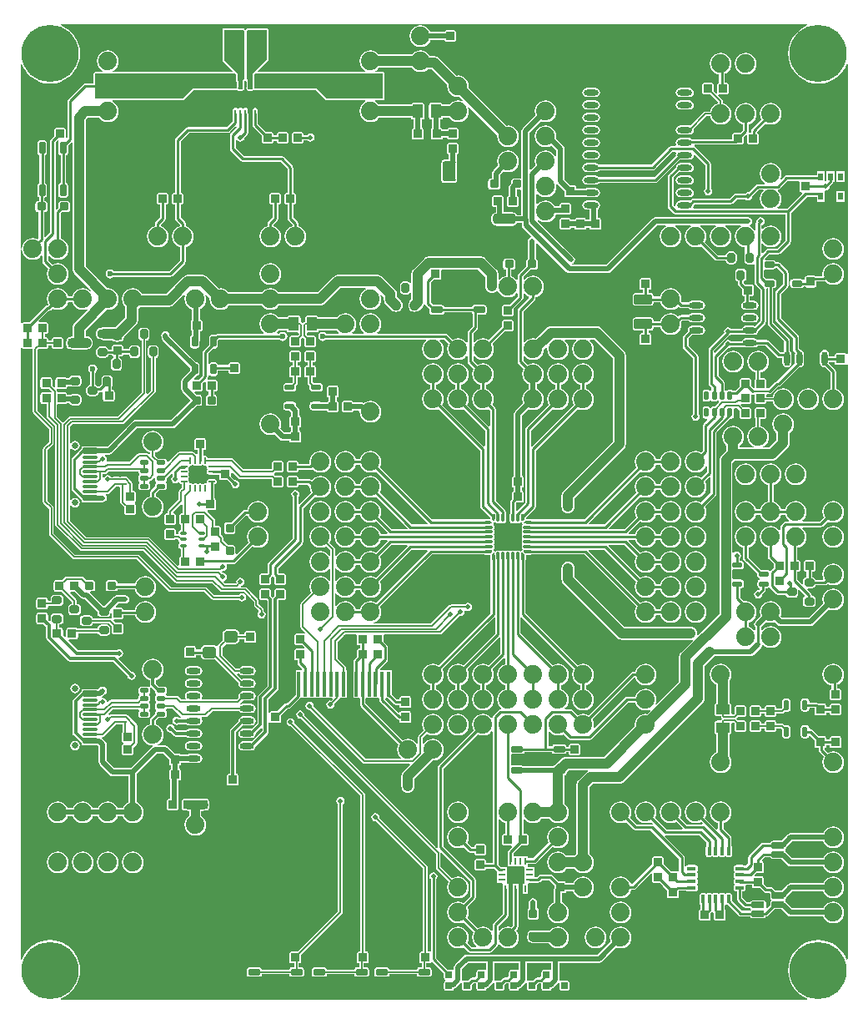
<source format=gtl>
G04*
G04 #@! TF.GenerationSoftware,Altium Limited,Altium Designer,19.1.5 (86)*
G04*
G04 Layer_Physical_Order=1*
G04 Layer_Color=255*
%FSLAX25Y25*%
%MOIN*%
G70*
G01*
G75*
%ADD15C,0.01000*%
%ADD16C,0.00600*%
%ADD17C,0.00800*%
G04:AMPARAMS|DCode=24|XSize=50mil|YSize=80mil|CornerRadius=5mil|HoleSize=0mil|Usage=FLASHONLY|Rotation=180.000|XOffset=0mil|YOffset=0mil|HoleType=Round|Shape=RoundedRectangle|*
%AMROUNDEDRECTD24*
21,1,0.05000,0.07000,0,0,180.0*
21,1,0.04000,0.08000,0,0,180.0*
1,1,0.01000,-0.02000,0.03500*
1,1,0.01000,0.02000,0.03500*
1,1,0.01000,0.02000,-0.03500*
1,1,0.01000,-0.02000,-0.03500*
%
%ADD24ROUNDEDRECTD24*%
G04:AMPARAMS|DCode=25|XSize=35.43mil|YSize=31.5mil|CornerRadius=3.94mil|HoleSize=0mil|Usage=FLASHONLY|Rotation=0.000|XOffset=0mil|YOffset=0mil|HoleType=Round|Shape=RoundedRectangle|*
%AMROUNDEDRECTD25*
21,1,0.03543,0.02362,0,0,0.0*
21,1,0.02756,0.03150,0,0,0.0*
1,1,0.00787,0.01378,-0.01181*
1,1,0.00787,-0.01378,-0.01181*
1,1,0.00787,-0.01378,0.01181*
1,1,0.00787,0.01378,0.01181*
%
%ADD25ROUNDEDRECTD25*%
G04:AMPARAMS|DCode=26|XSize=42.5mil|YSize=55mil|CornerRadius=4.25mil|HoleSize=0mil|Usage=FLASHONLY|Rotation=0.000|XOffset=0mil|YOffset=0mil|HoleType=Round|Shape=RoundedRectangle|*
%AMROUNDEDRECTD26*
21,1,0.04250,0.04650,0,0,0.0*
21,1,0.03400,0.05500,0,0,0.0*
1,1,0.00850,0.01700,-0.02325*
1,1,0.00850,-0.01700,-0.02325*
1,1,0.00850,-0.01700,0.02325*
1,1,0.00850,0.01700,0.02325*
%
%ADD26ROUNDEDRECTD26*%
G04:AMPARAMS|DCode=27|XSize=31.5mil|YSize=31.5mil|CornerRadius=3.15mil|HoleSize=0mil|Usage=FLASHONLY|Rotation=0.000|XOffset=0mil|YOffset=0mil|HoleType=Round|Shape=RoundedRectangle|*
%AMROUNDEDRECTD27*
21,1,0.03150,0.02520,0,0,0.0*
21,1,0.02520,0.03150,0,0,0.0*
1,1,0.00630,0.01260,-0.01260*
1,1,0.00630,-0.01260,-0.01260*
1,1,0.00630,-0.01260,0.01260*
1,1,0.00630,0.01260,0.01260*
%
%ADD27ROUNDEDRECTD27*%
%ADD28O,0.00906X0.03150*%
G04:AMPARAMS|DCode=29|XSize=12mil|YSize=22mil|CornerRadius=3mil|HoleSize=0mil|Usage=FLASHONLY|Rotation=180.000|XOffset=0mil|YOffset=0mil|HoleType=Round|Shape=RoundedRectangle|*
%AMROUNDEDRECTD29*
21,1,0.01200,0.01600,0,0,180.0*
21,1,0.00600,0.02200,0,0,180.0*
1,1,0.00600,-0.00300,0.00800*
1,1,0.00600,0.00300,0.00800*
1,1,0.00600,0.00300,-0.00800*
1,1,0.00600,-0.00300,-0.00800*
%
%ADD29ROUNDEDRECTD29*%
G04:AMPARAMS|DCode=30|XSize=12mil|YSize=32mil|CornerRadius=3mil|HoleSize=0mil|Usage=FLASHONLY|Rotation=180.000|XOffset=0mil|YOffset=0mil|HoleType=Round|Shape=RoundedRectangle|*
%AMROUNDEDRECTD30*
21,1,0.01200,0.02600,0,0,180.0*
21,1,0.00600,0.03200,0,0,180.0*
1,1,0.00600,-0.00300,0.01300*
1,1,0.00600,0.00300,0.01300*
1,1,0.00600,0.00300,-0.01300*
1,1,0.00600,-0.00300,-0.01300*
%
%ADD30ROUNDEDRECTD30*%
G04:AMPARAMS|DCode=31|XSize=12mil|YSize=22mil|CornerRadius=3mil|HoleSize=0mil|Usage=FLASHONLY|Rotation=90.000|XOffset=0mil|YOffset=0mil|HoleType=Round|Shape=RoundedRectangle|*
%AMROUNDEDRECTD31*
21,1,0.01200,0.01600,0,0,90.0*
21,1,0.00600,0.02200,0,0,90.0*
1,1,0.00600,0.00800,0.00300*
1,1,0.00600,0.00800,-0.00300*
1,1,0.00600,-0.00800,-0.00300*
1,1,0.00600,-0.00800,0.00300*
%
%ADD31ROUNDEDRECTD31*%
G04:AMPARAMS|DCode=32|XSize=12mil|YSize=32mil|CornerRadius=3mil|HoleSize=0mil|Usage=FLASHONLY|Rotation=90.000|XOffset=0mil|YOffset=0mil|HoleType=Round|Shape=RoundedRectangle|*
%AMROUNDEDRECTD32*
21,1,0.01200,0.02600,0,0,90.0*
21,1,0.00600,0.03200,0,0,90.0*
1,1,0.00600,0.01300,0.00300*
1,1,0.00600,0.01300,-0.00300*
1,1,0.00600,-0.01300,-0.00300*
1,1,0.00600,-0.01300,0.00300*
%
%ADD32ROUNDEDRECTD32*%
G04:AMPARAMS|DCode=33|XSize=43.31mil|YSize=94.49mil|CornerRadius=17.32mil|HoleSize=0mil|Usage=FLASHONLY|Rotation=90.000|XOffset=0mil|YOffset=0mil|HoleType=Round|Shape=RoundedRectangle|*
%AMROUNDEDRECTD33*
21,1,0.04331,0.05984,0,0,90.0*
21,1,0.00866,0.09449,0,0,90.0*
1,1,0.03465,0.02992,0.00433*
1,1,0.03465,0.02992,-0.00433*
1,1,0.03465,-0.02992,-0.00433*
1,1,0.03465,-0.02992,0.00433*
%
%ADD33ROUNDEDRECTD33*%
%ADD34R,0.01260X0.10000*%
%ADD35O,0.05906X0.02362*%
%ADD36R,0.01968X0.03150*%
%ADD37R,0.02756X0.01102*%
%ADD38R,0.01102X0.02756*%
G04:AMPARAMS|DCode=39|XSize=23.62mil|YSize=43.31mil|CornerRadius=5.91mil|HoleSize=0mil|Usage=FLASHONLY|Rotation=90.000|XOffset=0mil|YOffset=0mil|HoleType=Round|Shape=RoundedRectangle|*
%AMROUNDEDRECTD39*
21,1,0.02362,0.03150,0,0,90.0*
21,1,0.01181,0.04331,0,0,90.0*
1,1,0.01181,0.01575,0.00591*
1,1,0.01181,0.01575,-0.00591*
1,1,0.01181,-0.01575,-0.00591*
1,1,0.01181,-0.01575,0.00591*
%
%ADD39ROUNDEDRECTD39*%
G04:AMPARAMS|DCode=40|XSize=31.5mil|YSize=106.3mil|CornerRadius=3.94mil|HoleSize=0mil|Usage=FLASHONLY|Rotation=180.000|XOffset=0mil|YOffset=0mil|HoleType=Round|Shape=RoundedRectangle|*
%AMROUNDEDRECTD40*
21,1,0.03150,0.09843,0,0,180.0*
21,1,0.02362,0.10630,0,0,180.0*
1,1,0.00787,-0.01181,0.04921*
1,1,0.00787,0.01181,0.04921*
1,1,0.00787,0.01181,-0.04921*
1,1,0.00787,-0.01181,-0.04921*
%
%ADD40ROUNDEDRECTD40*%
G04:AMPARAMS|DCode=41|XSize=11.81mil|YSize=25.98mil|CornerRadius=2.95mil|HoleSize=0mil|Usage=FLASHONLY|Rotation=90.000|XOffset=0mil|YOffset=0mil|HoleType=Round|Shape=RoundedRectangle|*
%AMROUNDEDRECTD41*
21,1,0.01181,0.02008,0,0,90.0*
21,1,0.00591,0.02598,0,0,90.0*
1,1,0.00591,0.01004,0.00295*
1,1,0.00591,0.01004,-0.00295*
1,1,0.00591,-0.01004,-0.00295*
1,1,0.00591,-0.01004,0.00295*
%
%ADD41ROUNDEDRECTD41*%
%ADD42R,0.05709X0.05709*%
%ADD43O,0.00984X0.02756*%
%ADD44O,0.02756X0.00984*%
G04:AMPARAMS|DCode=45|XSize=36.42mil|YSize=15.75mil|CornerRadius=3.94mil|HoleSize=0mil|Usage=FLASHONLY|Rotation=0.000|XOffset=0mil|YOffset=0mil|HoleType=Round|Shape=RoundedRectangle|*
%AMROUNDEDRECTD45*
21,1,0.03642,0.00787,0,0,0.0*
21,1,0.02854,0.01575,0,0,0.0*
1,1,0.00787,0.01427,-0.00394*
1,1,0.00787,-0.01427,-0.00394*
1,1,0.00787,-0.01427,0.00394*
1,1,0.00787,0.01427,0.00394*
%
%ADD45ROUNDEDRECTD45*%
G04:AMPARAMS|DCode=46|XSize=36.42mil|YSize=15.75mil|CornerRadius=3.94mil|HoleSize=0mil|Usage=FLASHONLY|Rotation=90.000|XOffset=0mil|YOffset=0mil|HoleType=Round|Shape=RoundedRectangle|*
%AMROUNDEDRECTD46*
21,1,0.03642,0.00787,0,0,90.0*
21,1,0.02854,0.01575,0,0,90.0*
1,1,0.00787,0.00394,0.01427*
1,1,0.00787,0.00394,-0.01427*
1,1,0.00787,-0.00394,-0.01427*
1,1,0.00787,-0.00394,0.01427*
%
%ADD46ROUNDEDRECTD46*%
G04:AMPARAMS|DCode=47|XSize=39.37mil|YSize=70.87mil|CornerRadius=4.92mil|HoleSize=0mil|Usage=FLASHONLY|Rotation=90.000|XOffset=0mil|YOffset=0mil|HoleType=Round|Shape=RoundedRectangle|*
%AMROUNDEDRECTD47*
21,1,0.03937,0.06102,0,0,90.0*
21,1,0.02953,0.07087,0,0,90.0*
1,1,0.00984,0.03051,0.01476*
1,1,0.00984,0.03051,-0.01476*
1,1,0.00984,-0.03051,-0.01476*
1,1,0.00984,-0.03051,0.01476*
%
%ADD47ROUNDEDRECTD47*%
%ADD48O,0.05709X0.02362*%
G04:AMPARAMS|DCode=49|XSize=27.56mil|YSize=27.56mil|CornerRadius=4.13mil|HoleSize=0mil|Usage=FLASHONLY|Rotation=0.000|XOffset=0mil|YOffset=0mil|HoleType=Round|Shape=RoundedRectangle|*
%AMROUNDEDRECTD49*
21,1,0.02756,0.01929,0,0,0.0*
21,1,0.01929,0.02756,0,0,0.0*
1,1,0.00827,0.00965,-0.00965*
1,1,0.00827,-0.00965,-0.00965*
1,1,0.00827,-0.00965,0.00965*
1,1,0.00827,0.00965,0.00965*
%
%ADD49ROUNDEDRECTD49*%
G04:AMPARAMS|DCode=50|XSize=25mil|YSize=50mil|CornerRadius=3.13mil|HoleSize=0mil|Usage=FLASHONLY|Rotation=90.000|XOffset=0mil|YOffset=0mil|HoleType=Round|Shape=RoundedRectangle|*
%AMROUNDEDRECTD50*
21,1,0.02500,0.04375,0,0,90.0*
21,1,0.01875,0.05000,0,0,90.0*
1,1,0.00625,0.02188,0.00938*
1,1,0.00625,0.02188,-0.00938*
1,1,0.00625,-0.02188,-0.00938*
1,1,0.00625,-0.02188,0.00938*
%
%ADD50ROUNDEDRECTD50*%
G04:AMPARAMS|DCode=51|XSize=7.87mil|YSize=20.67mil|CornerRadius=1.97mil|HoleSize=0mil|Usage=FLASHONLY|Rotation=90.000|XOffset=0mil|YOffset=0mil|HoleType=Round|Shape=RoundedRectangle|*
%AMROUNDEDRECTD51*
21,1,0.00787,0.01673,0,0,90.0*
21,1,0.00394,0.02067,0,0,90.0*
1,1,0.00394,0.00837,0.00197*
1,1,0.00394,0.00837,-0.00197*
1,1,0.00394,-0.00837,-0.00197*
1,1,0.00394,-0.00837,0.00197*
%
%ADD51ROUNDEDRECTD51*%
G04:AMPARAMS|DCode=52|XSize=15.75mil|YSize=20.67mil|CornerRadius=3.94mil|HoleSize=0mil|Usage=FLASHONLY|Rotation=90.000|XOffset=0mil|YOffset=0mil|HoleType=Round|Shape=RoundedRectangle|*
%AMROUNDEDRECTD52*
21,1,0.01575,0.01280,0,0,90.0*
21,1,0.00787,0.02067,0,0,90.0*
1,1,0.00787,0.00640,0.00394*
1,1,0.00787,0.00640,-0.00394*
1,1,0.00787,-0.00640,-0.00394*
1,1,0.00787,-0.00640,0.00394*
%
%ADD52ROUNDEDRECTD52*%
G04:AMPARAMS|DCode=53|XSize=35.43mil|YSize=31.5mil|CornerRadius=3.94mil|HoleSize=0mil|Usage=FLASHONLY|Rotation=90.000|XOffset=0mil|YOffset=0mil|HoleType=Round|Shape=RoundedRectangle|*
%AMROUNDEDRECTD53*
21,1,0.03543,0.02362,0,0,90.0*
21,1,0.02756,0.03150,0,0,90.0*
1,1,0.00787,0.01181,0.01378*
1,1,0.00787,0.01181,-0.01378*
1,1,0.00787,-0.01181,-0.01378*
1,1,0.00787,-0.01181,0.01378*
%
%ADD53ROUNDEDRECTD53*%
G04:AMPARAMS|DCode=54|XSize=17.72mil|YSize=35.43mil|CornerRadius=4.43mil|HoleSize=0mil|Usage=FLASHONLY|Rotation=270.000|XOffset=0mil|YOffset=0mil|HoleType=Round|Shape=RoundedRectangle|*
%AMROUNDEDRECTD54*
21,1,0.01772,0.02657,0,0,270.0*
21,1,0.00886,0.03543,0,0,270.0*
1,1,0.00886,-0.01329,-0.00443*
1,1,0.00886,-0.01329,0.00443*
1,1,0.00886,0.01329,0.00443*
1,1,0.00886,0.01329,-0.00443*
%
%ADD54ROUNDEDRECTD54*%
G04:AMPARAMS|DCode=55|XSize=59.06mil|YSize=11.81mil|CornerRadius=2.95mil|HoleSize=0mil|Usage=FLASHONLY|Rotation=0.000|XOffset=0mil|YOffset=0mil|HoleType=Round|Shape=RoundedRectangle|*
%AMROUNDEDRECTD55*
21,1,0.05906,0.00591,0,0,0.0*
21,1,0.05315,0.01181,0,0,0.0*
1,1,0.00591,0.02657,-0.00295*
1,1,0.00591,-0.02657,-0.00295*
1,1,0.00591,-0.02657,0.00295*
1,1,0.00591,0.02657,0.00295*
%
%ADD55ROUNDEDRECTD55*%
G04:AMPARAMS|DCode=56|XSize=45.28mil|YSize=55.12mil|CornerRadius=11.32mil|HoleSize=0mil|Usage=FLASHONLY|Rotation=270.000|XOffset=0mil|YOffset=0mil|HoleType=Round|Shape=RoundedRectangle|*
%AMROUNDEDRECTD56*
21,1,0.04528,0.03248,0,0,270.0*
21,1,0.02264,0.05512,0,0,270.0*
1,1,0.02264,-0.01624,-0.01132*
1,1,0.02264,-0.01624,0.01132*
1,1,0.02264,0.01624,0.01132*
1,1,0.02264,0.01624,-0.01132*
%
%ADD56ROUNDEDRECTD56*%
G04:AMPARAMS|DCode=57|XSize=31.58mil|YSize=38.27mil|CornerRadius=7.89mil|HoleSize=0mil|Usage=FLASHONLY|Rotation=270.000|XOffset=0mil|YOffset=0mil|HoleType=Round|Shape=RoundedRectangle|*
%AMROUNDEDRECTD57*
21,1,0.03158,0.02248,0,0,270.0*
21,1,0.01579,0.03827,0,0,270.0*
1,1,0.01579,-0.01124,-0.00789*
1,1,0.01579,-0.01124,0.00789*
1,1,0.01579,0.01124,0.00789*
1,1,0.01579,0.01124,-0.00789*
%
%ADD57ROUNDEDRECTD57*%
G04:AMPARAMS|DCode=58|XSize=35mil|YSize=35mil|CornerRadius=4.38mil|HoleSize=0mil|Usage=FLASHONLY|Rotation=90.000|XOffset=0mil|YOffset=0mil|HoleType=Round|Shape=RoundedRectangle|*
%AMROUNDEDRECTD58*
21,1,0.03500,0.02625,0,0,90.0*
21,1,0.02625,0.03500,0,0,90.0*
1,1,0.00875,0.01313,0.01313*
1,1,0.00875,0.01313,-0.01313*
1,1,0.00875,-0.01313,-0.01313*
1,1,0.00875,-0.01313,0.01313*
%
%ADD58ROUNDEDRECTD58*%
G04:AMPARAMS|DCode=59|XSize=35mil|YSize=35mil|CornerRadius=3.5mil|HoleSize=0mil|Usage=FLASHONLY|Rotation=90.000|XOffset=0mil|YOffset=0mil|HoleType=Round|Shape=RoundedRectangle|*
%AMROUNDEDRECTD59*
21,1,0.03500,0.02800,0,0,90.0*
21,1,0.02800,0.03500,0,0,90.0*
1,1,0.00700,0.01400,0.01400*
1,1,0.00700,0.01400,-0.01400*
1,1,0.00700,-0.01400,-0.01400*
1,1,0.00700,-0.01400,0.01400*
%
%ADD59ROUNDEDRECTD59*%
G04:AMPARAMS|DCode=60|XSize=42.5mil|YSize=55mil|CornerRadius=4.25mil|HoleSize=0mil|Usage=FLASHONLY|Rotation=90.000|XOffset=0mil|YOffset=0mil|HoleType=Round|Shape=RoundedRectangle|*
%AMROUNDEDRECTD60*
21,1,0.04250,0.04650,0,0,90.0*
21,1,0.03400,0.05500,0,0,90.0*
1,1,0.00850,0.02325,0.01700*
1,1,0.00850,0.02325,-0.01700*
1,1,0.00850,-0.02325,-0.01700*
1,1,0.00850,-0.02325,0.01700*
%
%ADD60ROUNDEDRECTD60*%
G04:AMPARAMS|DCode=61|XSize=21.65mil|YSize=39.37mil|CornerRadius=5.41mil|HoleSize=0mil|Usage=FLASHONLY|Rotation=0.000|XOffset=0mil|YOffset=0mil|HoleType=Round|Shape=RoundedRectangle|*
%AMROUNDEDRECTD61*
21,1,0.02165,0.02854,0,0,0.0*
21,1,0.01083,0.03937,0,0,0.0*
1,1,0.01083,0.00541,-0.01427*
1,1,0.01083,-0.00541,-0.01427*
1,1,0.01083,-0.00541,0.01427*
1,1,0.01083,0.00541,0.01427*
%
%ADD61ROUNDEDRECTD61*%
G04:AMPARAMS|DCode=62|XSize=25.59mil|YSize=47.24mil|CornerRadius=3.2mil|HoleSize=0mil|Usage=FLASHONLY|Rotation=90.000|XOffset=0mil|YOffset=0mil|HoleType=Round|Shape=RoundedRectangle|*
%AMROUNDEDRECTD62*
21,1,0.02559,0.04085,0,0,90.0*
21,1,0.01919,0.04724,0,0,90.0*
1,1,0.00640,0.02042,0.00960*
1,1,0.00640,0.02042,-0.00960*
1,1,0.00640,-0.02042,-0.00960*
1,1,0.00640,-0.02042,0.00960*
%
%ADD62ROUNDEDRECTD62*%
G04:AMPARAMS|DCode=63|XSize=35mil|YSize=35mil|CornerRadius=4.38mil|HoleSize=0mil|Usage=FLASHONLY|Rotation=180.000|XOffset=0mil|YOffset=0mil|HoleType=Round|Shape=RoundedRectangle|*
%AMROUNDEDRECTD63*
21,1,0.03500,0.02625,0,0,180.0*
21,1,0.02625,0.03500,0,0,180.0*
1,1,0.00875,-0.01313,0.01313*
1,1,0.00875,0.01313,0.01313*
1,1,0.00875,0.01313,-0.01313*
1,1,0.00875,-0.01313,-0.01313*
%
%ADD63ROUNDEDRECTD63*%
G04:AMPARAMS|DCode=64|XSize=35mil|YSize=35mil|CornerRadius=3.5mil|HoleSize=0mil|Usage=FLASHONLY|Rotation=0.000|XOffset=0mil|YOffset=0mil|HoleType=Round|Shape=RoundedRectangle|*
%AMROUNDEDRECTD64*
21,1,0.03500,0.02800,0,0,0.0*
21,1,0.02800,0.03500,0,0,0.0*
1,1,0.00700,0.01400,-0.01400*
1,1,0.00700,-0.01400,-0.01400*
1,1,0.00700,-0.01400,0.01400*
1,1,0.00700,0.01400,0.01400*
%
%ADD64ROUNDEDRECTD64*%
G04:AMPARAMS|DCode=65|XSize=31.58mil|YSize=38.27mil|CornerRadius=7.89mil|HoleSize=0mil|Usage=FLASHONLY|Rotation=180.000|XOffset=0mil|YOffset=0mil|HoleType=Round|Shape=RoundedRectangle|*
%AMROUNDEDRECTD65*
21,1,0.03158,0.02248,0,0,180.0*
21,1,0.01579,0.03827,0,0,180.0*
1,1,0.01579,-0.00789,0.01124*
1,1,0.01579,0.00789,0.01124*
1,1,0.01579,0.00789,-0.01124*
1,1,0.01579,-0.00789,-0.01124*
%
%ADD65ROUNDEDRECTD65*%
G04:AMPARAMS|DCode=66|XSize=17.72mil|YSize=35.43mil|CornerRadius=4.43mil|HoleSize=0mil|Usage=FLASHONLY|Rotation=180.000|XOffset=0mil|YOffset=0mil|HoleType=Round|Shape=RoundedRectangle|*
%AMROUNDEDRECTD66*
21,1,0.01772,0.02657,0,0,180.0*
21,1,0.00886,0.03543,0,0,180.0*
1,1,0.00886,-0.00443,0.01329*
1,1,0.00886,0.00443,0.01329*
1,1,0.00886,0.00443,-0.01329*
1,1,0.00886,-0.00443,-0.01329*
%
%ADD66ROUNDEDRECTD66*%
G04:AMPARAMS|DCode=67|XSize=23.62mil|YSize=43.31mil|CornerRadius=5.91mil|HoleSize=0mil|Usage=FLASHONLY|Rotation=0.000|XOffset=0mil|YOffset=0mil|HoleType=Round|Shape=RoundedRectangle|*
%AMROUNDEDRECTD67*
21,1,0.02362,0.03150,0,0,0.0*
21,1,0.01181,0.04331,0,0,0.0*
1,1,0.01181,0.00591,-0.01575*
1,1,0.01181,-0.00591,-0.01575*
1,1,0.01181,-0.00591,0.01575*
1,1,0.01181,0.00591,0.01575*
%
%ADD67ROUNDEDRECTD67*%
G04:AMPARAMS|DCode=68|XSize=21.65mil|YSize=39.37mil|CornerRadius=5.41mil|HoleSize=0mil|Usage=FLASHONLY|Rotation=270.000|XOffset=0mil|YOffset=0mil|HoleType=Round|Shape=RoundedRectangle|*
%AMROUNDEDRECTD68*
21,1,0.02165,0.02854,0,0,270.0*
21,1,0.01083,0.03937,0,0,270.0*
1,1,0.01083,-0.01427,-0.00541*
1,1,0.01083,-0.01427,0.00541*
1,1,0.01083,0.01427,0.00541*
1,1,0.01083,0.01427,-0.00541*
%
%ADD68ROUNDEDRECTD68*%
%ADD69O,0.02362X0.05709*%
G04:AMPARAMS|DCode=70|XSize=25.59mil|YSize=47.24mil|CornerRadius=3.2mil|HoleSize=0mil|Usage=FLASHONLY|Rotation=180.000|XOffset=0mil|YOffset=0mil|HoleType=Round|Shape=RoundedRectangle|*
%AMROUNDEDRECTD70*
21,1,0.02559,0.04085,0,0,180.0*
21,1,0.01919,0.04724,0,0,180.0*
1,1,0.00640,-0.00960,0.02042*
1,1,0.00640,0.00960,0.02042*
1,1,0.00640,0.00960,-0.02042*
1,1,0.00640,-0.00960,-0.02042*
%
%ADD70ROUNDEDRECTD70*%
%ADD71C,0.02000*%
%ADD128R,0.09449X0.06496*%
%ADD129R,0.13189X0.13189*%
%ADD130C,0.04000*%
%ADD131C,0.03500*%
%ADD132C,0.01200*%
%ADD133R,0.03150X0.01102*%
%ADD134C,0.07400*%
%ADD135C,0.22835*%
%ADD136C,0.04362*%
%ADD137C,0.02559*%
%ADD138O,0.06299X0.03937*%
%ADD139O,0.08268X0.03937*%
%ADD140C,0.02362*%
%ADD141C,0.01968*%
G36*
X119750Y194311D02*
X118543Y193812D01*
X116930Y192823D01*
X115492Y191595D01*
X114263Y190156D01*
X113275Y188543D01*
X112551Y186796D01*
X112110Y184957D01*
X111961Y183071D01*
X112110Y181185D01*
X112551Y179346D01*
X113275Y177598D01*
X114263Y175985D01*
X115492Y174547D01*
X116930Y173319D01*
X118543Y172330D01*
X120291Y171606D01*
X122130Y171165D01*
X124016Y171016D01*
X125901Y171165D01*
X127741Y171606D01*
X129488Y172330D01*
X131101Y173319D01*
X132540Y174547D01*
X133768Y175985D01*
X134756Y177598D01*
X135256Y178805D01*
X135756Y178705D01*
Y63205D01*
X135659Y63126D01*
X135085Y63085D01*
X134771Y63295D01*
X134400Y63369D01*
X131600D01*
X131229Y63295D01*
X130915Y63085D01*
X130705Y62771D01*
X130631Y62400D01*
Y62122D01*
X128316D01*
Y62945D01*
X128178Y63640D01*
X127784Y64229D01*
X127195Y64623D01*
X126500Y64761D01*
X125805Y64623D01*
X125216Y64229D01*
X124822Y63640D01*
X124684Y62945D01*
Y59598D01*
X124822Y58903D01*
X125216Y58314D01*
X125805Y57921D01*
X126500Y57782D01*
X126692Y57821D01*
X128878Y55634D01*
Y49189D01*
X128877Y49189D01*
X127831Y48756D01*
X126933Y48067D01*
X126244Y47168D01*
X125811Y46123D01*
X125663Y45000D01*
X125811Y43878D01*
X126244Y42832D01*
X126933Y41933D01*
X127831Y41244D01*
X128877Y40811D01*
X130000Y40663D01*
X131123Y40811D01*
X132169Y41244D01*
X133067Y41933D01*
X133756Y42832D01*
X134189Y43878D01*
X134337Y45000D01*
X134189Y46123D01*
X133756Y47168D01*
X133067Y48067D01*
X132169Y48756D01*
X131123Y49189D01*
X131122Y49189D01*
Y56098D01*
X131122Y56098D01*
X131036Y56528D01*
X130793Y56892D01*
X130793Y56892D01*
X128299Y59386D01*
X128346Y59878D01*
X130631D01*
Y59600D01*
X130705Y59229D01*
X130915Y58915D01*
X131229Y58705D01*
X131600Y58631D01*
X134400D01*
X134771Y58705D01*
X135085Y58915D01*
X135659Y58874D01*
X135756Y58795D01*
Y-178705D01*
X135256Y-178805D01*
X134756Y-177598D01*
X133768Y-175985D01*
X132540Y-174547D01*
X131101Y-173319D01*
X129488Y-172330D01*
X127741Y-171606D01*
X125901Y-171165D01*
X124016Y-171016D01*
X122130Y-171165D01*
X120291Y-171606D01*
X118543Y-172330D01*
X116930Y-173319D01*
X115492Y-174547D01*
X114263Y-175985D01*
X113275Y-177598D01*
X112551Y-179346D01*
X112110Y-181185D01*
X111961Y-183071D01*
X112110Y-184957D01*
X112551Y-186796D01*
X113275Y-188543D01*
X114263Y-190156D01*
X115492Y-191595D01*
X116930Y-192823D01*
X118543Y-193812D01*
X119750Y-194311D01*
X119650Y-194811D01*
X-178705D01*
X-178805Y-194311D01*
X-177598Y-193812D01*
X-175985Y-192823D01*
X-174547Y-191595D01*
X-173319Y-190156D01*
X-172330Y-188543D01*
X-171606Y-186796D01*
X-171165Y-184957D01*
X-171016Y-183071D01*
X-171165Y-181185D01*
X-171606Y-179346D01*
X-172330Y-177598D01*
X-173319Y-175985D01*
X-174547Y-174547D01*
X-175985Y-173319D01*
X-177598Y-172330D01*
X-179346Y-171606D01*
X-181185Y-171165D01*
X-183071Y-171016D01*
X-184957Y-171165D01*
X-186796Y-171606D01*
X-188543Y-172330D01*
X-190156Y-173319D01*
X-191595Y-174547D01*
X-192823Y-175985D01*
X-193812Y-177598D01*
X-194311Y-178805D01*
X-194811Y-178705D01*
X-194811Y65392D01*
X-194729Y65450D01*
X-194112Y65420D01*
X-193769Y65191D01*
X-193364Y65110D01*
X-190739D01*
X-190398Y65178D01*
X-190282Y65142D01*
X-190230Y65109D01*
X-189918Y64867D01*
Y40000D01*
X-189848Y39649D01*
X-189649Y39351D01*
X-183418Y33120D01*
Y27880D01*
X-185649Y25649D01*
X-185848Y25351D01*
X-185918Y25000D01*
Y4125D01*
X-185848Y3774D01*
X-185649Y3476D01*
X-183418Y1245D01*
Y-9000D01*
X-183348Y-9351D01*
X-183149Y-9649D01*
X-174149Y-18649D01*
X-173851Y-18848D01*
X-173500Y-18918D01*
X-148380D01*
X-135649Y-31649D01*
X-135351Y-31848D01*
X-135000Y-31918D01*
X-121380D01*
X-118507Y-34791D01*
X-118209Y-34990D01*
X-117858Y-35060D01*
X-107650D01*
X-107500Y-35284D01*
X-106976Y-35634D01*
X-106358Y-35757D01*
X-105740Y-35634D01*
X-105216Y-35284D01*
X-104866Y-34760D01*
X-104743Y-34142D01*
X-104866Y-33524D01*
X-105216Y-33000D01*
X-105740Y-32650D01*
X-106358Y-32527D01*
X-106976Y-32650D01*
X-107500Y-33000D01*
X-107650Y-33224D01*
X-117478D01*
X-120351Y-30351D01*
X-120649Y-30152D01*
X-121000Y-30082D01*
X-134620D01*
X-147351Y-17351D01*
X-147649Y-17152D01*
X-148000Y-17082D01*
X-173120D01*
X-181582Y-8620D01*
Y1625D01*
X-181652Y1976D01*
X-181851Y2274D01*
X-184082Y4505D01*
Y24620D01*
X-181851Y26851D01*
X-181652Y27149D01*
X-181582Y27500D01*
Y33500D01*
X-181652Y33851D01*
X-181851Y34149D01*
X-188082Y40380D01*
Y64652D01*
X-187581Y65153D01*
X-187364Y65110D01*
X-184739D01*
X-184334Y65191D01*
X-183991Y65420D01*
X-183761Y65763D01*
X-183681Y66168D01*
Y66563D01*
X-182422D01*
Y66168D01*
X-182341Y65763D01*
X-182112Y65420D01*
X-181769Y65191D01*
X-181364Y65110D01*
X-178739D01*
X-178334Y65191D01*
X-177991Y65420D01*
X-177761Y65763D01*
X-177681Y66168D01*
Y68793D01*
X-177761Y69198D01*
X-177991Y69541D01*
X-178334Y69770D01*
X-178739Y69851D01*
X-181364D01*
X-181769Y69770D01*
X-182112Y69541D01*
X-182341Y69198D01*
X-182422Y68793D01*
Y68398D01*
X-183681D01*
Y68793D01*
X-183761Y69198D01*
X-183991Y69541D01*
X-184334Y69770D01*
X-184739Y69851D01*
X-185134D01*
Y71112D01*
X-184651D01*
X-184281Y71185D01*
X-183966Y71395D01*
X-183756Y71710D01*
X-183683Y72080D01*
Y74880D01*
X-183756Y75251D01*
X-183966Y75565D01*
X-184281Y75775D01*
X-184651Y75849D01*
X-187389D01*
X-187503Y75995D01*
X-187620Y76325D01*
X-183744Y80202D01*
X-183677D01*
X-183677Y80202D01*
X-183248Y80287D01*
X-182884Y80530D01*
X-182169Y81245D01*
X-182169Y81244D01*
X-181123Y80811D01*
X-180000Y80663D01*
X-178877Y80811D01*
X-177831Y81244D01*
X-176933Y81933D01*
X-176244Y82831D01*
X-175811Y83877D01*
X-175811Y83878D01*
X-174189D01*
X-174189Y83877D01*
X-173756Y82831D01*
X-173067Y81933D01*
X-172169Y81244D01*
X-171123Y80811D01*
X-170000Y80663D01*
X-168877Y80811D01*
X-168412Y81003D01*
X-168129Y80579D01*
X-173354Y75354D01*
X-173771Y74811D01*
X-174033Y74179D01*
X-174123Y73500D01*
X-174122Y73500D01*
Y70093D01*
X-174730Y70013D01*
X-175123Y69851D01*
X-175364D01*
X-175768Y69770D01*
X-176112Y69541D01*
X-176341Y69198D01*
X-176422Y68793D01*
Y68552D01*
X-176584Y68159D01*
X-176674Y67480D01*
X-176584Y66802D01*
X-176422Y66409D01*
Y66168D01*
X-176341Y65763D01*
X-176112Y65420D01*
X-175768Y65191D01*
X-175364Y65110D01*
X-175123D01*
X-174730Y64947D01*
X-174051Y64858D01*
X-168535D01*
X-167857Y64947D01*
X-167224Y65209D01*
X-166681Y65626D01*
X-166264Y66169D01*
X-166002Y66802D01*
X-165913Y67480D01*
X-166002Y68159D01*
X-166264Y68792D01*
X-166681Y69335D01*
X-167224Y69751D01*
X-167857Y70013D01*
X-168535Y70103D01*
X-168878D01*
Y72414D01*
X-160555Y80736D01*
X-160000Y80663D01*
X-158878Y80811D01*
X-157831Y81244D01*
X-156933Y81933D01*
X-156244Y82831D01*
X-155811Y83877D01*
X-155663Y85000D01*
X-155811Y86123D01*
X-156244Y87169D01*
X-156933Y88067D01*
X-157831Y88756D01*
X-158878Y89189D01*
X-160000Y89337D01*
X-160114Y89322D01*
X-168878Y98086D01*
Y156414D01*
X-167914Y157378D01*
X-163408D01*
X-163067Y156933D01*
X-162169Y156244D01*
X-161123Y155811D01*
X-160000Y155663D01*
X-158878Y155811D01*
X-157831Y156244D01*
X-156933Y156933D01*
X-156244Y157831D01*
X-155811Y158878D01*
X-155663Y160000D01*
X-155811Y161123D01*
X-156244Y162169D01*
X-156933Y163067D01*
X-157831Y163756D01*
X-158060Y163851D01*
X-157960Y164351D01*
X-130000Y164351D01*
X-129541Y164541D01*
X-125731Y168351D01*
X-109020Y168351D01*
X-108883Y168407D01*
X-108734Y168417D01*
X-108635Y168465D01*
X-108143Y168389D01*
X-107835Y168217D01*
X-107757Y168229D01*
X-107684Y168199D01*
X-106308D01*
X-106262Y168218D01*
X-106213Y168206D01*
X-106038Y168311D01*
X-105849Y168389D01*
X-105830Y168435D01*
X-105787Y168461D01*
X-105489Y168862D01*
X-105478Y168905D01*
X-105453Y168921D01*
X-105450Y168938D01*
X-105433Y168952D01*
X-105416Y168985D01*
X-105398Y169199D01*
X-105375Y169317D01*
X-105368Y169344D01*
X-105369Y169346D01*
X-105356Y169409D01*
X-105424Y169749D01*
Y171865D01*
X-105400Y171985D01*
X-105000Y172186D01*
X-104600Y171985D01*
X-104576Y171865D01*
Y169749D01*
X-104644Y169409D01*
X-104631Y169346D01*
X-104632Y169344D01*
X-104625Y169317D01*
X-104602Y169199D01*
X-104584Y168985D01*
X-104567Y168952D01*
X-104550Y168938D01*
X-104547Y168921D01*
X-104522Y168905D01*
X-104511Y168862D01*
X-104213Y168461D01*
X-104170Y168435D01*
X-104151Y168389D01*
X-103962Y168311D01*
X-103787Y168206D01*
X-103738Y168218D01*
X-103692Y168199D01*
X-102316D01*
X-102243Y168229D01*
X-102164Y168217D01*
X-102021Y168321D01*
X-101857Y168389D01*
X-101365Y168465D01*
X-101266Y168417D01*
X-101117Y168407D01*
X-100980Y168351D01*
X-76769Y168351D01*
X-72959Y164541D01*
X-72500Y164351D01*
X-57040Y164351D01*
X-56940Y163851D01*
X-57169Y163756D01*
X-58067Y163067D01*
X-58756Y162169D01*
X-59189Y161123D01*
X-59337Y160000D01*
X-59189Y158878D01*
X-58756Y157831D01*
X-58067Y156933D01*
X-57169Y156244D01*
X-56122Y155811D01*
X-55000Y155663D01*
X-53878Y155811D01*
X-52831Y156244D01*
X-51933Y156933D01*
X-51592Y157378D01*
X-38812D01*
X-38791Y157275D01*
X-38565Y156936D01*
X-38226Y156710D01*
X-37826Y156630D01*
X-37694D01*
Y153310D01*
X-37771Y153295D01*
X-38085Y153085D01*
X-38295Y152771D01*
X-38369Y152400D01*
Y149600D01*
X-38295Y149229D01*
X-38085Y148915D01*
X-37771Y148705D01*
X-37400Y148631D01*
X-34600D01*
X-34229Y148705D01*
X-33915Y148915D01*
X-33705Y149229D01*
X-33631Y149600D01*
Y152400D01*
X-33705Y152771D01*
X-33915Y153085D01*
X-34229Y153295D01*
X-34432Y153335D01*
Y156630D01*
X-34426D01*
X-34026Y156710D01*
X-33687Y156936D01*
X-33460Y157275D01*
X-33381Y157675D01*
Y162325D01*
X-33460Y162725D01*
X-33687Y163064D01*
X-34026Y163291D01*
X-34426Y163370D01*
X-37826D01*
X-38226Y163291D01*
X-38565Y163064D01*
X-38791Y162725D01*
X-38812Y162622D01*
X-51592D01*
X-51933Y163067D01*
X-52831Y163756D01*
X-53060Y163851D01*
X-52960Y164351D01*
X-50000D01*
X-49541Y164541D01*
X-49351Y165000D01*
Y175000D01*
X-49541Y175459D01*
X-50000Y175649D01*
X-52960D01*
X-53060Y176149D01*
X-52831Y176244D01*
X-51933Y176933D01*
X-51592Y177378D01*
X-38408D01*
X-38067Y176933D01*
X-37168Y176244D01*
X-36123Y175811D01*
X-35000Y175663D01*
X-33878Y175811D01*
X-32831Y176244D01*
X-32202Y176727D01*
X-30436D01*
X-24264Y170555D01*
X-24337Y170000D01*
X-24189Y168877D01*
X-23756Y167831D01*
X-23067Y166933D01*
X-22169Y166244D01*
X-21123Y165811D01*
X-20000Y165663D01*
X-19445Y165736D01*
X-18129Y164421D01*
X-18413Y163997D01*
X-18878Y164189D01*
X-20000Y164337D01*
X-21123Y164189D01*
X-22169Y163756D01*
X-23067Y163067D01*
X-23408Y162622D01*
X-26188D01*
X-26208Y162725D01*
X-26435Y163064D01*
X-26774Y163291D01*
X-27174Y163370D01*
X-30574D01*
X-30974Y163291D01*
X-31313Y163064D01*
X-31540Y162725D01*
X-31619Y162325D01*
Y157675D01*
X-31540Y157275D01*
X-31313Y156936D01*
X-30974Y156710D01*
X-30574Y156630D01*
X-30318D01*
Y153263D01*
X-30585Y153085D01*
X-30795Y152771D01*
X-30869Y152400D01*
Y149600D01*
X-30795Y149229D01*
X-30585Y148915D01*
X-30271Y148705D01*
X-29900Y148631D01*
X-27100D01*
X-26729Y148705D01*
X-26415Y148915D01*
X-26205Y149229D01*
X-26177Y149369D01*
X-24307D01*
X-24290Y149283D01*
X-24060Y148940D01*
X-23717Y148710D01*
X-23313Y148630D01*
X-20687D01*
X-20283Y148710D01*
X-19940Y148940D01*
X-19710Y149283D01*
X-19630Y149687D01*
Y152312D01*
X-19710Y152717D01*
X-19940Y153060D01*
X-20283Y153290D01*
X-20687Y153370D01*
X-23313D01*
X-23717Y153290D01*
X-24060Y153060D01*
X-24290Y152717D01*
X-24307Y152631D01*
X-26177D01*
X-26205Y152771D01*
X-26415Y153085D01*
X-26729Y153295D01*
X-27056Y153360D01*
Y156653D01*
X-26774Y156710D01*
X-26435Y156936D01*
X-26208Y157275D01*
X-26188Y157378D01*
X-23408D01*
X-23067Y156933D01*
X-22169Y156244D01*
X-21123Y155811D01*
X-20000Y155663D01*
X-18878Y155811D01*
X-17831Y156244D01*
X-16933Y156933D01*
X-16244Y157831D01*
X-15811Y158878D01*
X-15663Y160000D01*
X-15811Y161123D01*
X-16003Y161588D01*
X-15579Y161871D01*
X-4264Y150555D01*
X-4337Y150000D01*
X-4189Y148878D01*
X-3756Y147831D01*
X-3067Y146933D01*
X-2169Y146244D01*
X-1123Y145811D01*
X0Y145663D01*
X1123Y145811D01*
X2169Y146244D01*
X3067Y146933D01*
X3756Y147831D01*
X4189Y148878D01*
X4337Y150000D01*
X4189Y151122D01*
X3756Y152169D01*
X3067Y153067D01*
X2169Y153756D01*
X1123Y154189D01*
X0Y154337D01*
X-555Y154264D01*
X-15736Y169445D01*
X-15663Y170000D01*
X-15811Y171123D01*
X-16244Y172169D01*
X-16933Y173067D01*
X-17831Y173756D01*
X-18878Y174189D01*
X-20000Y174337D01*
X-20555Y174264D01*
X-27495Y181204D01*
X-28038Y181621D01*
X-28671Y181883D01*
X-29349Y181972D01*
X-29349Y181972D01*
X-31163D01*
X-31244Y182169D01*
X-31933Y183067D01*
X-32831Y183756D01*
X-33878Y184189D01*
X-35000Y184337D01*
X-36123Y184189D01*
X-37168Y183756D01*
X-38067Y183067D01*
X-38408Y182622D01*
X-51592D01*
X-51933Y183067D01*
X-52831Y183756D01*
X-53878Y184189D01*
X-55000Y184337D01*
X-56122Y184189D01*
X-57169Y183756D01*
X-58067Y183067D01*
X-58756Y182169D01*
X-59189Y181123D01*
X-59337Y180000D01*
X-59189Y178877D01*
X-58756Y177831D01*
X-58067Y176933D01*
X-57169Y176244D01*
X-56940Y176149D01*
X-57040Y175649D01*
X-99779D01*
X-99970Y176111D01*
X-96041Y180041D01*
X-95851Y180500D01*
Y192500D01*
X-96041Y192959D01*
X-96500Y193149D01*
X-104000D01*
X-104459Y192959D01*
X-104673Y192745D01*
X-105000Y192491D01*
X-105327Y192745D01*
X-105541Y192959D01*
X-106000Y193149D01*
X-113500D01*
X-113959Y192959D01*
X-114149Y192500D01*
Y180500D01*
X-113959Y180041D01*
X-110030Y176111D01*
X-110221Y175649D01*
X-157960D01*
X-158060Y176149D01*
X-157831Y176244D01*
X-156933Y176933D01*
X-156244Y177831D01*
X-155811Y178877D01*
X-155663Y180000D01*
X-155811Y181123D01*
X-156244Y182169D01*
X-156933Y183067D01*
X-157831Y183756D01*
X-158878Y184189D01*
X-160000Y184337D01*
X-161123Y184189D01*
X-162169Y183756D01*
X-163067Y183067D01*
X-163756Y182169D01*
X-164189Y181123D01*
X-164337Y180000D01*
X-164189Y178877D01*
X-163756Y177831D01*
X-163067Y176933D01*
X-162169Y176244D01*
X-161940Y176149D01*
X-162040Y175649D01*
X-165000D01*
X-165459Y175459D01*
X-165649Y175000D01*
Y171122D01*
X-169000D01*
X-169000Y171122D01*
X-169429Y171036D01*
X-169793Y170793D01*
X-169793Y170793D01*
X-175793Y164793D01*
X-176036Y164429D01*
X-176122Y164000D01*
X-176122Y164000D01*
Y149503D01*
X-176161Y149481D01*
X-176390Y149582D01*
X-176630Y149793D01*
Y152313D01*
X-176710Y152717D01*
X-176940Y153060D01*
X-177283Y153290D01*
X-177688Y153370D01*
X-180313D01*
X-180717Y153290D01*
X-181061Y153060D01*
X-181290Y152717D01*
X-181370Y152313D01*
Y150216D01*
X-182793Y148793D01*
X-183036Y148429D01*
X-183122Y148000D01*
X-183122Y148000D01*
Y111611D01*
X-184944Y109788D01*
X-185406Y109980D01*
Y119806D01*
X-185150D01*
X-184762Y119883D01*
X-184433Y120103D01*
X-184214Y120431D01*
X-184136Y120819D01*
Y123181D01*
X-184214Y123569D01*
X-184433Y123898D01*
X-184762Y124117D01*
X-185150Y124194D01*
X-185258D01*
Y125558D01*
X-184914Y125627D01*
X-184609Y125830D01*
X-184406Y126134D01*
X-184335Y126493D01*
Y130578D01*
X-184406Y130937D01*
X-184609Y131241D01*
X-184914Y131444D01*
X-185111Y131483D01*
Y142517D01*
X-184914Y142556D01*
X-184609Y142759D01*
X-184406Y143063D01*
X-184335Y143422D01*
Y147507D01*
X-184406Y147866D01*
X-184609Y148170D01*
X-184914Y148373D01*
X-185273Y148445D01*
X-187192D01*
X-187551Y148373D01*
X-187855Y148170D01*
X-188058Y147866D01*
X-188130Y147507D01*
Y143422D01*
X-188058Y143063D01*
X-187855Y142759D01*
X-187551Y142556D01*
X-187354Y142517D01*
Y131483D01*
X-187551Y131444D01*
X-187855Y131241D01*
X-188058Y130937D01*
X-188130Y130578D01*
Y126493D01*
X-188058Y126134D01*
X-187855Y125830D01*
X-187551Y125627D01*
X-187502Y125617D01*
Y124194D01*
X-187906D01*
X-188293Y124117D01*
X-188622Y123898D01*
X-188842Y123569D01*
X-188919Y123181D01*
Y120819D01*
X-188842Y120431D01*
X-188622Y120103D01*
X-188293Y119883D01*
X-187906Y119806D01*
X-187649D01*
Y109346D01*
X-188120Y108875D01*
X-188877Y109189D01*
X-190000Y109337D01*
X-191122Y109189D01*
X-192169Y108756D01*
X-193067Y108067D01*
X-193756Y107169D01*
X-194189Y106123D01*
X-194311Y105196D01*
X-194811Y105229D01*
Y178705D01*
X-194311Y178805D01*
X-193812Y177598D01*
X-192823Y175985D01*
X-191595Y174547D01*
X-190156Y173319D01*
X-188543Y172330D01*
X-186796Y171606D01*
X-184957Y171165D01*
X-183071Y171016D01*
X-181185Y171165D01*
X-179346Y171606D01*
X-177598Y172330D01*
X-175985Y173319D01*
X-174547Y174547D01*
X-173319Y175985D01*
X-172330Y177598D01*
X-171606Y179346D01*
X-171165Y181185D01*
X-171016Y183071D01*
X-171165Y184957D01*
X-171606Y186796D01*
X-172330Y188543D01*
X-173319Y190156D01*
X-174547Y191595D01*
X-175985Y192823D01*
X-177598Y193812D01*
X-178805Y194311D01*
X-178705Y194811D01*
X-35229D01*
X-35196Y194311D01*
X-35287Y194299D01*
X-36123Y194189D01*
X-37168Y193756D01*
X-38067Y193067D01*
X-38756Y192169D01*
X-39189Y191122D01*
X-39337Y190000D01*
X-39189Y188877D01*
X-38756Y187831D01*
X-38067Y186933D01*
X-37168Y186244D01*
X-36123Y185811D01*
X-35000Y185663D01*
X-33878Y185811D01*
X-32831Y186244D01*
X-31933Y186933D01*
X-31244Y187831D01*
X-31021Y188369D01*
X-25307D01*
X-25290Y188283D01*
X-25060Y187940D01*
X-24717Y187710D01*
X-24313Y187630D01*
X-21688D01*
X-21283Y187710D01*
X-20939Y187940D01*
X-20710Y188283D01*
X-20630Y188688D01*
Y191313D01*
X-20710Y191717D01*
X-20939Y192060D01*
X-21283Y192290D01*
X-21688Y192370D01*
X-24313D01*
X-24717Y192290D01*
X-25060Y192060D01*
X-25290Y191717D01*
X-25307Y191631D01*
X-31021D01*
X-31244Y192169D01*
X-31933Y193067D01*
X-32831Y193756D01*
X-33878Y194189D01*
X-34712Y194299D01*
X-34804Y194311D01*
X-34771Y194811D01*
X119650D01*
X119750Y194311D01*
D02*
G37*
G36*
X-108649Y174731D02*
Y172422D01*
X-108577Y172247D01*
X-108576Y172243D01*
X-108582Y172213D01*
X-108513Y171865D01*
Y169749D01*
X-108575Y169437D01*
X-108873Y169072D01*
X-109020Y169000D01*
X-126000Y169000D01*
X-130000Y165000D01*
X-165000Y165000D01*
Y175000D01*
X-108918D01*
X-108649Y174731D01*
D02*
G37*
G36*
X-96500Y180500D02*
X-102000Y175000D01*
Y172422D01*
X-102055Y172340D01*
X-102136Y171929D01*
Y169685D01*
X-102062Y169311D01*
X-102160Y169103D01*
X-102316Y168848D01*
X-103692D01*
X-103990Y169249D01*
X-104007Y169282D01*
X-103927Y169685D01*
Y171929D01*
X-104008Y172340D01*
X-104241Y172688D01*
X-104500Y172861D01*
Y192000D01*
X-104000Y192500D01*
X-96500D01*
Y180500D01*
D02*
G37*
G36*
X-105500Y192000D02*
Y172861D01*
X-105759Y172688D01*
X-105992Y172340D01*
X-106073Y171929D01*
Y169685D01*
X-105993Y169282D01*
X-106010Y169249D01*
X-106308Y168848D01*
X-107684D01*
X-107841Y169103D01*
X-107938Y169311D01*
X-107864Y169685D01*
Y171929D01*
X-107945Y172340D01*
X-108000Y172422D01*
Y175000D01*
X-113500Y180500D01*
Y192500D01*
X-106000D01*
X-105500Y192000D01*
D02*
G37*
G36*
X-50000Y165000D02*
X-72500Y165000D01*
X-76500Y169000D01*
X-100980Y169000D01*
X-101127Y169072D01*
X-101425Y169437D01*
X-101487Y169749D01*
Y171865D01*
X-101418Y172213D01*
X-101424Y172243D01*
X-101423Y172247D01*
X-101351Y172422D01*
Y174731D01*
X-101082Y175000D01*
X-50000D01*
Y165000D01*
D02*
G37*
G36*
X-179863Y148363D02*
X-179594Y147866D01*
X-179665Y147507D01*
Y143422D01*
X-179594Y143063D01*
X-179391Y142759D01*
X-179086Y142556D01*
X-178889Y142517D01*
Y131483D01*
X-179086Y131444D01*
X-179391Y131241D01*
X-179594Y130937D01*
X-179665Y130578D01*
Y126493D01*
X-179594Y126134D01*
X-179391Y125830D01*
X-179086Y125627D01*
X-178727Y125555D01*
X-176808D01*
X-176449Y125627D01*
X-176145Y125830D01*
X-175942Y126134D01*
X-175870Y126493D01*
Y130578D01*
X-175942Y130937D01*
X-176145Y131241D01*
X-176449Y131444D01*
X-176646Y131483D01*
Y142517D01*
X-176449Y142556D01*
X-176145Y142759D01*
X-175942Y143063D01*
X-175870Y143422D01*
Y146268D01*
X-174622Y147516D01*
X-174122Y147309D01*
Y97000D01*
X-174123Y97000D01*
X-174033Y96321D01*
X-173771Y95689D01*
X-173354Y95146D01*
X-166815Y88606D01*
X-167146Y88230D01*
X-167831Y88756D01*
X-168877Y89189D01*
X-170000Y89337D01*
X-171123Y89189D01*
X-172169Y88756D01*
X-173067Y88067D01*
X-173756Y87169D01*
X-174189Y86123D01*
X-174189Y86122D01*
X-175811D01*
X-175811Y86123D01*
X-176244Y87169D01*
X-176933Y88067D01*
X-177831Y88756D01*
X-178877Y89189D01*
X-180000Y89337D01*
X-181123Y89189D01*
X-182169Y88756D01*
X-183067Y88067D01*
X-183756Y87169D01*
X-184189Y86123D01*
X-184337Y85000D01*
X-184189Y83877D01*
X-183756Y82831D01*
X-183755Y82831D01*
X-184142Y82445D01*
X-184208D01*
X-184208Y82445D01*
X-184638Y82359D01*
X-185002Y82116D01*
X-185002Y82116D01*
X-191269Y75849D01*
X-193451D01*
X-193822Y75775D01*
X-194136Y75565D01*
X-194722Y75589D01*
X-194811Y75657D01*
X-194811Y104771D01*
X-194311Y104804D01*
X-194189Y103877D01*
X-193756Y102831D01*
X-193067Y101933D01*
X-192169Y101244D01*
X-191122Y100811D01*
X-190000Y100663D01*
X-188877Y100811D01*
X-187831Y101244D01*
X-186933Y101933D01*
X-186622Y102339D01*
X-186122Y102170D01*
Y100000D01*
X-186122Y100000D01*
X-186036Y99571D01*
X-185793Y99207D01*
X-183755Y97169D01*
X-183756Y97169D01*
X-184189Y96122D01*
X-184337Y95000D01*
X-184189Y93878D01*
X-183756Y92831D01*
X-183067Y91933D01*
X-182169Y91244D01*
X-181123Y90811D01*
X-180000Y90663D01*
X-178877Y90811D01*
X-177831Y91244D01*
X-176933Y91933D01*
X-176244Y92831D01*
X-175811Y93878D01*
X-175663Y95000D01*
X-175811Y96122D01*
X-176244Y97169D01*
X-176933Y98067D01*
X-177831Y98756D01*
X-178877Y99189D01*
X-180000Y99337D01*
X-181123Y99189D01*
X-182169Y98756D01*
X-182169Y98755D01*
X-183878Y100465D01*
Y102170D01*
X-183378Y102339D01*
X-183067Y101933D01*
X-182169Y101244D01*
X-181123Y100811D01*
X-180000Y100663D01*
X-178877Y100811D01*
X-177831Y101244D01*
X-176933Y101933D01*
X-176244Y102831D01*
X-175811Y103877D01*
X-175663Y105000D01*
X-175811Y106123D01*
X-176244Y107169D01*
X-176933Y108067D01*
X-177831Y108756D01*
X-178877Y109189D01*
X-178878Y109189D01*
Y119205D01*
X-178277Y119806D01*
X-176094D01*
X-175707Y119883D01*
X-175378Y120103D01*
X-175158Y120431D01*
X-175081Y120819D01*
Y123181D01*
X-175158Y123569D01*
X-175378Y123898D01*
X-175707Y124117D01*
X-176094Y124194D01*
X-178850D01*
X-179238Y124117D01*
X-179567Y123898D01*
X-179786Y123569D01*
X-179864Y123181D01*
Y121392D01*
X-180378Y120877D01*
X-180878Y121084D01*
Y147536D01*
X-180037Y148377D01*
X-179863Y148363D01*
D02*
G37*
%LPC*%
G36*
X95000Y183337D02*
X93878Y183189D01*
X92831Y182756D01*
X91933Y182067D01*
X91244Y181169D01*
X90811Y180122D01*
X90663Y179000D01*
X90811Y177877D01*
X91244Y176831D01*
X91933Y175933D01*
X92831Y175244D01*
X93878Y174811D01*
X95000Y174663D01*
X96122Y174811D01*
X97169Y175244D01*
X98067Y175933D01*
X98756Y176831D01*
X99189Y177877D01*
X99337Y179000D01*
X99189Y180122D01*
X98756Y181169D01*
X98067Y182067D01*
X97169Y182756D01*
X96122Y183189D01*
X95000Y183337D01*
D02*
G37*
G36*
X85000D02*
X83877Y183189D01*
X82831Y182756D01*
X81933Y182067D01*
X81244Y181169D01*
X80811Y180122D01*
X80663Y179000D01*
X80811Y177877D01*
X81244Y176831D01*
X81933Y175933D01*
X82831Y175244D01*
X83877Y174811D01*
X84378Y174745D01*
Y171309D01*
X84283Y171290D01*
X83939Y171061D01*
X83710Y170717D01*
X83630Y170312D01*
Y167687D01*
X83710Y167283D01*
X83298Y167000D01*
X82370Y167927D01*
Y170312D01*
X82290Y170717D01*
X82060Y171061D01*
X81717Y171290D01*
X81313Y171370D01*
X78688D01*
X78283Y171290D01*
X77939Y171061D01*
X77710Y170717D01*
X77630Y170312D01*
Y167687D01*
X77710Y167283D01*
X77939Y166939D01*
X78283Y166710D01*
X78688Y166630D01*
X81073D01*
X83993Y163709D01*
X83906Y163193D01*
X83877Y163189D01*
X82831Y162756D01*
X81933Y162067D01*
X81244Y161169D01*
X80811Y160123D01*
X80784Y159918D01*
X78941D01*
X78590Y159848D01*
X78292Y159649D01*
X72873Y154230D01*
X72441Y154316D01*
X68898D01*
X68203Y154178D01*
X67614Y153784D01*
X67220Y153195D01*
X67082Y152500D01*
X67220Y151805D01*
X67614Y151216D01*
X68203Y150822D01*
X68898Y150684D01*
X72441D01*
X73136Y150822D01*
X73725Y151216D01*
X74119Y151805D01*
X74257Y152500D01*
X74171Y152932D01*
X79321Y158082D01*
X80784D01*
X80811Y157878D01*
X81244Y156831D01*
X81933Y155933D01*
X82831Y155244D01*
X83877Y154811D01*
X85000Y154663D01*
X86123Y154811D01*
X87169Y155244D01*
X88067Y155933D01*
X88756Y156831D01*
X89189Y157878D01*
X89337Y159000D01*
X89189Y160123D01*
X88756Y161169D01*
X88067Y162067D01*
X87169Y162756D01*
X86123Y163189D01*
X85918Y163216D01*
Y164000D01*
X85848Y164351D01*
X85649Y164649D01*
X84000Y166298D01*
X84283Y166710D01*
X84688Y166630D01*
X87313D01*
X87717Y166710D01*
X88060Y166939D01*
X88290Y167283D01*
X88370Y167687D01*
Y170312D01*
X88290Y170717D01*
X88060Y171061D01*
X87717Y171290D01*
X87313Y171370D01*
X86621D01*
Y175017D01*
X87169Y175244D01*
X88067Y175933D01*
X88756Y176831D01*
X89189Y177877D01*
X89337Y179000D01*
X89189Y180122D01*
X88756Y181169D01*
X88067Y182067D01*
X87169Y182756D01*
X86123Y183189D01*
X85000Y183337D01*
D02*
G37*
G36*
X72441Y169316D02*
X68898D01*
X68203Y169178D01*
X67614Y168784D01*
X67220Y168195D01*
X67082Y167500D01*
X67220Y166805D01*
X67614Y166216D01*
X68203Y165822D01*
X68898Y165684D01*
X72441D01*
X73136Y165822D01*
X73725Y166216D01*
X74119Y166805D01*
X74257Y167500D01*
X74119Y168195D01*
X73725Y168784D01*
X73136Y169178D01*
X72441Y169316D01*
D02*
G37*
G36*
X35039D02*
X31496D01*
X30801Y169178D01*
X30212Y168784D01*
X29818Y168195D01*
X29680Y167500D01*
X29818Y166805D01*
X30212Y166216D01*
X30801Y165822D01*
X31496Y165684D01*
X35039D01*
X35734Y165822D01*
X36323Y166216D01*
X36717Y166805D01*
X36855Y167500D01*
X36717Y168195D01*
X36323Y168784D01*
X35734Y169178D01*
X35039Y169316D01*
D02*
G37*
G36*
X-105000Y161388D02*
X-105411Y161307D01*
X-105759Y161074D01*
X-106210D01*
X-106558Y161307D01*
X-106968Y161388D01*
X-107379Y161307D01*
X-107728Y161074D01*
X-108178D01*
X-108526Y161307D01*
X-108937Y161388D01*
X-109348Y161307D01*
X-109696Y161074D01*
X-109929Y160726D01*
X-110010Y160315D01*
Y159435D01*
X-110058Y159193D01*
Y156028D01*
X-112465Y153622D01*
X-128000D01*
X-128429Y153536D01*
X-128793Y153293D01*
X-128793Y153293D01*
X-132793Y149293D01*
X-133036Y148929D01*
X-133122Y148500D01*
X-133122Y148500D01*
Y127370D01*
X-133313D01*
X-133717Y127290D01*
X-134061Y127060D01*
X-134290Y126717D01*
X-134370Y126312D01*
Y123688D01*
X-134290Y123283D01*
X-134061Y122940D01*
X-133717Y122710D01*
X-133313Y122630D01*
X-133122D01*
Y117200D01*
X-133122Y117200D01*
X-133036Y116771D01*
X-132793Y116407D01*
X-131122Y114735D01*
Y114190D01*
X-131123Y114189D01*
X-132169Y113756D01*
X-133067Y113067D01*
X-133756Y112169D01*
X-134189Y111123D01*
X-134337Y110000D01*
X-134189Y108878D01*
X-133756Y107831D01*
X-133067Y106933D01*
X-132169Y106244D01*
X-131123Y105811D01*
X-131122Y105810D01*
Y100465D01*
X-135465Y96122D01*
X-157607D01*
X-157716Y96284D01*
X-158305Y96678D01*
X-159000Y96816D01*
X-159695Y96678D01*
X-160284Y96284D01*
X-160678Y95695D01*
X-160816Y95000D01*
X-160678Y94305D01*
X-160284Y93716D01*
X-159695Y93322D01*
X-159000Y93184D01*
X-158305Y93322D01*
X-157716Y93716D01*
X-157607Y93878D01*
X-135000D01*
X-135000Y93878D01*
X-134571Y93964D01*
X-134207Y94207D01*
X-129207Y99207D01*
X-129207Y99207D01*
X-128964Y99571D01*
X-128878Y100000D01*
X-128878Y100000D01*
Y105810D01*
X-128877Y105811D01*
X-127831Y106244D01*
X-126933Y106933D01*
X-126244Y107831D01*
X-125811Y108878D01*
X-125663Y110000D01*
X-125811Y111123D01*
X-126244Y112169D01*
X-126933Y113067D01*
X-127831Y113756D01*
X-128877Y114189D01*
X-128878Y114190D01*
Y115200D01*
X-128878Y115200D01*
X-128964Y115629D01*
X-129207Y115993D01*
X-129207Y115993D01*
X-130878Y117665D01*
Y122630D01*
X-130688D01*
X-130283Y122710D01*
X-129940Y122940D01*
X-129710Y123283D01*
X-129630Y123688D01*
Y126312D01*
X-129710Y126717D01*
X-129940Y127060D01*
X-130283Y127290D01*
X-130688Y127370D01*
X-130878D01*
Y148035D01*
X-127535Y151378D01*
X-112000D01*
X-112000Y151378D01*
X-111571Y151464D01*
X-111207Y151707D01*
X-108950Y153964D01*
X-108407Y153799D01*
X-108387Y153699D01*
X-110793Y151293D01*
X-111036Y150929D01*
X-111122Y150500D01*
X-111122Y150500D01*
Y145000D01*
X-111122Y145000D01*
X-111036Y144571D01*
X-110793Y144207D01*
X-106793Y140207D01*
X-106793Y140207D01*
X-106429Y139964D01*
X-106000Y139878D01*
X-90965D01*
X-88122Y137036D01*
Y127370D01*
X-88313D01*
X-88717Y127290D01*
X-89061Y127060D01*
X-89290Y126717D01*
X-89370Y126312D01*
Y123688D01*
X-89290Y123283D01*
X-89061Y122940D01*
X-88717Y122710D01*
X-88313Y122630D01*
X-88122D01*
Y117200D01*
X-88122Y117200D01*
X-88036Y116771D01*
X-87793Y116407D01*
X-86122Y114735D01*
Y114190D01*
X-86123Y114189D01*
X-87169Y113756D01*
X-88067Y113067D01*
X-88756Y112169D01*
X-89189Y111123D01*
X-89337Y110000D01*
X-89189Y108878D01*
X-88756Y107831D01*
X-88067Y106933D01*
X-87169Y106244D01*
X-86123Y105811D01*
X-85000Y105663D01*
X-83877Y105811D01*
X-82831Y106244D01*
X-81933Y106933D01*
X-81244Y107831D01*
X-80811Y108878D01*
X-80663Y110000D01*
X-80811Y111123D01*
X-81244Y112169D01*
X-81933Y113067D01*
X-82831Y113756D01*
X-83877Y114189D01*
X-83878Y114190D01*
Y115200D01*
X-83878Y115200D01*
X-83964Y115629D01*
X-84207Y115993D01*
X-84207Y115993D01*
X-85878Y117665D01*
Y122630D01*
X-85688D01*
X-85283Y122710D01*
X-84939Y122940D01*
X-84710Y123283D01*
X-84630Y123688D01*
Y126312D01*
X-84710Y126717D01*
X-84939Y127060D01*
X-85283Y127290D01*
X-85688Y127370D01*
X-85878D01*
Y137500D01*
X-85878Y137500D01*
X-85964Y137929D01*
X-86207Y138293D01*
X-86207Y138293D01*
X-89707Y141793D01*
X-90071Y142036D01*
X-90500Y142122D01*
X-90500Y142122D01*
X-105535D01*
X-108878Y145465D01*
Y148560D01*
X-108378Y148711D01*
X-108142Y148358D01*
X-107618Y148008D01*
X-107000Y147885D01*
X-106382Y148008D01*
X-105858Y148358D01*
X-105508Y148882D01*
X-105385Y149500D01*
X-105390Y149524D01*
X-104207Y150707D01*
X-104207Y150707D01*
X-103964Y151071D01*
X-103878Y151500D01*
X-103878Y151500D01*
Y159193D01*
X-103927Y159435D01*
Y160315D01*
X-104008Y160726D01*
X-104241Y161074D01*
X-104589Y161307D01*
X-105000Y161388D01*
D02*
G37*
G36*
X72441Y164316D02*
X68898D01*
X68203Y164178D01*
X67614Y163784D01*
X67220Y163195D01*
X67082Y162500D01*
X67220Y161805D01*
X67614Y161216D01*
X68203Y160822D01*
X68898Y160684D01*
X72441D01*
X73136Y160822D01*
X73725Y161216D01*
X74119Y161805D01*
X74257Y162500D01*
X74119Y163195D01*
X73725Y163784D01*
X73136Y164178D01*
X72441Y164316D01*
D02*
G37*
G36*
X35039D02*
X31496D01*
X30801Y164178D01*
X30212Y163784D01*
X29818Y163195D01*
X29680Y162500D01*
X29818Y161805D01*
X30212Y161216D01*
X30801Y160822D01*
X31496Y160684D01*
X35039D01*
X35734Y160822D01*
X36323Y161216D01*
X36717Y161805D01*
X36855Y162500D01*
X36717Y163195D01*
X36323Y163784D01*
X35734Y164178D01*
X35039Y164316D01*
D02*
G37*
G36*
Y159316D02*
X31496D01*
X30801Y159178D01*
X30212Y158784D01*
X29818Y158195D01*
X29680Y157500D01*
X29818Y156805D01*
X30212Y156216D01*
X30801Y155822D01*
X31496Y155684D01*
X35039D01*
X35734Y155822D01*
X36323Y156216D01*
X36717Y156805D01*
X36855Y157500D01*
X36717Y158195D01*
X36323Y158784D01*
X35734Y159178D01*
X35039Y159316D01*
D02*
G37*
G36*
X15000Y164337D02*
X13878Y164189D01*
X12831Y163756D01*
X11933Y163067D01*
X11244Y162169D01*
X10811Y161123D01*
X10663Y160000D01*
X10811Y158878D01*
X11033Y158340D01*
X5894Y153201D01*
X5540Y152672D01*
X5416Y152047D01*
Y133591D01*
X4916Y133192D01*
X4905Y133194D01*
X2150D01*
X1762Y133117D01*
X1433Y132897D01*
X1214Y132569D01*
X1136Y132181D01*
Y131113D01*
X847Y130823D01*
X493Y130294D01*
X369Y129669D01*
Y126307D01*
X283Y126290D01*
X-61Y126060D01*
X-290Y125717D01*
X-370Y125312D01*
Y122687D01*
X-290Y122283D01*
X-61Y121940D01*
X283Y121710D01*
X687Y121630D01*
X3312D01*
X3717Y121710D01*
X4061Y121940D01*
X4290Y122283D01*
X4370Y122687D01*
Y125312D01*
X4290Y125717D01*
X4061Y126060D01*
X3717Y126290D01*
X3631Y126307D01*
Y128806D01*
X4905D01*
X4916Y128808D01*
X5416Y128409D01*
Y118584D01*
X3681D01*
X3359Y119067D01*
X2587Y119583D01*
X1677Y119764D01*
X-1619D01*
Y123250D01*
X-1630Y123305D01*
Y125312D01*
X-1710Y125717D01*
X-1939Y126060D01*
X-2283Y126290D01*
X-2688Y126370D01*
X-5312D01*
X-5717Y126290D01*
X-6061Y126060D01*
X-6290Y125717D01*
X-6370Y125312D01*
Y122687D01*
X-6290Y122283D01*
X-6061Y121940D01*
X-5717Y121710D01*
X-5312Y121630D01*
X-4881D01*
Y119650D01*
X-5217Y119583D01*
X-5989Y119067D01*
X-6504Y118296D01*
X-6685Y117386D01*
Y116520D01*
X-6504Y115610D01*
X-5989Y114838D01*
X-5217Y114323D01*
X-4307Y114142D01*
X1677D01*
X2587Y114323D01*
X3359Y114838D01*
X3681Y115321D01*
X5469D01*
Y114400D01*
X5593Y113776D01*
X5946Y113247D01*
X9126Y110067D01*
X8962Y109524D01*
X8876Y109507D01*
X8347Y109153D01*
X7993Y108624D01*
X7869Y108000D01*
X7882Y107931D01*
Y101141D01*
X7762Y101117D01*
X7433Y100898D01*
X7214Y100569D01*
X7136Y100181D01*
Y98195D01*
X4207Y95266D01*
X3964Y94902D01*
X3878Y94472D01*
X3878Y94472D01*
Y92830D01*
X3379Y92661D01*
X3067Y93067D01*
X2169Y93756D01*
X1358Y94092D01*
Y96806D01*
X1850D01*
X2238Y96883D01*
X2567Y97102D01*
X2786Y97431D01*
X2864Y97819D01*
Y100181D01*
X2786Y100569D01*
X2567Y100898D01*
X2238Y101117D01*
X1850Y101194D01*
X-905D01*
X-1293Y101117D01*
X-1622Y100898D01*
X-1842Y100569D01*
X-1919Y100181D01*
Y97819D01*
X-1842Y97431D01*
X-1622Y97102D01*
X-1293Y96883D01*
X-905Y96806D01*
X-885D01*
Y94221D01*
X-1123Y94189D01*
X-2169Y93756D01*
X-3067Y93067D01*
X-3378Y92662D01*
X-3878Y92831D01*
Y95000D01*
X-3878Y95000D01*
X-3967Y95679D01*
X-4229Y96311D01*
X-4646Y96854D01*
X-4646Y96854D01*
X-8996Y101204D01*
X-9539Y101621D01*
X-10171Y101883D01*
X-10850Y101972D01*
X-10850Y101972D01*
X-31622D01*
X-31622Y101972D01*
X-32301Y101883D01*
X-32933Y101621D01*
X-33476Y101204D01*
X-33476Y101204D01*
X-37854Y96826D01*
X-38271Y96283D01*
X-38533Y95651D01*
X-38622Y94972D01*
X-38622Y94972D01*
Y91632D01*
X-39122Y91480D01*
X-39209Y91610D01*
X-39669Y91917D01*
X-40211Y92025D01*
X-41789D01*
X-42331Y91917D01*
X-42791Y91610D01*
X-43098Y91150D01*
X-43206Y90608D01*
Y88360D01*
X-43098Y87818D01*
X-42791Y87359D01*
X-42331Y87051D01*
X-41789Y86944D01*
X-40211D01*
X-39669Y87051D01*
X-39209Y87359D01*
X-39122Y87488D01*
X-38622Y87336D01*
Y84928D01*
X-39051Y84641D01*
X-39358Y84182D01*
X-39393Y84007D01*
X-39531Y83827D01*
X-39793Y83195D01*
X-39882Y82516D01*
X-39793Y81837D01*
X-39531Y81204D01*
X-39393Y81024D01*
X-39358Y80850D01*
X-39051Y80390D01*
X-38591Y80083D01*
X-38049Y79975D01*
X-37881D01*
X-37260Y79893D01*
X-36638Y79975D01*
X-36470D01*
X-35928Y80083D01*
X-35469Y80390D01*
X-35162Y80850D01*
X-35148Y80919D01*
X-34146Y81921D01*
X-34146Y81921D01*
X-33729Y82464D01*
X-33522Y82964D01*
X-33005Y82929D01*
X-32963Y82718D01*
X-32720Y82354D01*
X-31445Y81079D01*
Y79808D01*
X-31373Y79449D01*
X-31170Y79145D01*
X-30866Y78942D01*
X-30507Y78870D01*
X-26422D01*
X-26063Y78942D01*
X-25759Y79145D01*
X-25556Y79449D01*
X-25517Y79646D01*
X-14483D01*
X-14444Y79449D01*
X-14241Y79145D01*
X-14199Y79117D01*
Y74080D01*
X-15793Y72486D01*
X-16036Y72122D01*
X-16122Y71693D01*
X-16122Y71693D01*
Y67830D01*
X-16622Y67661D01*
X-16933Y68067D01*
X-17831Y68756D01*
X-18878Y69189D01*
X-20000Y69337D01*
X-21123Y69189D01*
X-22169Y68756D01*
X-22169Y68755D01*
X-24207Y70793D01*
X-24571Y71036D01*
X-25000Y71122D01*
X-25000Y71122D01*
X-52170D01*
X-52339Y71622D01*
X-51933Y71933D01*
X-51244Y72831D01*
X-50811Y73878D01*
X-50663Y75000D01*
X-50811Y76122D01*
X-51244Y77169D01*
X-51933Y78067D01*
X-52831Y78756D01*
X-53878Y79189D01*
X-55000Y79337D01*
X-56122Y79189D01*
X-57169Y78756D01*
X-58067Y78067D01*
X-58756Y77169D01*
X-59189Y76122D01*
X-59337Y75000D01*
X-59189Y73878D01*
X-58756Y72831D01*
X-58067Y71933D01*
X-57661Y71622D01*
X-57830Y71122D01*
X-62170D01*
X-62339Y71622D01*
X-61933Y71933D01*
X-61244Y72831D01*
X-60811Y73878D01*
X-60663Y75000D01*
X-60811Y76122D01*
X-61244Y77169D01*
X-61933Y78067D01*
X-62831Y78756D01*
X-63877Y79189D01*
X-65000Y79337D01*
X-66123Y79189D01*
X-67169Y78756D01*
X-68067Y78067D01*
X-68408Y77622D01*
X-75688D01*
X-75709Y77725D01*
X-75935Y78064D01*
X-76274Y78290D01*
X-76674Y78370D01*
X-80074D01*
X-80474Y78290D01*
X-80813Y78064D01*
X-81040Y77725D01*
X-81119Y77325D01*
Y75894D01*
X-81351Y75848D01*
X-81649Y75649D01*
X-82000Y75298D01*
X-82351Y75649D01*
X-82649Y75848D01*
X-82881Y75894D01*
Y77325D01*
X-82960Y77725D01*
X-83187Y78064D01*
X-83526Y78290D01*
X-83926Y78370D01*
X-87326D01*
X-87726Y78290D01*
X-88065Y78064D01*
X-88292Y77725D01*
X-88312Y77622D01*
X-91592D01*
X-91933Y78067D01*
X-92831Y78756D01*
X-93878Y79189D01*
X-95000Y79337D01*
X-96122Y79189D01*
X-97169Y78756D01*
X-98067Y78067D01*
X-98756Y77169D01*
X-99189Y76122D01*
X-99337Y75000D01*
X-99189Y73878D01*
X-98756Y72831D01*
X-98067Y71933D01*
X-97661Y71622D01*
X-97830Y71122D01*
X-116086D01*
X-116086Y71122D01*
X-116515Y71036D01*
X-116879Y70793D01*
X-116879Y70793D01*
X-116921Y70751D01*
X-117169Y70801D01*
X-118350D01*
X-118815Y70708D01*
X-119209Y70445D01*
X-119472Y70051D01*
X-119564Y69587D01*
Y66809D01*
X-121793Y64580D01*
X-122036Y64217D01*
X-122122Y63787D01*
X-122122Y63787D01*
Y54465D01*
X-123716Y52870D01*
X-125360D01*
X-125567Y53370D01*
X-124738Y54199D01*
X-124650D01*
X-124185Y54292D01*
X-123791Y54555D01*
X-123528Y54949D01*
X-123436Y55413D01*
Y58563D01*
X-123528Y59027D01*
X-123791Y59421D01*
X-124185Y59684D01*
X-124650Y59777D01*
X-124738D01*
X-135299Y70339D01*
Y70480D01*
X-135424Y71104D01*
X-135777Y71633D01*
X-135846Y71703D01*
X-136376Y72056D01*
X-137000Y72181D01*
X-137624Y72056D01*
X-138154Y71703D01*
X-138507Y71174D01*
X-138631Y70549D01*
X-138562Y70201D01*
Y69663D01*
X-138438Y69039D01*
X-138084Y68510D01*
X-127045Y57470D01*
Y56507D01*
X-130154Y53398D01*
X-130507Y52868D01*
X-130631Y52244D01*
Y49000D01*
X-130507Y48376D01*
X-130154Y47846D01*
X-126807Y44500D01*
X-134676Y36631D01*
X-149000D01*
X-149624Y36507D01*
X-150154Y36154D01*
X-160176Y26131D01*
X-163900D01*
X-163993Y26194D01*
X-164342Y26263D01*
X-169658D01*
X-170007Y26194D01*
X-170303Y25996D01*
X-170501Y25700D01*
X-170570Y25350D01*
Y25289D01*
X-174221Y21638D01*
X-174442Y21307D01*
X-174520Y20917D01*
Y9114D01*
X-174442Y8724D01*
X-174221Y8393D01*
X-170570Y4743D01*
Y4681D01*
X-170501Y4332D01*
X-170303Y4036D01*
X-170007Y3838D01*
X-169658Y3768D01*
X-164342D01*
X-163993Y3838D01*
X-163947Y3869D01*
X-162000D01*
X-161376Y3993D01*
X-160846Y4346D01*
X-160493Y4876D01*
X-160369Y5500D01*
X-160493Y6124D01*
X-160846Y6654D01*
X-160928Y6708D01*
X-160777Y7208D01*
X-160102D01*
X-159751Y7278D01*
X-159453Y7477D01*
X-156877Y10054D01*
X-155689D01*
X-155418Y10108D01*
X-155340Y10101D01*
X-154918Y9936D01*
Y3926D01*
X-154848Y3574D01*
X-154649Y3277D01*
X-153370Y1998D01*
Y-313D01*
X-153290Y-717D01*
X-153060Y-1060D01*
X-152717Y-1290D01*
X-152313Y-1370D01*
X-149688D01*
X-149283Y-1290D01*
X-148940Y-1060D01*
X-148710Y-717D01*
X-148630Y-313D01*
Y2313D01*
X-148710Y2717D01*
X-148940Y3060D01*
X-149181Y3222D01*
X-149224Y3429D01*
X-149224Y3571D01*
X-149181Y3778D01*
X-148940Y3940D01*
X-148710Y4283D01*
X-148630Y4688D01*
Y7312D01*
X-148710Y7717D01*
X-148940Y8061D01*
X-149283Y8290D01*
X-149688Y8370D01*
X-150082D01*
Y11197D01*
X-150152Y11548D01*
X-150351Y11846D01*
X-151848Y13343D01*
X-151887Y13539D01*
X-152063Y13803D01*
X-152327Y13979D01*
X-152638Y14041D01*
X-154311D01*
X-154622Y13979D01*
X-154690Y13933D01*
X-155310D01*
X-155378Y13979D01*
X-155689Y14041D01*
X-157362D01*
X-157673Y13979D01*
X-157741Y13933D01*
X-158718D01*
X-158858Y14142D01*
X-159382Y14492D01*
X-160000Y14615D01*
X-160618Y14492D01*
X-161142Y14142D01*
X-161480Y13636D01*
X-161518Y13628D01*
X-161980Y13727D01*
Y14980D01*
X-161000D01*
X-160610Y15058D01*
X-160279Y15279D01*
X-159609Y15949D01*
X-157526D01*
X-157418Y15970D01*
X-157362Y15959D01*
X-156577D01*
X-156526Y15949D01*
X-147702D01*
X-147658Y15725D01*
X-147427Y15380D01*
X-147281Y15282D01*
Y14718D01*
X-147427Y14620D01*
X-147658Y14275D01*
X-147739Y13868D01*
Y12982D01*
X-147658Y12575D01*
X-147427Y12230D01*
X-147281Y12133D01*
Y11568D01*
X-147427Y11470D01*
X-147658Y11125D01*
X-147739Y10718D01*
Y9833D01*
X-147658Y9426D01*
X-147427Y9081D01*
X-147082Y8850D01*
X-146675Y8769D01*
X-144018D01*
X-143611Y8850D01*
X-143266Y9081D01*
X-143035Y9426D01*
X-142954Y9833D01*
Y10718D01*
X-143035Y11125D01*
X-143266Y11470D01*
X-143412Y11568D01*
Y12133D01*
X-143266Y12230D01*
X-143134Y12427D01*
X-142852Y12483D01*
X-142521Y12704D01*
X-141546Y13680D01*
X-141046Y13473D01*
Y12982D01*
X-140965Y12575D01*
X-140734Y12230D01*
X-140588Y12133D01*
Y11568D01*
X-140734Y11470D01*
X-140965Y11125D01*
X-141046Y10718D01*
Y10356D01*
X-142793Y8608D01*
X-143036Y8244D01*
X-143122Y7815D01*
X-143122Y7815D01*
Y6190D01*
X-143122Y6189D01*
X-144169Y5756D01*
X-145067Y5067D01*
X-145756Y4169D01*
X-146189Y3122D01*
X-146337Y2000D01*
X-146189Y878D01*
X-145756Y-169D01*
X-145067Y-1067D01*
X-144169Y-1756D01*
X-143122Y-2189D01*
X-142000Y-2337D01*
X-140877Y-2189D01*
X-139831Y-1756D01*
X-138933Y-1067D01*
X-138244Y-169D01*
X-137811Y878D01*
X-137663Y2000D01*
X-137811Y3122D01*
X-138244Y4169D01*
X-138933Y5067D01*
X-139831Y5756D01*
X-140877Y6189D01*
X-140878Y6190D01*
Y7350D01*
X-139460Y8769D01*
X-137325D01*
X-136918Y8850D01*
X-136573Y9081D01*
X-136342Y9426D01*
X-136261Y9833D01*
Y10718D01*
X-136342Y11125D01*
X-136573Y11470D01*
X-136720Y11568D01*
Y12133D01*
X-136573Y12230D01*
X-136342Y12575D01*
X-136261Y12982D01*
Y13489D01*
X-134583Y15168D01*
X-134122Y14976D01*
Y14156D01*
X-134142Y14142D01*
X-134492Y13618D01*
X-134615Y13000D01*
X-134492Y12382D01*
X-134142Y11858D01*
X-133618Y11508D01*
X-133000Y11385D01*
X-132382Y11508D01*
X-131969Y11784D01*
X-131544Y11686D01*
X-131426Y11621D01*
X-131185Y11260D01*
X-130824Y11018D01*
X-130531Y10960D01*
Y9674D01*
X-131302Y8903D01*
X-131523Y8572D01*
X-131601Y8182D01*
Y4972D01*
X-135902Y671D01*
X-136123Y340D01*
X-136201Y-50D01*
Y-630D01*
X-136494D01*
X-136898Y-710D01*
X-137242Y-939D01*
X-137471Y-1283D01*
X-137551Y-1688D01*
Y-4312D01*
X-137471Y-4717D01*
X-137242Y-5060D01*
X-136898Y-5290D01*
X-136494Y-5370D01*
X-133869D01*
X-133464Y-5290D01*
X-133121Y-5060D01*
X-132891Y-4717D01*
X-132811Y-4312D01*
Y-1688D01*
X-132891Y-1283D01*
X-133121Y-939D01*
X-133464Y-710D01*
X-133654Y-672D01*
X-133835Y-173D01*
X-133833Y-144D01*
X-130663Y3027D01*
X-130201Y2835D01*
Y-630D01*
X-130494D01*
X-130898Y-710D01*
X-131242Y-939D01*
X-131471Y-1283D01*
X-131551Y-1688D01*
Y-4312D01*
X-131471Y-4717D01*
X-131242Y-5060D01*
X-130898Y-5290D01*
X-130823Y-5305D01*
Y-7236D01*
X-131156Y-7302D01*
X-131453Y-7500D01*
X-131650Y-7796D01*
X-131720Y-8146D01*
Y-8736D01*
X-131849Y-8893D01*
X-132811D01*
Y-7687D01*
X-132891Y-7283D01*
X-133121Y-6939D01*
X-133464Y-6710D01*
X-133869Y-6630D01*
X-136494D01*
X-136898Y-6710D01*
X-137242Y-6939D01*
X-137471Y-7283D01*
X-137551Y-7687D01*
Y-10312D01*
X-137471Y-10717D01*
X-137242Y-11061D01*
X-136898Y-11290D01*
X-136494Y-11370D01*
X-133869D01*
X-133464Y-11290D01*
X-133121Y-11061D01*
X-133035Y-10932D01*
X-132022D01*
X-131720Y-11234D01*
Y-11295D01*
X-131650Y-11645D01*
X-131453Y-11941D01*
X-131375Y-11993D01*
Y-12566D01*
X-131453Y-12618D01*
X-131650Y-12914D01*
X-131720Y-13264D01*
Y-13854D01*
X-131650Y-14204D01*
X-131453Y-14500D01*
X-131156Y-14698D01*
X-130823Y-14764D01*
Y-17695D01*
X-130898Y-17710D01*
X-131242Y-17940D01*
X-131471Y-18283D01*
X-131551Y-18688D01*
Y-21313D01*
X-131541Y-21363D01*
X-132002Y-21609D01*
X-143260Y-10351D01*
X-143558Y-10152D01*
X-143909Y-10082D01*
X-168620D01*
X-175211Y-3492D01*
Y2569D01*
X-174711Y2721D01*
X-174418Y2283D01*
X-173796Y1867D01*
X-173063Y1721D01*
X-172330Y1867D01*
X-171708Y2283D01*
X-171292Y2904D01*
X-171147Y3638D01*
X-171292Y4371D01*
X-171708Y4993D01*
X-172330Y5408D01*
X-173063Y5554D01*
X-173796Y5408D01*
X-174418Y4993D01*
X-174711Y4555D01*
X-175211Y4707D01*
Y25325D01*
X-174711Y25477D01*
X-174418Y25039D01*
X-173796Y24623D01*
X-173063Y24477D01*
X-172330Y24623D01*
X-171708Y25039D01*
X-171292Y25660D01*
X-171147Y26394D01*
X-171292Y27127D01*
X-171708Y27749D01*
X-172330Y28164D01*
X-173063Y28310D01*
X-173796Y28164D01*
X-174418Y27749D01*
X-174711Y27311D01*
X-175211Y27463D01*
Y33992D01*
X-174120Y35082D01*
X-154000D01*
X-153649Y35152D01*
X-153351Y35351D01*
X-141162Y47540D01*
X-140963Y47838D01*
X-140893Y48189D01*
Y61481D01*
X-140480Y61563D01*
X-140020Y61870D01*
X-139713Y62330D01*
X-139605Y62872D01*
Y65120D01*
X-139713Y65662D01*
X-140020Y66122D01*
X-140480Y66429D01*
X-141022Y66537D01*
X-142600D01*
X-143142Y66429D01*
X-143602Y66122D01*
X-143909Y65662D01*
X-144017Y65120D01*
Y62872D01*
X-143909Y62330D01*
X-143602Y61870D01*
X-143142Y61563D01*
X-142729Y61481D01*
Y48569D01*
X-144192Y47106D01*
X-144653Y47352D01*
X-144633Y47449D01*
Y68449D01*
X-144220Y68532D01*
X-143760Y68839D01*
X-143453Y69298D01*
X-143345Y69841D01*
Y72089D01*
X-143453Y72631D01*
X-143760Y73090D01*
X-144220Y73397D01*
X-144762Y73505D01*
X-146341D01*
X-146883Y73397D01*
X-147342Y73090D01*
X-147649Y72631D01*
X-147757Y72089D01*
Y69841D01*
X-147649Y69298D01*
X-147342Y68839D01*
X-146883Y68532D01*
X-146469Y68449D01*
Y47829D01*
X-156180Y38118D01*
X-174997D01*
X-175348Y38048D01*
X-175646Y37849D01*
X-177591Y35904D01*
X-178151Y35843D01*
X-180284Y37975D01*
Y42684D01*
X-179864Y43110D01*
X-177239D01*
X-176834Y43191D01*
X-176491Y43420D01*
X-176451Y43479D01*
X-175482D01*
X-175468Y43409D01*
X-175161Y42949D01*
X-174701Y42642D01*
X-174159Y42534D01*
X-171911D01*
X-171369Y42642D01*
X-170910Y42949D01*
X-170603Y43409D01*
X-170495Y43951D01*
Y45529D01*
X-170603Y46072D01*
X-170910Y46531D01*
X-171369Y46838D01*
X-171911Y46946D01*
X-174159D01*
X-174701Y46838D01*
X-174846Y46742D01*
X-176181D01*
Y46793D01*
X-176261Y47198D01*
X-176491Y47541D01*
X-176834Y47770D01*
X-177239Y47851D01*
X-179864D01*
X-180284Y48130D01*
X-180304Y48234D01*
X-180353Y48482D01*
X-180552Y48779D01*
X-180269Y49191D01*
X-179864Y49110D01*
X-177239D01*
X-176834Y49191D01*
X-176491Y49420D01*
X-176261Y49763D01*
X-176181Y50168D01*
Y50219D01*
X-174846D01*
X-174701Y50122D01*
X-174159Y50015D01*
X-171911D01*
X-171369Y50122D01*
X-170910Y50429D01*
X-170603Y50889D01*
X-170495Y51431D01*
Y53010D01*
X-170603Y53552D01*
X-170910Y54011D01*
X-171369Y54319D01*
X-171911Y54426D01*
X-174159D01*
X-174701Y54319D01*
X-175161Y54011D01*
X-175468Y53552D01*
X-175482Y53482D01*
X-176451D01*
X-176491Y53541D01*
X-176834Y53770D01*
X-177239Y53851D01*
X-179864D01*
X-180269Y53770D01*
X-180612Y53541D01*
X-180841Y53198D01*
X-180921Y52793D01*
Y50168D01*
X-180841Y49763D01*
X-181254Y49481D01*
X-182181Y50408D01*
Y52793D01*
X-182261Y53198D01*
X-182491Y53541D01*
X-182834Y53770D01*
X-183239Y53851D01*
X-185864D01*
X-186268Y53770D01*
X-186612Y53541D01*
X-186841Y53198D01*
X-186922Y52793D01*
Y50168D01*
X-186841Y49763D01*
X-186612Y49420D01*
X-186268Y49191D01*
X-185864Y49110D01*
X-183478D01*
X-182551Y48182D01*
X-182834Y47770D01*
X-183239Y47851D01*
X-185864D01*
X-186268Y47770D01*
X-186612Y47541D01*
X-186841Y47198D01*
X-186922Y46793D01*
Y44168D01*
X-186841Y43763D01*
X-186612Y43420D01*
X-186268Y43191D01*
X-185864Y43110D01*
X-184456D01*
Y38236D01*
X-184387Y37885D01*
X-184187Y37587D01*
X-180918Y34317D01*
Y-5091D01*
X-180848Y-5442D01*
X-180649Y-5740D01*
X-171140Y-15249D01*
X-170842Y-15448D01*
X-170491Y-15518D01*
X-145780D01*
X-133149Y-28149D01*
X-132851Y-28348D01*
X-132500Y-28418D01*
X-118380D01*
X-115149Y-31649D01*
X-114851Y-31848D01*
X-114500Y-31918D01*
X-105380D01*
X-101501Y-35796D01*
Y-37251D01*
X-101432Y-37603D01*
X-101233Y-37900D01*
X-99609Y-39524D01*
X-99642Y-39858D01*
X-99992Y-40382D01*
X-100115Y-41000D01*
X-99992Y-41618D01*
X-99642Y-42142D01*
X-99118Y-42492D01*
X-98500Y-42615D01*
X-97882Y-42492D01*
X-97358Y-42142D01*
X-97008Y-41618D01*
X-96885Y-41000D01*
X-97008Y-40382D01*
X-97358Y-39858D01*
X-97582Y-39708D01*
Y-39335D01*
X-97652Y-38984D01*
X-97851Y-38686D01*
X-99666Y-36871D01*
Y-35416D01*
X-99736Y-35065D01*
X-99935Y-34767D01*
X-104351Y-30351D01*
X-104649Y-30152D01*
X-105000Y-30082D01*
X-106785D01*
X-106834Y-29582D01*
X-106382Y-29492D01*
X-105858Y-29142D01*
X-105508Y-28618D01*
X-105385Y-28000D01*
X-105508Y-27382D01*
X-105858Y-26858D01*
X-106382Y-26508D01*
X-107000Y-26385D01*
X-107618Y-26508D01*
X-108142Y-26858D01*
X-108492Y-27382D01*
X-108615Y-28000D01*
X-108574Y-28209D01*
X-108906Y-28582D01*
X-113120D01*
X-113647Y-28055D01*
X-113483Y-27512D01*
X-113382Y-27492D01*
X-112858Y-27142D01*
X-112508Y-26618D01*
X-112385Y-26000D01*
X-112508Y-25382D01*
X-112858Y-24858D01*
X-113382Y-24508D01*
X-114000Y-24385D01*
X-114363Y-23994D01*
X-114000Y-23615D01*
X-113382Y-23492D01*
X-112858Y-23142D01*
X-112508Y-22618D01*
X-112385Y-22000D01*
X-112508Y-21382D01*
X-112535Y-21340D01*
X-112268Y-20841D01*
X-109719D01*
X-109719Y-20841D01*
X-109290Y-20755D01*
X-108926Y-20512D01*
X-102169Y-13755D01*
X-102169Y-13756D01*
X-101122Y-14189D01*
X-100000Y-14337D01*
X-98878Y-14189D01*
X-97831Y-13756D01*
X-96933Y-13067D01*
X-96244Y-12169D01*
X-95811Y-11123D01*
X-95663Y-10000D01*
X-95811Y-8878D01*
X-96244Y-7831D01*
X-96933Y-6933D01*
X-97831Y-6244D01*
X-98878Y-5811D01*
X-100000Y-5663D01*
X-101122Y-5811D01*
X-102169Y-6244D01*
X-103067Y-6933D01*
X-103756Y-7831D01*
X-104189Y-8878D01*
X-104337Y-10000D01*
X-104189Y-11123D01*
X-103756Y-12169D01*
X-103755Y-12169D01*
X-108487Y-16901D01*
X-108987Y-16694D01*
Y-14150D01*
X-109064Y-13762D01*
X-109284Y-13433D01*
X-109612Y-13214D01*
X-110000Y-13136D01*
X-111933D01*
X-113691Y-11379D01*
Y-10470D01*
X-113769Y-10080D01*
X-113990Y-9749D01*
X-114811Y-8929D01*
Y-6688D01*
X-114891Y-6283D01*
X-115121Y-5940D01*
X-115464Y-5710D01*
X-115869Y-5630D01*
X-117074D01*
Y-3430D01*
X-117152Y-3039D01*
X-117373Y-2709D01*
X-120213Y131D01*
X-120006Y631D01*
X-117600D01*
X-117229Y705D01*
X-116915Y915D01*
X-116705Y1229D01*
X-116631Y1600D01*
Y4400D01*
X-116705Y4771D01*
X-116915Y5085D01*
X-117229Y5295D01*
X-117378Y5325D01*
Y10978D01*
X-117176Y11018D01*
X-116815Y11260D01*
X-116574Y11621D01*
X-116489Y12047D01*
X-116574Y12473D01*
X-116815Y12835D01*
X-117176Y13076D01*
X-117602Y13161D01*
X-119374D01*
X-119800Y13076D01*
X-120161Y12835D01*
X-120403Y12473D01*
X-120487Y12047D01*
X-120447Y11842D01*
X-120842Y11447D01*
X-121047Y11488D01*
X-121473Y11403D01*
X-121691Y11257D01*
X-122031Y11197D01*
X-122372Y11257D01*
X-122590Y11403D01*
X-123016Y11488D01*
X-123442Y11403D01*
X-123660Y11257D01*
X-124000Y11197D01*
X-124340Y11257D01*
X-124558Y11403D01*
X-124984Y11488D01*
X-125410Y11403D01*
X-125628Y11257D01*
X-125969Y11197D01*
X-126309Y11257D01*
X-126527Y11403D01*
X-126953Y11488D01*
X-127158Y11447D01*
X-127553Y11842D01*
X-127512Y12047D01*
X-127597Y12473D01*
X-127743Y12691D01*
X-127803Y13032D01*
X-127743Y13372D01*
X-127597Y13590D01*
X-127512Y14016D01*
X-127597Y14442D01*
X-127743Y14660D01*
X-127803Y15000D01*
X-127743Y15340D01*
X-127597Y15558D01*
X-127512Y15984D01*
X-127597Y16410D01*
X-127743Y16628D01*
X-127803Y16969D01*
X-127743Y17309D01*
X-127597Y17527D01*
X-127512Y17953D01*
X-127553Y18158D01*
X-127158Y18553D01*
X-126953Y18512D01*
X-126527Y18597D01*
X-126309Y18743D01*
X-125969Y18803D01*
X-125628Y18743D01*
X-125410Y18597D01*
X-124984Y18512D01*
X-124558Y18597D01*
X-124197Y18839D01*
X-123803D01*
X-123442Y18597D01*
X-123016Y18512D01*
X-122590Y18597D01*
X-122372Y18743D01*
X-122031Y18803D01*
X-121691Y18743D01*
X-121473Y18597D01*
X-121047Y18512D01*
X-120842Y18553D01*
X-120447Y18158D01*
X-120487Y17953D01*
X-120403Y17527D01*
X-120257Y17309D01*
X-120196Y16969D01*
X-120257Y16628D01*
X-120403Y16410D01*
X-120487Y15984D01*
X-120403Y15558D01*
X-120161Y15197D01*
X-119800Y14955D01*
X-119374Y14871D01*
X-117602D01*
X-117563Y14878D01*
X-115369D01*
Y13600D01*
X-115295Y13229D01*
X-115085Y12915D01*
X-114771Y12705D01*
X-114400Y12631D01*
X-112217D01*
X-110610Y11024D01*
X-110615Y11000D01*
X-110492Y10382D01*
X-110142Y9858D01*
X-109618Y9508D01*
X-109000Y9385D01*
X-108382Y9508D01*
X-107858Y9858D01*
X-107508Y10382D01*
X-107385Y11000D01*
X-107508Y11618D01*
X-107858Y12142D01*
X-108382Y12492D01*
X-109000Y12615D01*
X-109024Y12610D01*
X-110631Y14218D01*
Y15536D01*
X-110169Y15728D01*
X-107721Y13279D01*
X-107390Y13058D01*
X-107000Y12980D01*
X-94422D01*
X-94370Y12928D01*
Y10688D01*
X-94290Y10283D01*
X-94060Y9939D01*
X-93717Y9710D01*
X-93313Y9630D01*
X-90688D01*
X-90283Y9710D01*
X-89939Y9939D01*
X-89710Y10283D01*
X-89630Y10688D01*
Y13313D01*
X-89710Y13717D01*
X-89939Y14061D01*
X-90283Y14290D01*
X-90688Y14370D01*
X-92928D01*
X-93253Y14695D01*
X-93279Y14739D01*
Y15261D01*
X-93253Y15305D01*
X-92928Y15630D01*
X-90688D01*
X-90283Y15710D01*
X-89939Y15939D01*
X-89710Y16283D01*
X-89630Y16688D01*
Y19312D01*
X-89710Y19717D01*
X-89939Y20061D01*
X-90283Y20290D01*
X-90688Y20370D01*
X-93313D01*
X-93717Y20290D01*
X-94060Y20061D01*
X-94290Y19717D01*
X-94370Y19312D01*
Y17072D01*
X-94422Y17020D01*
X-105578D01*
X-109791Y21233D01*
X-110122Y21454D01*
X-110512Y21531D01*
X-119960D01*
X-120018Y21824D01*
X-120260Y22185D01*
X-120621Y22426D01*
X-121047Y22511D01*
X-121386Y22444D01*
X-121713Y22615D01*
X-121886Y22752D01*
Y24631D01*
X-121600D01*
X-121229Y24705D01*
X-120915Y24915D01*
X-120705Y25229D01*
X-120631Y25600D01*
Y28400D01*
X-120705Y28771D01*
X-120915Y29085D01*
X-121229Y29295D01*
X-121600Y29369D01*
X-124400D01*
X-124771Y29295D01*
X-125085Y29085D01*
X-125295Y28771D01*
X-125369Y28400D01*
Y25600D01*
X-125295Y25229D01*
X-125085Y24915D01*
X-124771Y24705D01*
X-124400Y24631D01*
X-124129D01*
Y23278D01*
X-124629Y23071D01*
X-125279Y23721D01*
X-125610Y23942D01*
X-126000Y24020D01*
X-131342D01*
X-131733Y23942D01*
X-132063Y23721D01*
X-135806Y19979D01*
X-136030Y20072D01*
X-136272Y20220D01*
X-136342Y20574D01*
X-136573Y20919D01*
X-136918Y21150D01*
X-137325Y21231D01*
X-139604D01*
X-140980Y22607D01*
Y23797D01*
X-140877Y23811D01*
X-139831Y24244D01*
X-138933Y24933D01*
X-138244Y25831D01*
X-137811Y26877D01*
X-137663Y28000D01*
X-137811Y29122D01*
X-138244Y30169D01*
X-138933Y31067D01*
X-139831Y31756D01*
X-140877Y32189D01*
X-142000Y32337D01*
X-143122Y32189D01*
X-144169Y31756D01*
X-145067Y31067D01*
X-145756Y30169D01*
X-146189Y29122D01*
X-146337Y28000D01*
X-146189Y26877D01*
X-145756Y25831D01*
X-145067Y24933D01*
X-144169Y24244D01*
X-143122Y23811D01*
X-143020Y23797D01*
Y23305D01*
X-143482Y23114D01*
X-143589Y23221D01*
X-143920Y23442D01*
X-144310Y23520D01*
X-147374D01*
X-147764Y23442D01*
X-148095Y23221D01*
X-151359Y19957D01*
X-156526D01*
X-156577Y19946D01*
X-157362D01*
X-157418Y19935D01*
X-157526Y19957D01*
X-160063D01*
X-160210Y19927D01*
X-160511Y20377D01*
X-160508Y20382D01*
X-160385Y21000D01*
X-160508Y21618D01*
X-160858Y22142D01*
X-161197Y22369D01*
X-161045Y22869D01*
X-159500D01*
X-158876Y22993D01*
X-158346Y23347D01*
X-148324Y33369D01*
X-134000D01*
X-133376Y33493D01*
X-132846Y33847D01*
X-124386Y42307D01*
X-123240D01*
X-122883Y42378D01*
X-122581Y42581D01*
X-122378Y42883D01*
X-122307Y43240D01*
Y45760D01*
X-122378Y46117D01*
X-122581Y46420D01*
X-122883Y46622D01*
X-123240Y46693D01*
X-124386D01*
X-125322Y47630D01*
X-125115Y48130D01*
X-123187D01*
X-122783Y48210D01*
X-122440Y48439D01*
X-122210Y48783D01*
X-122130Y49187D01*
Y51284D01*
X-121325Y52089D01*
X-120864Y51842D01*
X-120870Y51812D01*
Y49187D01*
X-120790Y48783D01*
X-120561Y48439D01*
X-120217Y48210D01*
X-119813Y48130D01*
X-119622D01*
Y46693D01*
X-119760D01*
X-120117Y46622D01*
X-120420Y46420D01*
X-120622Y46117D01*
X-120693Y45760D01*
Y43240D01*
X-120622Y42883D01*
X-120420Y42581D01*
X-120117Y42378D01*
X-119760Y42307D01*
X-117240D01*
X-116883Y42378D01*
X-116580Y42581D01*
X-116378Y42883D01*
X-116307Y43240D01*
Y45760D01*
X-116378Y46117D01*
X-116580Y46420D01*
X-116883Y46622D01*
X-117240Y46693D01*
X-117378D01*
Y48130D01*
X-117188D01*
X-116783Y48210D01*
X-116440Y48439D01*
X-116210Y48783D01*
X-116130Y49187D01*
Y51812D01*
X-116210Y52217D01*
X-116440Y52561D01*
X-116783Y52790D01*
X-117188Y52870D01*
X-119813D01*
X-119849Y52863D01*
X-119969Y52978D01*
X-120134Y53316D01*
X-119964Y53571D01*
X-119878Y54000D01*
X-119878Y54000D01*
Y54657D01*
X-119378Y54809D01*
X-119209Y54555D01*
X-118815Y54292D01*
X-118350Y54199D01*
X-117169D01*
X-116705Y54292D01*
X-116311Y54555D01*
X-116048Y54949D01*
X-115955Y55413D01*
Y56379D01*
X-111870D01*
Y56187D01*
X-111790Y55783D01*
X-111560Y55440D01*
X-111217Y55210D01*
X-110812Y55130D01*
X-108187D01*
X-107783Y55210D01*
X-107439Y55440D01*
X-107210Y55783D01*
X-107130Y56187D01*
Y58812D01*
X-107210Y59217D01*
X-107439Y59561D01*
X-107783Y59790D01*
X-108187Y59870D01*
X-110812D01*
X-111217Y59790D01*
X-111560Y59561D01*
X-111790Y59217D01*
X-111870Y58812D01*
Y58622D01*
X-115967D01*
X-116048Y59027D01*
X-116311Y59421D01*
X-116705Y59684D01*
X-117169Y59777D01*
X-118350D01*
X-118815Y59684D01*
X-119209Y59421D01*
X-119378Y59167D01*
X-119878Y59319D01*
Y63323D01*
X-117978Y65223D01*
X-117169D01*
X-116705Y65316D01*
X-116311Y65579D01*
X-116048Y65973D01*
X-115955Y66437D01*
Y68544D01*
X-115621Y68878D01*
X-91393D01*
X-91284Y68716D01*
X-90695Y68322D01*
X-90000Y68184D01*
X-89305Y68322D01*
X-88716Y68716D01*
X-88322Y69305D01*
X-88184Y70000D01*
X-88322Y70695D01*
X-88716Y71284D01*
X-89305Y71678D01*
X-90000Y71816D01*
X-90695Y71678D01*
X-91284Y71284D01*
X-91393Y71122D01*
X-92170D01*
X-92339Y71622D01*
X-91933Y71933D01*
X-91592Y72378D01*
X-88312D01*
X-88292Y72275D01*
X-88065Y71936D01*
X-87726Y71710D01*
X-87326Y71630D01*
X-83926D01*
X-83518Y71201D01*
Y70780D01*
X-83927Y70370D01*
X-86313D01*
X-86717Y70290D01*
X-87060Y70060D01*
X-87290Y69717D01*
X-87370Y69313D01*
Y66688D01*
X-87290Y66283D01*
X-87060Y65939D01*
X-86717Y65710D01*
X-86313Y65630D01*
X-83688D01*
X-83283Y65710D01*
X-82939Y65939D01*
X-82710Y66283D01*
X-82630Y66688D01*
Y69073D01*
X-82000Y69702D01*
X-81370Y69073D01*
Y66688D01*
X-81290Y66283D01*
X-81060Y65939D01*
X-80717Y65710D01*
X-80313Y65630D01*
X-77688D01*
X-77283Y65710D01*
X-76939Y65939D01*
X-76710Y66283D01*
X-76630Y66688D01*
Y69313D01*
X-76710Y69717D01*
X-76939Y70060D01*
X-77283Y70290D01*
X-77688Y70370D01*
X-80073D01*
X-80482Y70780D01*
Y71201D01*
X-80074Y71630D01*
X-76674D01*
X-76274Y71710D01*
X-75935Y71936D01*
X-75709Y72275D01*
X-75688Y72378D01*
X-68408D01*
X-68067Y71933D01*
X-67661Y71622D01*
X-67830Y71122D01*
X-72607D01*
X-72716Y71284D01*
X-73305Y71678D01*
X-74000Y71816D01*
X-74695Y71678D01*
X-75284Y71284D01*
X-75678Y70695D01*
X-75816Y70000D01*
X-75678Y69305D01*
X-75284Y68716D01*
X-74695Y68322D01*
X-74000Y68184D01*
X-73305Y68322D01*
X-72716Y68716D01*
X-72607Y68878D01*
X-32830D01*
X-32661Y68378D01*
X-33067Y68067D01*
X-33756Y67169D01*
X-34189Y66123D01*
X-34337Y65000D01*
X-34189Y63877D01*
X-33756Y62831D01*
X-33067Y61933D01*
X-32168Y61244D01*
X-31122Y60811D01*
X-30000Y60663D01*
X-28877Y60811D01*
X-27832Y61244D01*
X-26933Y61933D01*
X-26244Y62831D01*
X-25811Y63877D01*
X-25663Y65000D01*
X-25811Y66123D01*
X-26244Y67169D01*
X-26933Y68067D01*
X-27339Y68378D01*
X-27170Y68878D01*
X-25465D01*
X-23755Y67169D01*
X-23756Y67169D01*
X-24189Y66123D01*
X-24337Y65000D01*
X-24189Y63877D01*
X-23756Y62831D01*
X-23067Y61933D01*
X-22169Y61244D01*
X-21123Y60811D01*
X-20000Y60663D01*
X-18878Y60811D01*
X-17831Y61244D01*
X-16933Y61933D01*
X-16622Y62339D01*
X-16122Y62170D01*
Y60000D01*
X-16122Y60000D01*
X-16036Y59571D01*
X-15793Y59207D01*
X-13755Y57169D01*
X-13756Y57169D01*
X-14189Y56122D01*
X-14337Y55000D01*
X-14189Y53878D01*
X-13756Y52831D01*
X-13067Y51933D01*
X-12169Y51244D01*
X-11123Y50811D01*
X-11122Y50811D01*
Y49189D01*
X-11123Y49189D01*
X-12169Y48756D01*
X-13067Y48067D01*
X-13756Y47168D01*
X-14189Y46123D01*
X-14337Y45000D01*
X-14189Y43878D01*
X-13756Y42832D01*
X-13067Y41933D01*
X-12169Y41244D01*
X-11123Y40811D01*
X-10000Y40663D01*
X-8878Y40811D01*
X-7831Y41244D01*
X-7831Y41245D01*
X-7122Y40535D01*
Y34415D01*
X-7622Y34208D01*
X-16245Y42831D01*
X-16244Y42832D01*
X-15811Y43878D01*
X-15663Y45000D01*
X-15811Y46123D01*
X-16244Y47168D01*
X-16933Y48067D01*
X-17831Y48756D01*
X-18878Y49189D01*
X-18879Y49189D01*
Y50811D01*
X-18878Y50811D01*
X-17831Y51244D01*
X-16933Y51933D01*
X-16244Y52831D01*
X-15811Y53878D01*
X-15663Y55000D01*
X-15811Y56122D01*
X-16244Y57169D01*
X-16933Y58067D01*
X-17831Y58756D01*
X-18878Y59189D01*
X-20000Y59337D01*
X-21123Y59189D01*
X-22169Y58756D01*
X-23067Y58067D01*
X-23756Y57169D01*
X-24189Y56122D01*
X-24337Y55000D01*
X-24189Y53878D01*
X-23756Y52831D01*
X-23067Y51933D01*
X-22169Y51244D01*
X-21123Y50811D01*
X-21122Y50811D01*
Y49189D01*
X-21123Y49189D01*
X-22169Y48756D01*
X-23067Y48067D01*
X-23756Y47168D01*
X-24189Y46123D01*
X-24337Y45000D01*
X-24189Y43878D01*
X-23756Y42832D01*
X-23067Y41933D01*
X-22169Y41244D01*
X-21123Y40811D01*
X-20000Y40663D01*
X-18878Y40811D01*
X-17831Y41244D01*
X-17831Y41245D01*
X-9122Y32535D01*
Y26415D01*
X-9622Y26208D01*
X-26245Y42831D01*
X-26244Y42832D01*
X-25811Y43878D01*
X-25663Y45000D01*
X-25811Y46123D01*
X-26244Y47168D01*
X-26933Y48067D01*
X-27832Y48756D01*
X-28877Y49189D01*
X-28878Y49189D01*
Y50811D01*
X-28877Y50811D01*
X-27832Y51244D01*
X-26933Y51933D01*
X-26244Y52831D01*
X-25811Y53878D01*
X-25663Y55000D01*
X-25811Y56122D01*
X-26244Y57169D01*
X-26933Y58067D01*
X-27832Y58756D01*
X-28877Y59189D01*
X-30000Y59337D01*
X-31122Y59189D01*
X-32168Y58756D01*
X-33067Y58067D01*
X-33756Y57169D01*
X-34189Y56122D01*
X-34337Y55000D01*
X-34189Y53878D01*
X-33756Y52831D01*
X-33067Y51933D01*
X-32168Y51244D01*
X-31122Y50811D01*
X-31122Y50811D01*
Y49189D01*
X-31122Y49189D01*
X-32168Y48756D01*
X-33067Y48067D01*
X-33756Y47168D01*
X-34189Y46123D01*
X-34337Y45000D01*
X-34189Y43878D01*
X-33756Y42832D01*
X-33067Y41933D01*
X-32168Y41244D01*
X-31122Y40811D01*
X-30000Y40663D01*
X-28877Y40811D01*
X-27832Y41244D01*
X-27831Y41245D01*
X-11122Y24535D01*
Y2245D01*
X-11122Y2245D01*
X-11036Y1815D01*
X-10793Y1451D01*
X-7123Y-2218D01*
Y-2537D01*
X-7149Y-2600D01*
Y-2851D01*
X-7400D01*
X-7463Y-2877D01*
X-8950D01*
X-9301Y-2947D01*
X-9340Y-2973D01*
X-30441D01*
X-51245Y17831D01*
X-51244Y17831D01*
X-50811Y18878D01*
X-50663Y20000D01*
X-50811Y21123D01*
X-51244Y22169D01*
X-51933Y23067D01*
X-52831Y23756D01*
X-53878Y24189D01*
X-55000Y24337D01*
X-56122Y24189D01*
X-57169Y23756D01*
X-58067Y23067D01*
X-58756Y22169D01*
X-59189Y21123D01*
X-59189Y21122D01*
X-60811D01*
X-60811Y21123D01*
X-61244Y22169D01*
X-61933Y23067D01*
X-62831Y23756D01*
X-63877Y24189D01*
X-65000Y24337D01*
X-66123Y24189D01*
X-67169Y23756D01*
X-68067Y23067D01*
X-68756Y22169D01*
X-69189Y21123D01*
X-69337Y20000D01*
X-69189Y18878D01*
X-68756Y17831D01*
X-68067Y16933D01*
X-67169Y16244D01*
X-66123Y15811D01*
X-65000Y15663D01*
X-63877Y15811D01*
X-62831Y16244D01*
X-61933Y16933D01*
X-61244Y17831D01*
X-60811Y18878D01*
X-60811Y18879D01*
X-59189D01*
X-59189Y18878D01*
X-58756Y17831D01*
X-58067Y16933D01*
X-57169Y16244D01*
X-56122Y15811D01*
X-55000Y15663D01*
X-53878Y15811D01*
X-52831Y16244D01*
X-52831Y16245D01*
X-32145Y-4441D01*
X-32352Y-4941D01*
X-38472D01*
X-51245Y7831D01*
X-51244Y7831D01*
X-50811Y8878D01*
X-50663Y10000D01*
X-50811Y11123D01*
X-51244Y12169D01*
X-51933Y13067D01*
X-52831Y13756D01*
X-53878Y14189D01*
X-55000Y14337D01*
X-56122Y14189D01*
X-57169Y13756D01*
X-58067Y13067D01*
X-58756Y12169D01*
X-59189Y11123D01*
X-59189Y11122D01*
X-60811D01*
X-60811Y11123D01*
X-61244Y12169D01*
X-61933Y13067D01*
X-62831Y13756D01*
X-63877Y14189D01*
X-65000Y14337D01*
X-66123Y14189D01*
X-67169Y13756D01*
X-68067Y13067D01*
X-68756Y12169D01*
X-69189Y11123D01*
X-69337Y10000D01*
X-69189Y8878D01*
X-68756Y7831D01*
X-68067Y6933D01*
X-67169Y6244D01*
X-66123Y5811D01*
X-65000Y5663D01*
X-63877Y5811D01*
X-62831Y6244D01*
X-61933Y6933D01*
X-61244Y7831D01*
X-60811Y8878D01*
X-60811Y8878D01*
X-59189D01*
X-59189Y8878D01*
X-58756Y7831D01*
X-58067Y6933D01*
X-57169Y6244D01*
X-56122Y5811D01*
X-55000Y5663D01*
X-53878Y5811D01*
X-52831Y6244D01*
X-52831Y6245D01*
X-40176Y-6410D01*
X-40383Y-6910D01*
X-46504D01*
X-51245Y-2169D01*
X-51244Y-2169D01*
X-50811Y-1123D01*
X-50663Y0D01*
X-50811Y1123D01*
X-51244Y2169D01*
X-51933Y3067D01*
X-52831Y3756D01*
X-53878Y4189D01*
X-55000Y4337D01*
X-56122Y4189D01*
X-57169Y3756D01*
X-58067Y3067D01*
X-58756Y2169D01*
X-59189Y1123D01*
X-59189Y1122D01*
X-60811D01*
X-60811Y1123D01*
X-61244Y2169D01*
X-61933Y3067D01*
X-62831Y3756D01*
X-63877Y4189D01*
X-65000Y4337D01*
X-66123Y4189D01*
X-67169Y3756D01*
X-68067Y3067D01*
X-68756Y2169D01*
X-69189Y1123D01*
X-69337Y0D01*
X-69189Y-1123D01*
X-68756Y-2169D01*
X-68067Y-3067D01*
X-67169Y-3756D01*
X-66123Y-4189D01*
X-65000Y-4337D01*
X-63877Y-4189D01*
X-62831Y-3756D01*
X-61933Y-3067D01*
X-61244Y-2169D01*
X-60811Y-1123D01*
X-60811Y-1122D01*
X-59189D01*
X-59189Y-1123D01*
X-58756Y-2169D01*
X-58067Y-3067D01*
X-57169Y-3756D01*
X-56122Y-4189D01*
X-55000Y-4337D01*
X-53878Y-4189D01*
X-52831Y-3756D01*
X-52831Y-3755D01*
X-48208Y-8378D01*
X-48415Y-8878D01*
X-50811D01*
X-50811Y-8878D01*
X-51244Y-7831D01*
X-51933Y-6933D01*
X-52831Y-6244D01*
X-53878Y-5811D01*
X-55000Y-5663D01*
X-56122Y-5811D01*
X-57169Y-6244D01*
X-58067Y-6933D01*
X-58756Y-7831D01*
X-59189Y-8878D01*
X-59189Y-8878D01*
X-60811D01*
X-60811Y-8878D01*
X-61244Y-7831D01*
X-61933Y-6933D01*
X-62831Y-6244D01*
X-63877Y-5811D01*
X-65000Y-5663D01*
X-66123Y-5811D01*
X-67169Y-6244D01*
X-68067Y-6933D01*
X-68756Y-7831D01*
X-69189Y-8878D01*
X-69337Y-10000D01*
X-69189Y-11123D01*
X-68756Y-12169D01*
X-68067Y-13067D01*
X-67169Y-13756D01*
X-66123Y-14189D01*
X-65000Y-14337D01*
X-63877Y-14189D01*
X-62831Y-13756D01*
X-61933Y-13067D01*
X-61244Y-12169D01*
X-60811Y-11123D01*
X-60811Y-11122D01*
X-59189D01*
X-59189Y-11123D01*
X-58756Y-12169D01*
X-58067Y-13067D01*
X-57169Y-13756D01*
X-56122Y-14189D01*
X-55000Y-14337D01*
X-53878Y-14189D01*
X-52831Y-13756D01*
X-51933Y-13067D01*
X-51244Y-12169D01*
X-50811Y-11123D01*
X-50811Y-11122D01*
X-48415D01*
X-48208Y-11622D01*
X-52831Y-16245D01*
X-52831Y-16244D01*
X-53878Y-15811D01*
X-55000Y-15663D01*
X-56122Y-15811D01*
X-57169Y-16244D01*
X-58067Y-16933D01*
X-58756Y-17831D01*
X-59189Y-18878D01*
X-59189Y-18879D01*
X-60811D01*
X-60811Y-18878D01*
X-61244Y-17831D01*
X-61933Y-16933D01*
X-62831Y-16244D01*
X-63877Y-15811D01*
X-65000Y-15663D01*
X-66123Y-15811D01*
X-67169Y-16244D01*
X-68067Y-16933D01*
X-68582Y-17605D01*
X-69082Y-17435D01*
Y-15000D01*
X-69152Y-14649D01*
X-69351Y-14351D01*
X-71370Y-12332D01*
X-71244Y-12169D01*
X-70811Y-11123D01*
X-70663Y-10000D01*
X-70811Y-8878D01*
X-71244Y-7831D01*
X-71933Y-6933D01*
X-72831Y-6244D01*
X-73878Y-5811D01*
X-75000Y-5663D01*
X-76122Y-5811D01*
X-77169Y-6244D01*
X-78067Y-6933D01*
X-78756Y-7831D01*
X-79189Y-8878D01*
X-79337Y-10000D01*
X-79189Y-11123D01*
X-78756Y-12169D01*
X-78067Y-13067D01*
X-77169Y-13756D01*
X-76122Y-14189D01*
X-75000Y-14337D01*
X-73878Y-14189D01*
X-72831Y-13756D01*
X-72667Y-13630D01*
X-70918Y-15380D01*
Y-17435D01*
X-71418Y-17605D01*
X-71933Y-16933D01*
X-72831Y-16244D01*
X-73878Y-15811D01*
X-75000Y-15663D01*
X-76122Y-15811D01*
X-77169Y-16244D01*
X-78067Y-16933D01*
X-78756Y-17831D01*
X-79189Y-18878D01*
X-79337Y-20000D01*
X-79189Y-21123D01*
X-78756Y-22169D01*
X-78067Y-23067D01*
X-77169Y-23756D01*
X-76122Y-24189D01*
X-75000Y-24337D01*
X-73878Y-24189D01*
X-72831Y-23756D01*
X-71933Y-23067D01*
X-71418Y-22395D01*
X-70918Y-22565D01*
Y-27435D01*
X-71418Y-27605D01*
X-71933Y-26933D01*
X-72831Y-26244D01*
X-73878Y-25811D01*
X-75000Y-25663D01*
X-76122Y-25811D01*
X-77169Y-26244D01*
X-78067Y-26933D01*
X-78756Y-27832D01*
X-79189Y-28877D01*
X-79337Y-30000D01*
X-79189Y-31122D01*
X-78756Y-32168D01*
X-78630Y-32333D01*
X-82649Y-36351D01*
X-82848Y-36649D01*
X-82918Y-37000D01*
Y-46000D01*
X-82848Y-46351D01*
X-82649Y-46649D01*
X-81000Y-48298D01*
X-81283Y-48710D01*
X-81687Y-48630D01*
X-84312D01*
X-84717Y-48710D01*
X-85061Y-48939D01*
X-85290Y-49283D01*
X-85370Y-49687D01*
Y-52312D01*
X-85290Y-52717D01*
X-85061Y-53061D01*
X-84717Y-53290D01*
X-84312Y-53370D01*
X-82216D01*
X-81431Y-54155D01*
X-81548Y-54486D01*
X-81662Y-54631D01*
X-84400D01*
X-84771Y-54705D01*
X-85085Y-54915D01*
X-85295Y-55229D01*
X-85369Y-55600D01*
Y-58400D01*
X-85295Y-58771D01*
X-85085Y-59085D01*
X-84771Y-59295D01*
X-84400Y-59369D01*
X-84122D01*
Y-60303D01*
X-84122Y-60303D01*
X-84036Y-60732D01*
X-83793Y-61096D01*
X-82261Y-62628D01*
X-82284Y-62889D01*
X-82404Y-63128D01*
X-82805Y-63128D01*
X-84864D01*
Y-68750D01*
X-84885Y-68858D01*
X-84885Y-68858D01*
Y-73020D01*
X-88211Y-76345D01*
X-88467D01*
X-88467Y-76345D01*
X-88896Y-76431D01*
X-89260Y-76674D01*
X-89260Y-76674D01*
X-92217Y-79631D01*
X-94400D01*
X-94771Y-79705D01*
X-95085Y-79915D01*
X-95276Y-80202D01*
X-95313Y-80208D01*
X-95776Y-79979D01*
Y-75052D01*
X-92135Y-71411D01*
X-91870Y-71014D01*
X-91777Y-70546D01*
Y-35507D01*
X-91640Y-35370D01*
X-89688D01*
X-89283Y-35290D01*
X-88939Y-35061D01*
X-88710Y-34717D01*
X-88630Y-34312D01*
Y-31688D01*
X-88710Y-31283D01*
X-88939Y-30939D01*
X-89283Y-30710D01*
X-89688Y-30630D01*
X-92313D01*
X-92717Y-30710D01*
X-93060Y-30939D01*
X-93290Y-31283D01*
X-93370Y-31688D01*
Y-33640D01*
X-93666Y-33936D01*
X-94000Y-34078D01*
X-94334Y-33936D01*
X-94630Y-33640D01*
Y-31688D01*
X-94710Y-31283D01*
X-94940Y-30939D01*
X-95283Y-30710D01*
X-95688Y-30630D01*
X-98312D01*
X-98717Y-30710D01*
X-99060Y-30939D01*
X-99290Y-31283D01*
X-99370Y-31688D01*
Y-34312D01*
X-99290Y-34717D01*
X-99060Y-35061D01*
X-98717Y-35290D01*
X-98312Y-35370D01*
X-96360D01*
X-96223Y-35507D01*
Y-69493D01*
X-99865Y-73135D01*
X-100130Y-73532D01*
X-100224Y-74000D01*
Y-84395D01*
X-102527Y-86698D01*
X-102598Y-86684D01*
X-105945D01*
X-106640Y-86822D01*
X-107229Y-87216D01*
X-107623Y-87805D01*
X-107761Y-88500D01*
X-107623Y-89195D01*
X-107229Y-89784D01*
X-106640Y-90178D01*
X-105945Y-90316D01*
X-102598D01*
X-101903Y-90178D01*
X-101314Y-89784D01*
X-100921Y-89195D01*
X-100782Y-88500D01*
X-100797Y-88428D01*
X-98685Y-86317D01*
X-98224Y-86509D01*
Y-87395D01*
X-102527Y-91698D01*
X-102598Y-91684D01*
X-105945D01*
X-106640Y-91822D01*
X-107229Y-92216D01*
X-107623Y-92805D01*
X-107761Y-93500D01*
X-107623Y-94195D01*
X-107229Y-94784D01*
X-106640Y-95178D01*
X-105945Y-95316D01*
X-102598D01*
X-101903Y-95178D01*
X-101314Y-94784D01*
X-100921Y-94195D01*
X-100782Y-93500D01*
X-100797Y-93428D01*
X-96135Y-88767D01*
X-95870Y-88370D01*
X-95776Y-87902D01*
Y-84021D01*
X-95313Y-83792D01*
X-95276Y-83798D01*
X-95085Y-84085D01*
X-94771Y-84295D01*
X-94400Y-84369D01*
X-91600D01*
X-91229Y-84295D01*
X-90915Y-84085D01*
X-90705Y-83771D01*
X-90631Y-83400D01*
Y-81217D01*
X-88002Y-78588D01*
X-87746D01*
X-87746Y-78588D01*
X-87317Y-78503D01*
X-86953Y-78260D01*
X-83021Y-74328D01*
X-82404Y-74328D01*
X-81904Y-74328D01*
X-79845Y-74328D01*
X-79345Y-74328D01*
X-77286Y-74328D01*
X-76786Y-74328D01*
X-74727Y-74328D01*
X-74227Y-74328D01*
X-72168D01*
Y-74328D01*
X-72069D01*
Y-74328D01*
X-70279D01*
X-70088Y-74790D01*
X-70735Y-75437D01*
X-71000Y-75385D01*
X-71618Y-75508D01*
X-72142Y-75858D01*
X-72492Y-76382D01*
X-72615Y-77000D01*
X-72492Y-77618D01*
X-72142Y-78142D01*
X-71618Y-78492D01*
X-71000Y-78615D01*
X-70382Y-78492D01*
X-69858Y-78142D01*
X-69508Y-77618D01*
X-69385Y-77000D01*
X-69437Y-76735D01*
X-67631Y-74928D01*
X-67432Y-74631D01*
X-67397Y-74457D01*
X-66950Y-74328D01*
X-66950Y-74328D01*
Y-74328D01*
X-66950Y-74328D01*
X-64490D01*
Y-63128D01*
X-64803D01*
Y-62279D01*
X-64873Y-61928D01*
X-65072Y-61631D01*
X-68082Y-58620D01*
Y-51812D01*
X-65188Y-48918D01*
X-60642D01*
X-60332Y-49418D01*
X-60369Y-49600D01*
Y-52400D01*
X-60295Y-52771D01*
X-60085Y-53085D01*
X-59771Y-53295D01*
X-59400Y-53369D01*
X-59122D01*
Y-54631D01*
X-59400D01*
X-59771Y-54705D01*
X-60085Y-54915D01*
X-60295Y-55229D01*
X-60369Y-55600D01*
Y-57783D01*
X-61395Y-58809D01*
X-61638Y-59173D01*
X-61724Y-59602D01*
X-61724Y-59602D01*
Y-63128D01*
X-61832D01*
Y-74328D01*
X-59372D01*
X-59165Y-74742D01*
Y-76957D01*
X-59165Y-76957D01*
X-59079Y-77386D01*
X-58836Y-77750D01*
X-43755Y-92831D01*
X-43756Y-92831D01*
X-44189Y-93878D01*
X-44337Y-95000D01*
X-44189Y-96122D01*
X-43756Y-97169D01*
X-43067Y-98067D01*
X-42882Y-98209D01*
X-43042Y-98682D01*
X-56905D01*
X-77822Y-77765D01*
X-77769Y-77500D01*
X-77892Y-76882D01*
X-78242Y-76358D01*
X-78767Y-76008D01*
X-79385Y-75885D01*
X-80003Y-76008D01*
X-80527Y-76358D01*
X-80877Y-76882D01*
X-81000Y-77500D01*
X-80877Y-78118D01*
X-80527Y-78642D01*
X-80003Y-78992D01*
X-79385Y-79115D01*
X-79120Y-79063D01*
X-57934Y-100249D01*
X-57636Y-100448D01*
X-57285Y-100518D01*
X-39273D01*
X-39082Y-100980D01*
X-41854Y-103752D01*
X-42271Y-104295D01*
X-42533Y-104928D01*
X-42623Y-105607D01*
Y-109607D01*
X-42533Y-110285D01*
X-42271Y-110918D01*
X-41854Y-111461D01*
X-41311Y-111878D01*
X-40679Y-112140D01*
X-40000Y-112229D01*
X-39321Y-112140D01*
X-38689Y-111878D01*
X-38146Y-111461D01*
X-37729Y-110918D01*
X-37467Y-110285D01*
X-37378Y-109607D01*
Y-106693D01*
X-30019Y-99335D01*
X-30000Y-99337D01*
X-28877Y-99189D01*
X-27832Y-98756D01*
X-26933Y-98067D01*
X-26244Y-97169D01*
X-25811Y-96122D01*
X-25663Y-95000D01*
X-25811Y-93878D01*
X-26244Y-92831D01*
X-26933Y-91933D01*
X-27832Y-91244D01*
X-28877Y-90811D01*
X-30000Y-90663D01*
X-31122Y-90811D01*
X-32168Y-91244D01*
X-33067Y-91933D01*
X-33582Y-92605D01*
X-34082Y-92435D01*
Y-90380D01*
X-32333Y-88630D01*
X-32168Y-88756D01*
X-31122Y-89189D01*
X-30000Y-89337D01*
X-28877Y-89189D01*
X-27832Y-88756D01*
X-26933Y-88067D01*
X-26244Y-87169D01*
X-25811Y-86123D01*
X-25663Y-85000D01*
X-25811Y-83877D01*
X-26244Y-82831D01*
X-26933Y-81933D01*
X-27832Y-81244D01*
X-28877Y-80811D01*
X-30000Y-80663D01*
X-31122Y-80811D01*
X-32168Y-81244D01*
X-33067Y-81933D01*
X-33756Y-82831D01*
X-34189Y-83877D01*
X-34337Y-85000D01*
X-34189Y-86123D01*
X-33756Y-87169D01*
X-33630Y-87332D01*
X-35649Y-89351D01*
X-35848Y-89649D01*
X-35918Y-90000D01*
Y-92435D01*
X-36418Y-92605D01*
X-36933Y-91933D01*
X-37832Y-91244D01*
X-38877Y-90811D01*
X-40000Y-90663D01*
X-41122Y-90811D01*
X-42169Y-91244D01*
X-42169Y-91245D01*
X-56922Y-76492D01*
Y-74742D01*
X-56714Y-74328D01*
X-54254D01*
Y-74328D01*
X-54155D01*
Y-74328D01*
X-52096D01*
X-51695Y-74328D01*
X-51488Y-74742D01*
Y-75134D01*
X-51488Y-75134D01*
X-51402Y-75563D01*
X-51159Y-75927D01*
X-44293Y-82793D01*
X-44293Y-82793D01*
X-43929Y-83036D01*
X-43500Y-83122D01*
X-43335Y-83567D01*
X-43295Y-83771D01*
X-43085Y-84085D01*
X-42771Y-84295D01*
X-42400Y-84369D01*
X-39600D01*
X-39229Y-84295D01*
X-38915Y-84085D01*
X-38705Y-83771D01*
X-38631Y-83400D01*
Y-80600D01*
X-38705Y-80229D01*
X-38915Y-79915D01*
X-39229Y-79705D01*
X-39600Y-79631D01*
X-42400D01*
X-42771Y-79705D01*
X-43085Y-79915D01*
X-43168Y-80039D01*
X-43752Y-80161D01*
X-49100Y-74813D01*
X-49104Y-74764D01*
X-48878Y-74328D01*
X-48163Y-74328D01*
X-45698Y-76793D01*
X-45335Y-77036D01*
X-44905Y-77122D01*
X-44905Y-77122D01*
X-43369D01*
Y-77400D01*
X-43295Y-77771D01*
X-43085Y-78085D01*
X-42771Y-78295D01*
X-42400Y-78369D01*
X-39600D01*
X-39229Y-78295D01*
X-38915Y-78085D01*
X-38705Y-77771D01*
X-38631Y-77400D01*
Y-74600D01*
X-38705Y-74229D01*
X-38915Y-73915D01*
X-39229Y-73705D01*
X-39600Y-73631D01*
X-42400D01*
X-42771Y-73705D01*
X-43085Y-73915D01*
X-43295Y-74229D01*
X-43369Y-74600D01*
Y-74879D01*
X-44441D01*
X-46577Y-72742D01*
Y-63128D01*
X-48636D01*
X-49037Y-63128D01*
X-49537Y-63128D01*
X-50985D01*
X-51192Y-62628D01*
X-48357Y-59794D01*
X-48357Y-59794D01*
X-48114Y-59430D01*
X-48028Y-59001D01*
Y-53850D01*
X-48028Y-53850D01*
X-48114Y-53421D01*
X-48357Y-53057D01*
X-48357Y-53057D01*
X-49631Y-51783D01*
Y-49600D01*
X-49668Y-49418D01*
X-49358Y-48918D01*
X-27000D01*
X-26649Y-48848D01*
X-26351Y-48649D01*
X-19265Y-41563D01*
X-19000Y-41615D01*
X-18382Y-41492D01*
X-17858Y-41142D01*
X-17508Y-40618D01*
X-17385Y-40000D01*
X-17491Y-39465D01*
X-17411Y-39391D01*
X-17157Y-39224D01*
X-17075Y-39187D01*
X-16618Y-39492D01*
X-16000Y-39615D01*
X-15382Y-39492D01*
X-14858Y-39142D01*
X-14508Y-38618D01*
X-14385Y-38000D01*
X-14508Y-37382D01*
X-14858Y-36858D01*
X-15382Y-36508D01*
X-16000Y-36385D01*
X-16618Y-36508D01*
X-17142Y-36858D01*
X-17238Y-37001D01*
X-22862D01*
X-23213Y-37071D01*
X-23511Y-37270D01*
X-30923Y-44682D01*
X-53808D01*
X-53878Y-44189D01*
X-52831Y-43756D01*
X-51933Y-43067D01*
X-51244Y-42169D01*
X-50811Y-41122D01*
X-50663Y-40000D01*
X-50811Y-38877D01*
X-51244Y-37832D01*
X-51245Y-37831D01*
X-30441Y-17027D01*
X-9340D01*
X-9301Y-17053D01*
X-8950Y-17123D01*
X-7463D01*
X-7400Y-17149D01*
X-7149D01*
Y-17400D01*
X-7123Y-17463D01*
Y-18950D01*
X-7053Y-19301D01*
X-7027Y-19340D01*
Y-40441D01*
X-27831Y-61245D01*
X-27832Y-61244D01*
X-28877Y-60811D01*
X-30000Y-60663D01*
X-31122Y-60811D01*
X-32168Y-61244D01*
X-33067Y-61933D01*
X-33756Y-62831D01*
X-34189Y-63877D01*
X-34337Y-65000D01*
X-34189Y-66123D01*
X-33756Y-67169D01*
X-33067Y-68067D01*
X-32168Y-68756D01*
X-31122Y-69189D01*
X-31122Y-69189D01*
Y-70811D01*
X-31122Y-70811D01*
X-32168Y-71244D01*
X-33067Y-71933D01*
X-33756Y-72831D01*
X-34189Y-73878D01*
X-34337Y-75000D01*
X-34189Y-76122D01*
X-33756Y-77169D01*
X-33067Y-78067D01*
X-32168Y-78756D01*
X-31122Y-79189D01*
X-30000Y-79337D01*
X-28877Y-79189D01*
X-27832Y-78756D01*
X-26933Y-78067D01*
X-26244Y-77169D01*
X-25811Y-76122D01*
X-25663Y-75000D01*
X-25811Y-73878D01*
X-26244Y-72831D01*
X-26933Y-71933D01*
X-27832Y-71244D01*
X-28877Y-70811D01*
X-28878Y-70811D01*
Y-69189D01*
X-28877Y-69189D01*
X-27832Y-68756D01*
X-26933Y-68067D01*
X-26244Y-67169D01*
X-25811Y-66123D01*
X-25663Y-65000D01*
X-25811Y-63877D01*
X-26244Y-62831D01*
X-26245Y-62831D01*
X-5559Y-42145D01*
X-5059Y-42352D01*
Y-48472D01*
X-17831Y-61245D01*
X-17831Y-61244D01*
X-18878Y-60811D01*
X-20000Y-60663D01*
X-21123Y-60811D01*
X-22169Y-61244D01*
X-23067Y-61933D01*
X-23756Y-62831D01*
X-24189Y-63877D01*
X-24337Y-65000D01*
X-24189Y-66123D01*
X-23756Y-67169D01*
X-23067Y-68067D01*
X-22169Y-68756D01*
X-21123Y-69189D01*
X-21122Y-69189D01*
Y-70811D01*
X-21123Y-70811D01*
X-22169Y-71244D01*
X-23067Y-71933D01*
X-23756Y-72831D01*
X-24189Y-73878D01*
X-24337Y-75000D01*
X-24189Y-76122D01*
X-23756Y-77169D01*
X-23067Y-78067D01*
X-22169Y-78756D01*
X-21123Y-79189D01*
X-20000Y-79337D01*
X-18878Y-79189D01*
X-17831Y-78756D01*
X-16933Y-78067D01*
X-16244Y-77169D01*
X-15811Y-76122D01*
X-15663Y-75000D01*
X-15811Y-73878D01*
X-16244Y-72831D01*
X-16933Y-71933D01*
X-17831Y-71244D01*
X-18878Y-70811D01*
X-18879Y-70811D01*
Y-69189D01*
X-18878Y-69189D01*
X-17831Y-68756D01*
X-16933Y-68067D01*
X-16244Y-67169D01*
X-15811Y-66123D01*
X-15663Y-65000D01*
X-15811Y-63877D01*
X-16244Y-62831D01*
X-16245Y-62831D01*
X-3590Y-50176D01*
X-3090Y-50383D01*
Y-56504D01*
X-7831Y-61245D01*
X-7831Y-61244D01*
X-8878Y-60811D01*
X-10000Y-60663D01*
X-11123Y-60811D01*
X-12169Y-61244D01*
X-13067Y-61933D01*
X-13756Y-62831D01*
X-14189Y-63877D01*
X-14337Y-65000D01*
X-14189Y-66123D01*
X-13756Y-67169D01*
X-13067Y-68067D01*
X-12169Y-68756D01*
X-11123Y-69189D01*
X-11122Y-69189D01*
Y-70811D01*
X-11123Y-70811D01*
X-12169Y-71244D01*
X-13067Y-71933D01*
X-13756Y-72831D01*
X-14189Y-73878D01*
X-14337Y-75000D01*
X-14189Y-76122D01*
X-13756Y-77169D01*
X-13067Y-78067D01*
X-12169Y-78756D01*
X-11123Y-79189D01*
X-10000Y-79337D01*
X-8878Y-79189D01*
X-7831Y-78756D01*
X-6933Y-78067D01*
X-6244Y-77169D01*
X-5811Y-76122D01*
X-5663Y-75000D01*
X-5811Y-73878D01*
X-6244Y-72831D01*
X-6933Y-71933D01*
X-7831Y-71244D01*
X-8878Y-70811D01*
X-8878Y-70811D01*
Y-69189D01*
X-8878Y-69189D01*
X-7831Y-68756D01*
X-6933Y-68067D01*
X-6244Y-67169D01*
X-5811Y-66123D01*
X-5663Y-65000D01*
X-5811Y-63877D01*
X-6244Y-62831D01*
X-6245Y-62831D01*
X-1622Y-58208D01*
X-1122Y-58415D01*
Y-60811D01*
X-1123Y-60811D01*
X-2169Y-61244D01*
X-3067Y-61933D01*
X-3756Y-62831D01*
X-4189Y-63877D01*
X-4337Y-65000D01*
X-4189Y-66123D01*
X-3756Y-67169D01*
X-3067Y-68067D01*
X-2169Y-68756D01*
X-1123Y-69189D01*
X-1122Y-69189D01*
Y-70811D01*
X-1123Y-70811D01*
X-2169Y-71244D01*
X-3067Y-71933D01*
X-3756Y-72831D01*
X-4189Y-73878D01*
X-4337Y-75000D01*
X-4189Y-76122D01*
X-3756Y-77169D01*
X-3067Y-78067D01*
X-2661Y-78378D01*
X-2830Y-78878D01*
X-3000D01*
X-3000Y-78878D01*
X-3429Y-78964D01*
X-3793Y-79207D01*
X-3793Y-79207D01*
X-5793Y-81207D01*
X-6036Y-81571D01*
X-6122Y-82000D01*
X-6121Y-82000D01*
Y-82170D01*
X-6622Y-82339D01*
X-6933Y-81933D01*
X-7831Y-81244D01*
X-8878Y-80811D01*
X-10000Y-80663D01*
X-11123Y-80811D01*
X-12169Y-81244D01*
X-13067Y-81933D01*
X-13756Y-82831D01*
X-14189Y-83877D01*
X-14337Y-85000D01*
X-14189Y-86123D01*
X-13756Y-87169D01*
X-13755Y-87169D01*
X-27793Y-101207D01*
X-28036Y-101571D01*
X-28122Y-102000D01*
X-28122Y-102000D01*
Y-133874D01*
X-28430Y-134058D01*
X-28611Y-134091D01*
X-81519Y-81184D01*
X-81466Y-80919D01*
X-81589Y-80301D01*
X-81939Y-79777D01*
X-82463Y-79427D01*
X-83081Y-79304D01*
X-83699Y-79427D01*
X-84223Y-79777D01*
X-84573Y-80301D01*
X-84696Y-80919D01*
X-84573Y-81537D01*
X-84223Y-82061D01*
X-83699Y-82411D01*
X-83081Y-82534D01*
X-82816Y-82481D01*
X-28823Y-136475D01*
Y-142095D01*
X-28753Y-142446D01*
X-28554Y-142744D01*
X-23630Y-147668D01*
X-23756Y-147831D01*
X-24189Y-148878D01*
X-24337Y-150000D01*
X-24189Y-151122D01*
X-23756Y-152169D01*
X-23067Y-153067D01*
X-22169Y-153756D01*
X-21123Y-154189D01*
X-20000Y-154337D01*
X-18878Y-154189D01*
X-17831Y-153756D01*
X-16933Y-153067D01*
X-16244Y-152169D01*
X-15811Y-151122D01*
X-15663Y-150000D01*
X-15811Y-148878D01*
X-16244Y-147831D01*
X-16933Y-146933D01*
X-17831Y-146244D01*
X-18878Y-145811D01*
X-20000Y-145663D01*
X-21123Y-145811D01*
X-22169Y-146244D01*
X-22332Y-146370D01*
X-26987Y-141715D01*
Y-136306D01*
X-26487Y-136099D01*
X-15122Y-147465D01*
Y-153535D01*
X-17831Y-156245D01*
X-17831Y-156244D01*
X-18878Y-155811D01*
X-20000Y-155663D01*
X-21123Y-155811D01*
X-22169Y-156244D01*
X-23067Y-156933D01*
X-23756Y-157831D01*
X-24189Y-158878D01*
X-24337Y-160000D01*
X-24189Y-161123D01*
X-23756Y-162169D01*
X-23067Y-163067D01*
X-22169Y-163756D01*
X-21123Y-164189D01*
X-20000Y-164337D01*
X-18878Y-164189D01*
X-17831Y-163756D01*
X-17831Y-163755D01*
X-13755Y-167831D01*
X-13756Y-167831D01*
X-14189Y-168877D01*
X-14337Y-170000D01*
X-14189Y-171123D01*
X-13756Y-172169D01*
X-13067Y-173067D01*
X-12661Y-173378D01*
X-12830Y-173878D01*
X-14535D01*
X-16245Y-172169D01*
X-16244Y-172169D01*
X-15811Y-171123D01*
X-15663Y-170000D01*
X-15811Y-168877D01*
X-16244Y-167831D01*
X-16933Y-166933D01*
X-17831Y-166244D01*
X-18878Y-165811D01*
X-20000Y-165663D01*
X-21123Y-165811D01*
X-22169Y-166244D01*
X-23067Y-166933D01*
X-23756Y-167831D01*
X-24189Y-168877D01*
X-24337Y-170000D01*
X-24189Y-171123D01*
X-23756Y-172169D01*
X-23067Y-173067D01*
X-22169Y-173756D01*
X-21123Y-174189D01*
X-20000Y-174337D01*
X-18878Y-174189D01*
X-17831Y-173756D01*
X-17831Y-173755D01*
X-15793Y-175793D01*
X-15793Y-175793D01*
X-15429Y-176036D01*
X-15000Y-176122D01*
X-15000Y-176122D01*
X-7500D01*
X-7500Y-176122D01*
X-7071Y-176036D01*
X-6707Y-175793D01*
X-4207Y-173293D01*
X-4207Y-173293D01*
X-3964Y-172929D01*
X-3931Y-172762D01*
X-3396Y-172638D01*
X-3067Y-173067D01*
X-2169Y-173756D01*
X-1123Y-174189D01*
X0Y-174337D01*
X1123Y-174189D01*
X2169Y-173756D01*
X3067Y-173067D01*
X3756Y-172169D01*
X4189Y-171123D01*
X4337Y-170000D01*
X4189Y-168877D01*
X3756Y-167831D01*
X3168Y-167065D01*
X3793Y-166439D01*
X4036Y-166075D01*
X4122Y-165646D01*
X4121Y-165646D01*
Y-152490D01*
X4151D01*
Y-148534D01*
X1849D01*
Y-152490D01*
X1878D01*
Y-165182D01*
X1212Y-165848D01*
X1123Y-165811D01*
X0Y-165663D01*
X-1123Y-165811D01*
X-2169Y-166244D01*
X-3067Y-166933D01*
X-3379Y-167339D01*
X-3878Y-167170D01*
Y-165465D01*
X-144Y-161730D01*
X99Y-161366D01*
X185Y-160937D01*
X184Y-160937D01*
Y-152490D01*
X214D01*
Y-148534D01*
X-327D01*
X-534Y-148120D01*
Y-146151D01*
Y-141880D01*
X-2904D01*
X-3878Y-140906D01*
Y-122830D01*
X-3379Y-122661D01*
X-3067Y-123067D01*
X-2169Y-123756D01*
X-1123Y-124189D01*
X-1122Y-124189D01*
Y-128630D01*
X-1312D01*
X-1717Y-128710D01*
X-2060Y-128939D01*
X-2290Y-129283D01*
X-2370Y-129688D01*
Y-132313D01*
X-2290Y-132717D01*
X-2060Y-133061D01*
X-1717Y-133290D01*
X-1312Y-133370D01*
X1312D01*
X1342Y-133364D01*
X1589Y-133825D01*
X238Y-135176D01*
X-5Y-135540D01*
X-91Y-135969D01*
X-91Y-135969D01*
Y-137510D01*
X-120D01*
Y-141466D01*
X6327D01*
X6534Y-141880D01*
X6534Y-141966D01*
Y-144183D01*
Y-148034D01*
X6534Y-148120D01*
X6327Y-148534D01*
X5786D01*
Y-152490D01*
X8088D01*
Y-148620D01*
X8088Y-148534D01*
X8295Y-148120D01*
X8534D01*
X8544Y-148122D01*
X8544Y-148122D01*
X12000D01*
X12000Y-148122D01*
X12429Y-148036D01*
X12793Y-147793D01*
X13465Y-147122D01*
X16535D01*
X18631Y-149217D01*
Y-150168D01*
X18493Y-150376D01*
X18369Y-151000D01*
Y-156021D01*
X17831Y-156244D01*
X16933Y-156933D01*
X16244Y-157831D01*
X15811Y-158878D01*
X15663Y-160000D01*
X15811Y-161123D01*
X16244Y-162169D01*
X16933Y-163067D01*
X17831Y-163756D01*
X18878Y-164189D01*
X20000Y-164337D01*
X21123Y-164189D01*
X22169Y-163756D01*
X23067Y-163067D01*
X23756Y-162169D01*
X24189Y-161123D01*
X24337Y-160000D01*
X24189Y-158878D01*
X23756Y-157831D01*
X23067Y-156933D01*
X22169Y-156244D01*
X21631Y-156021D01*
Y-152369D01*
X22400D01*
X22771Y-152295D01*
X23085Y-152085D01*
X23295Y-151771D01*
X23323Y-151631D01*
X26021D01*
X26244Y-152169D01*
X26933Y-153067D01*
X27832Y-153756D01*
X28877Y-154189D01*
X30000Y-154337D01*
X31122Y-154189D01*
X32168Y-153756D01*
X33067Y-153067D01*
X33756Y-152169D01*
X34189Y-151122D01*
X34337Y-150000D01*
X34189Y-148878D01*
X33756Y-147831D01*
X33067Y-146933D01*
X32168Y-146244D01*
X31122Y-145811D01*
X30000Y-145663D01*
X28877Y-145811D01*
X27832Y-146244D01*
X26933Y-146933D01*
X26244Y-147831D01*
X26021Y-148369D01*
X23323D01*
X23295Y-148229D01*
X23085Y-147915D01*
X22771Y-147705D01*
X22400Y-147631D01*
X20217D01*
X17793Y-145207D01*
X17429Y-144964D01*
X17000Y-144878D01*
X17000Y-144878D01*
X13000D01*
X12571Y-144964D01*
X12207Y-145207D01*
X12207Y-145207D01*
X11535Y-145878D01*
X10490D01*
Y-141880D01*
X8295D01*
X8088Y-141466D01*
X8088Y-141380D01*
Y-140610D01*
X10512D01*
X10512Y-140610D01*
X10941Y-140524D01*
X11305Y-140281D01*
X17831Y-133755D01*
X17831Y-133756D01*
X18878Y-134189D01*
X20000Y-134337D01*
X21123Y-134189D01*
X22169Y-133756D01*
X23067Y-133067D01*
X23756Y-132169D01*
X24189Y-131123D01*
X24337Y-130000D01*
X24189Y-128877D01*
X23756Y-127831D01*
X23067Y-126933D01*
X22169Y-126244D01*
X21123Y-125811D01*
X20000Y-125663D01*
X18878Y-125811D01*
X17831Y-126244D01*
X16933Y-126933D01*
X16244Y-127831D01*
X15811Y-128877D01*
X15663Y-130000D01*
X15811Y-131123D01*
X16244Y-132169D01*
X16244Y-132169D01*
X10047Y-138367D01*
X8088D01*
Y-137510D01*
X2153D01*
Y-136433D01*
X5216Y-133370D01*
X7312D01*
X7717Y-133290D01*
X8061Y-133061D01*
X8290Y-132717D01*
X8370Y-132313D01*
Y-129688D01*
X8290Y-129283D01*
X8061Y-128939D01*
X7717Y-128710D01*
X7312Y-128630D01*
X6109D01*
Y-122814D01*
X6609Y-122644D01*
X6933Y-123067D01*
X7831Y-123756D01*
X8878Y-124189D01*
X10000Y-124337D01*
X11123Y-124189D01*
X12169Y-123756D01*
X13067Y-123067D01*
X13408Y-122622D01*
X16592D01*
X16933Y-123067D01*
X17831Y-123756D01*
X18878Y-124189D01*
X20000Y-124337D01*
X21123Y-124189D01*
X22169Y-123756D01*
X23067Y-123067D01*
X23756Y-122169D01*
X24189Y-121123D01*
X24337Y-120000D01*
X24189Y-118877D01*
X23756Y-117831D01*
X23067Y-116933D01*
X22622Y-116592D01*
Y-105107D01*
X22866Y-105058D01*
X23170Y-104855D01*
X23373Y-104551D01*
X23445Y-104192D01*
Y-103961D01*
X24283Y-103122D01*
X31846D01*
X31946Y-103622D01*
X31689Y-103729D01*
X31146Y-104146D01*
X31146Y-104146D01*
X28146Y-107146D01*
X27729Y-107689D01*
X27467Y-108321D01*
X27378Y-109000D01*
X27378Y-109000D01*
Y-136592D01*
X26933Y-136933D01*
X26592Y-137378D01*
X23408D01*
X23067Y-136933D01*
X22169Y-136244D01*
X21123Y-135811D01*
X20000Y-135663D01*
X18878Y-135811D01*
X17831Y-136244D01*
X16933Y-136933D01*
X16244Y-137831D01*
X15811Y-138877D01*
X15663Y-140000D01*
X15811Y-141122D01*
X16244Y-142169D01*
X16933Y-143067D01*
X17831Y-143756D01*
X18878Y-144189D01*
X20000Y-144337D01*
X21123Y-144189D01*
X22169Y-143756D01*
X23067Y-143067D01*
X23408Y-142622D01*
X26592D01*
X26933Y-143067D01*
X27832Y-143756D01*
X28877Y-144189D01*
X30000Y-144337D01*
X31122Y-144189D01*
X32168Y-143756D01*
X33067Y-143067D01*
X33756Y-142169D01*
X34189Y-141122D01*
X34337Y-140000D01*
X34189Y-138877D01*
X33756Y-137831D01*
X33067Y-136933D01*
X32622Y-136592D01*
Y-110086D01*
X34086Y-108622D01*
X44500D01*
X44500Y-108623D01*
X45179Y-108533D01*
X45811Y-108271D01*
X46354Y-107854D01*
X77854Y-76354D01*
X77854Y-76354D01*
X78271Y-75811D01*
X78533Y-75179D01*
X78623Y-74500D01*
X78622Y-74500D01*
Y-61586D01*
X82354Y-57854D01*
X82525Y-57631D01*
X97000D01*
X97624Y-57507D01*
X98154Y-57153D01*
X101154Y-54154D01*
X101507Y-53624D01*
X101555Y-53382D01*
X101613Y-53333D01*
X102102Y-53196D01*
X102831Y-53756D01*
X103877Y-54189D01*
X105000Y-54337D01*
X106123Y-54189D01*
X107169Y-53756D01*
X108067Y-53067D01*
X108756Y-52169D01*
X109189Y-51122D01*
X109337Y-50000D01*
X109189Y-48878D01*
X108756Y-47831D01*
X108067Y-46933D01*
X107169Y-46244D01*
X106123Y-45811D01*
X105000Y-45663D01*
X103877Y-45811D01*
X102831Y-46244D01*
X101933Y-46933D01*
X101622Y-47339D01*
X101122Y-47170D01*
Y-46175D01*
X101154Y-46154D01*
X103340Y-43967D01*
X103877Y-44189D01*
X105000Y-44337D01*
X106123Y-44189D01*
X106660Y-43967D01*
X107846Y-45153D01*
X108376Y-45507D01*
X109000Y-45631D01*
X121000D01*
X121624Y-45507D01*
X122153Y-45153D01*
X128340Y-38967D01*
X128877Y-39189D01*
X130000Y-39337D01*
X131123Y-39189D01*
X132169Y-38756D01*
X133067Y-38067D01*
X133756Y-37168D01*
X134189Y-36123D01*
X134337Y-35000D01*
X134189Y-33878D01*
X133756Y-32831D01*
X133067Y-31933D01*
X132169Y-31244D01*
X131123Y-30811D01*
X130000Y-30663D01*
X128877Y-30811D01*
X127831Y-31244D01*
X126933Y-31933D01*
X126244Y-32831D01*
X125811Y-33878D01*
X125663Y-35000D01*
X125811Y-36123D01*
X126033Y-36660D01*
X120324Y-42369D01*
X109676D01*
X108967Y-41660D01*
X109189Y-41122D01*
X109337Y-40000D01*
X109189Y-38877D01*
X108756Y-37832D01*
X108067Y-36933D01*
X107169Y-36244D01*
X106123Y-35811D01*
X105000Y-35663D01*
X103877Y-35811D01*
X102831Y-36244D01*
X101933Y-36933D01*
X101244Y-37832D01*
X100811Y-38877D01*
X100663Y-40000D01*
X100811Y-41122D01*
X101033Y-41660D01*
X98847Y-43846D01*
X98493Y-44376D01*
X98369Y-45000D01*
X98493Y-45624D01*
X98847Y-46154D01*
X98878Y-46175D01*
Y-47170D01*
X98378Y-47339D01*
X98067Y-46933D01*
X97169Y-46244D01*
X96122Y-45811D01*
X96122Y-45811D01*
Y-44189D01*
X96122Y-44189D01*
X97169Y-43756D01*
X98067Y-43067D01*
X98756Y-42169D01*
X99189Y-41122D01*
X99337Y-40000D01*
X99189Y-38877D01*
X98756Y-37832D01*
X98067Y-36933D01*
X97169Y-36244D01*
X96122Y-35811D01*
X95000Y-35663D01*
X94336Y-35750D01*
X92807Y-34220D01*
Y-30445D01*
X93112D01*
X93558Y-30357D01*
X93935Y-30104D01*
X94187Y-29727D01*
X94276Y-29281D01*
Y-28199D01*
X94187Y-27753D01*
X93935Y-27376D01*
X93558Y-27124D01*
X93112Y-27035D01*
X90258D01*
X90239Y-27039D01*
X89739Y-26629D01*
Y-23371D01*
X90239Y-22961D01*
X90258Y-22965D01*
X93112D01*
X93558Y-22876D01*
X93935Y-22624D01*
X94187Y-22246D01*
X94276Y-21801D01*
Y-20719D01*
X94187Y-20273D01*
X93935Y-19896D01*
X93558Y-19643D01*
X93112Y-19555D01*
X92714D01*
Y-18535D01*
X92992Y-18118D01*
X93115Y-17500D01*
X92992Y-16882D01*
X92642Y-16358D01*
X92118Y-16008D01*
X91500Y-15885D01*
X90882Y-16008D01*
X90358Y-16358D01*
X90239Y-16536D01*
X89739Y-16384D01*
Y19530D01*
X90586Y20378D01*
X105500D01*
X105500Y20378D01*
X106179Y20467D01*
X106811Y20729D01*
X107354Y21146D01*
X111854Y25646D01*
X111854Y25646D01*
X112271Y26189D01*
X112533Y26821D01*
X112622Y27500D01*
X112622Y27500D01*
Y31592D01*
X113067Y31933D01*
X113756Y32831D01*
X114189Y33878D01*
X114337Y35000D01*
X114189Y36123D01*
X113756Y37168D01*
X113067Y38067D01*
X112169Y38756D01*
X111123Y39189D01*
X110000Y39337D01*
X108878Y39189D01*
X107831Y38756D01*
X106933Y38067D01*
X106244Y37168D01*
X105811Y36123D01*
X105663Y35000D01*
X105811Y33878D01*
X106244Y32831D01*
X106933Y31933D01*
X107378Y31592D01*
Y28586D01*
X104414Y25622D01*
X101975D01*
X101875Y26122D01*
X102169Y26244D01*
X103067Y26933D01*
X103756Y27832D01*
X104189Y28877D01*
X104337Y30000D01*
X104189Y31122D01*
X103756Y32168D01*
X103067Y33067D01*
X102169Y33756D01*
X101122Y34189D01*
X100918Y34216D01*
Y37055D01*
X102313D01*
X102717Y37135D01*
X103060Y37365D01*
X103290Y37708D01*
X103370Y38113D01*
Y40738D01*
X103290Y41143D01*
X103060Y41486D01*
X102717Y41715D01*
X102313Y41796D01*
X99687D01*
X99283Y41715D01*
X98940Y41486D01*
X98710Y41143D01*
X98630Y40738D01*
Y38113D01*
X98710Y37708D01*
X98940Y37365D01*
X99082Y37269D01*
Y34216D01*
X98878Y34189D01*
X97831Y33756D01*
X96933Y33067D01*
X96244Y32168D01*
X95811Y31122D01*
X95663Y30000D01*
X95811Y28877D01*
X96244Y27832D01*
X96933Y26933D01*
X97831Y26244D01*
X98125Y26122D01*
X98025Y25622D01*
X92622D01*
Y26592D01*
X93067Y26933D01*
X93756Y27832D01*
X94189Y28877D01*
X94337Y30000D01*
X94189Y31122D01*
X93756Y32168D01*
X93067Y33067D01*
X92169Y33756D01*
X91123Y34189D01*
X90000Y34337D01*
X88877Y34189D01*
X87831Y33756D01*
X86933Y33067D01*
X86244Y32168D01*
X85811Y31122D01*
X85663Y30000D01*
X85811Y28877D01*
X86244Y27832D01*
X86933Y26933D01*
X87378Y26592D01*
Y24586D01*
X85262Y22471D01*
X84845Y21928D01*
X84583Y21295D01*
X84494Y20617D01*
X84494Y20617D01*
Y-40797D01*
X76003Y-49288D01*
X75552Y-49032D01*
X75622Y-48500D01*
X75533Y-47821D01*
X75271Y-47189D01*
X74854Y-46646D01*
X74311Y-46229D01*
X73679Y-45967D01*
X73000Y-45878D01*
X46586D01*
X26622Y-25914D01*
Y-22500D01*
X26533Y-21821D01*
X26271Y-21189D01*
X25854Y-20646D01*
X25311Y-20229D01*
X24679Y-19967D01*
X24000Y-19878D01*
X23321Y-19967D01*
X22689Y-20229D01*
X22146Y-20646D01*
X21729Y-21189D01*
X21467Y-21821D01*
X21378Y-22500D01*
Y-27000D01*
X21377Y-27000D01*
X21467Y-27679D01*
X21729Y-28311D01*
X22146Y-28854D01*
X43646Y-50354D01*
X43646Y-50354D01*
X44189Y-50771D01*
X44821Y-51033D01*
X45500Y-51122D01*
X45500Y-51122D01*
X73000D01*
X73532Y-51052D01*
X73788Y-51503D01*
X69146Y-56146D01*
X68729Y-56689D01*
X68467Y-57321D01*
X68378Y-58000D01*
X68378Y-58000D01*
Y-67914D01*
X59421Y-76871D01*
X58997Y-76587D01*
X59189Y-76122D01*
X59337Y-75000D01*
X59189Y-73878D01*
X58756Y-72831D01*
X58067Y-71933D01*
X57169Y-71244D01*
X56122Y-70811D01*
X55000Y-70663D01*
X53878Y-70811D01*
X52831Y-71244D01*
X51933Y-71933D01*
X51244Y-72831D01*
X50811Y-73878D01*
X50811Y-73878D01*
X47500D01*
X47071Y-73964D01*
X46707Y-74207D01*
X46707Y-74207D01*
X34629Y-86285D01*
X34205Y-86001D01*
X34337Y-85000D01*
X34189Y-83877D01*
X33756Y-82831D01*
X33755Y-82831D01*
X50345Y-66241D01*
X50355Y-66238D01*
X50887Y-66308D01*
X51244Y-67169D01*
X51933Y-68067D01*
X52831Y-68756D01*
X53878Y-69189D01*
X55000Y-69337D01*
X56122Y-69189D01*
X57169Y-68756D01*
X58067Y-68067D01*
X58756Y-67169D01*
X59189Y-66123D01*
X59337Y-65000D01*
X59189Y-63877D01*
X58756Y-62831D01*
X58067Y-61933D01*
X57169Y-61244D01*
X56122Y-60811D01*
X55000Y-60663D01*
X53878Y-60811D01*
X52831Y-61244D01*
X51933Y-61933D01*
X51244Y-62831D01*
X50811Y-63877D01*
X50811Y-63878D01*
X50000D01*
X50000Y-63878D01*
X49571Y-63964D01*
X49207Y-64207D01*
X49207Y-64207D01*
X32169Y-81245D01*
X32168Y-81244D01*
X31122Y-80811D01*
X30000Y-80663D01*
X28877Y-80811D01*
X27832Y-81244D01*
X27831Y-81245D01*
X25793Y-79207D01*
X25429Y-78964D01*
X25000Y-78878D01*
X25000Y-78878D01*
X22830D01*
X22661Y-78378D01*
X23067Y-78067D01*
X23756Y-77169D01*
X24189Y-76122D01*
X24337Y-75000D01*
X24189Y-73878D01*
X23756Y-72831D01*
X23067Y-71933D01*
X22169Y-71244D01*
X21123Y-70811D01*
X21122Y-70811D01*
Y-69189D01*
X21123Y-69189D01*
X22169Y-68756D01*
X23067Y-68067D01*
X23756Y-67169D01*
X24189Y-66123D01*
X24337Y-65000D01*
X24189Y-63877D01*
X23756Y-62831D01*
X23067Y-61933D01*
X22169Y-61244D01*
X21123Y-60811D01*
X20000Y-60663D01*
X18878Y-60811D01*
X17831Y-61244D01*
X17831Y-61245D01*
X5059Y-48472D01*
Y-42352D01*
X5559Y-42145D01*
X26245Y-62831D01*
X26244Y-62831D01*
X25811Y-63877D01*
X25663Y-65000D01*
X25811Y-66123D01*
X26244Y-67169D01*
X26933Y-68067D01*
X27832Y-68756D01*
X28877Y-69189D01*
X28878Y-69189D01*
Y-70811D01*
X28877Y-70811D01*
X27832Y-71244D01*
X26933Y-71933D01*
X26244Y-72831D01*
X25811Y-73878D01*
X25663Y-75000D01*
X25811Y-76122D01*
X26244Y-77169D01*
X26933Y-78067D01*
X27832Y-78756D01*
X28877Y-79189D01*
X30000Y-79337D01*
X31122Y-79189D01*
X32168Y-78756D01*
X33067Y-78067D01*
X33756Y-77169D01*
X34189Y-76122D01*
X34337Y-75000D01*
X34189Y-73878D01*
X33756Y-72831D01*
X33067Y-71933D01*
X32168Y-71244D01*
X31122Y-70811D01*
X31122Y-70811D01*
Y-69189D01*
X31122Y-69189D01*
X32168Y-68756D01*
X33067Y-68067D01*
X33756Y-67169D01*
X34189Y-66123D01*
X34337Y-65000D01*
X34189Y-63877D01*
X33756Y-62831D01*
X33067Y-61933D01*
X32168Y-61244D01*
X31122Y-60811D01*
X30000Y-60663D01*
X28877Y-60811D01*
X27832Y-61244D01*
X27831Y-61245D01*
X7027Y-40441D01*
Y-19340D01*
X7053Y-19301D01*
X7123Y-18950D01*
Y-17463D01*
X7149Y-17400D01*
Y-17149D01*
X7400D01*
X7463Y-17123D01*
X8950D01*
X9301Y-17053D01*
X9340Y-17027D01*
X30441D01*
X51245Y-37831D01*
X51244Y-37832D01*
X50811Y-38877D01*
X50663Y-40000D01*
X50811Y-41122D01*
X51244Y-42169D01*
X51933Y-43067D01*
X52831Y-43756D01*
X53878Y-44189D01*
X55000Y-44337D01*
X56122Y-44189D01*
X57169Y-43756D01*
X58067Y-43067D01*
X58756Y-42169D01*
X59189Y-41122D01*
X59189Y-41122D01*
X60811D01*
X60811Y-41122D01*
X61244Y-42169D01*
X61933Y-43067D01*
X62831Y-43756D01*
X63877Y-44189D01*
X65000Y-44337D01*
X66123Y-44189D01*
X67169Y-43756D01*
X68067Y-43067D01*
X68756Y-42169D01*
X69189Y-41122D01*
X69337Y-40000D01*
X69189Y-38877D01*
X68756Y-37832D01*
X68067Y-36933D01*
X67169Y-36244D01*
X66123Y-35811D01*
X65000Y-35663D01*
X63877Y-35811D01*
X62831Y-36244D01*
X61933Y-36933D01*
X61244Y-37832D01*
X60811Y-38877D01*
X60811Y-38878D01*
X59189D01*
X59189Y-38877D01*
X58756Y-37832D01*
X58067Y-36933D01*
X57169Y-36244D01*
X56122Y-35811D01*
X55000Y-35663D01*
X53878Y-35811D01*
X52831Y-36244D01*
X52831Y-36245D01*
X32145Y-15559D01*
X32352Y-15059D01*
X38472D01*
X51245Y-27831D01*
X51244Y-27832D01*
X50811Y-28877D01*
X50663Y-30000D01*
X50811Y-31122D01*
X51244Y-32168D01*
X51933Y-33067D01*
X52831Y-33756D01*
X53878Y-34189D01*
X55000Y-34337D01*
X56122Y-34189D01*
X57169Y-33756D01*
X58067Y-33067D01*
X58756Y-32168D01*
X59189Y-31122D01*
X59189Y-31122D01*
X60811D01*
X60811Y-31122D01*
X61244Y-32168D01*
X61933Y-33067D01*
X62831Y-33756D01*
X63877Y-34189D01*
X65000Y-34337D01*
X66123Y-34189D01*
X67169Y-33756D01*
X68067Y-33067D01*
X68756Y-32168D01*
X69189Y-31122D01*
X69337Y-30000D01*
X69189Y-28877D01*
X68756Y-27832D01*
X68067Y-26933D01*
X67169Y-26244D01*
X66123Y-25811D01*
X65000Y-25663D01*
X63877Y-25811D01*
X62831Y-26244D01*
X61933Y-26933D01*
X61244Y-27832D01*
X60811Y-28877D01*
X60811Y-28878D01*
X59189D01*
X59189Y-28877D01*
X58756Y-27832D01*
X58067Y-26933D01*
X57169Y-26244D01*
X56122Y-25811D01*
X55000Y-25663D01*
X53878Y-25811D01*
X52831Y-26244D01*
X52831Y-26245D01*
X40176Y-13590D01*
X40383Y-13090D01*
X46504D01*
X51245Y-17831D01*
X51244Y-17831D01*
X50811Y-18878D01*
X50663Y-20000D01*
X50811Y-21123D01*
X51244Y-22169D01*
X51933Y-23067D01*
X52831Y-23756D01*
X53878Y-24189D01*
X55000Y-24337D01*
X56122Y-24189D01*
X57169Y-23756D01*
X58067Y-23067D01*
X58756Y-22169D01*
X59189Y-21123D01*
X59189Y-21122D01*
X60811D01*
X60811Y-21123D01*
X61244Y-22169D01*
X61933Y-23067D01*
X62831Y-23756D01*
X63877Y-24189D01*
X65000Y-24337D01*
X66123Y-24189D01*
X67169Y-23756D01*
X68067Y-23067D01*
X68756Y-22169D01*
X69189Y-21123D01*
X69337Y-20000D01*
X69189Y-18878D01*
X68756Y-17831D01*
X68067Y-16933D01*
X67169Y-16244D01*
X66123Y-15811D01*
X65000Y-15663D01*
X63877Y-15811D01*
X62831Y-16244D01*
X61933Y-16933D01*
X61244Y-17831D01*
X60811Y-18878D01*
X60811Y-18879D01*
X59189D01*
X59189Y-18878D01*
X58756Y-17831D01*
X58067Y-16933D01*
X57169Y-16244D01*
X56122Y-15811D01*
X55000Y-15663D01*
X53878Y-15811D01*
X52831Y-16244D01*
X52831Y-16245D01*
X48208Y-11622D01*
X48415Y-11122D01*
X50811D01*
X50811Y-11123D01*
X51244Y-12169D01*
X51933Y-13067D01*
X52831Y-13756D01*
X53878Y-14189D01*
X55000Y-14337D01*
X56122Y-14189D01*
X57169Y-13756D01*
X58067Y-13067D01*
X58756Y-12169D01*
X59189Y-11123D01*
X59189Y-11122D01*
X60811D01*
X60811Y-11123D01*
X61244Y-12169D01*
X61933Y-13067D01*
X62831Y-13756D01*
X63877Y-14189D01*
X65000Y-14337D01*
X66123Y-14189D01*
X67169Y-13756D01*
X68067Y-13067D01*
X68756Y-12169D01*
X69189Y-11123D01*
X69337Y-10000D01*
X69189Y-8878D01*
X68756Y-7831D01*
X68067Y-6933D01*
X67169Y-6244D01*
X66123Y-5811D01*
X65000Y-5663D01*
X63877Y-5811D01*
X62831Y-6244D01*
X61933Y-6933D01*
X61244Y-7831D01*
X60811Y-8878D01*
X60811Y-8878D01*
X59189D01*
X59189Y-8878D01*
X58756Y-7831D01*
X58067Y-6933D01*
X57169Y-6244D01*
X56122Y-5811D01*
X55000Y-5663D01*
X53878Y-5811D01*
X52831Y-6244D01*
X51933Y-6933D01*
X51244Y-7831D01*
X50811Y-8878D01*
X50811Y-8878D01*
X48415D01*
X48208Y-8378D01*
X52831Y-3755D01*
X52831Y-3756D01*
X53878Y-4189D01*
X55000Y-4337D01*
X56122Y-4189D01*
X57169Y-3756D01*
X58067Y-3067D01*
X58756Y-2169D01*
X59189Y-1123D01*
X59189Y-1122D01*
X60811D01*
X60811Y-1123D01*
X61244Y-2169D01*
X61933Y-3067D01*
X62831Y-3756D01*
X63877Y-4189D01*
X65000Y-4337D01*
X66123Y-4189D01*
X67169Y-3756D01*
X68067Y-3067D01*
X68756Y-2169D01*
X69189Y-1123D01*
X69337Y0D01*
X69189Y1123D01*
X68756Y2169D01*
X68067Y3067D01*
X67169Y3756D01*
X66123Y4189D01*
X65000Y4337D01*
X63877Y4189D01*
X62831Y3756D01*
X61933Y3067D01*
X61244Y2169D01*
X60811Y1123D01*
X60811Y1122D01*
X59189D01*
X59189Y1123D01*
X58756Y2169D01*
X58067Y3067D01*
X57169Y3756D01*
X56122Y4189D01*
X55000Y4337D01*
X53878Y4189D01*
X52831Y3756D01*
X51933Y3067D01*
X51244Y2169D01*
X50811Y1123D01*
X50663Y0D01*
X50811Y-1123D01*
X51244Y-2169D01*
X51245Y-2169D01*
X46504Y-6910D01*
X40383D01*
X40176Y-6410D01*
X52831Y6245D01*
X52831Y6244D01*
X53878Y5811D01*
X55000Y5663D01*
X56122Y5811D01*
X57169Y6244D01*
X58067Y6933D01*
X58756Y7831D01*
X59189Y8878D01*
X59189Y8878D01*
X60811D01*
X60811Y8878D01*
X61244Y7831D01*
X61933Y6933D01*
X62831Y6244D01*
X63877Y5811D01*
X65000Y5663D01*
X66123Y5811D01*
X67169Y6244D01*
X68067Y6933D01*
X68756Y7831D01*
X69189Y8878D01*
X69337Y10000D01*
X69189Y11123D01*
X68756Y12169D01*
X68067Y13067D01*
X67169Y13756D01*
X66123Y14189D01*
X65000Y14337D01*
X63877Y14189D01*
X62831Y13756D01*
X61933Y13067D01*
X61244Y12169D01*
X60811Y11123D01*
X60811Y11122D01*
X59189D01*
X59189Y11123D01*
X58756Y12169D01*
X58067Y13067D01*
X57169Y13756D01*
X56122Y14189D01*
X55000Y14337D01*
X53878Y14189D01*
X52831Y13756D01*
X51933Y13067D01*
X51244Y12169D01*
X50811Y11123D01*
X50663Y10000D01*
X50811Y8878D01*
X51244Y7831D01*
X51245Y7831D01*
X38472Y-4941D01*
X32352D01*
X32145Y-4441D01*
X52831Y16245D01*
X52831Y16244D01*
X53878Y15811D01*
X55000Y15663D01*
X56122Y15811D01*
X57169Y16244D01*
X58067Y16933D01*
X58756Y17831D01*
X59189Y18878D01*
X59189Y18879D01*
X60811D01*
X60811Y18878D01*
X61244Y17831D01*
X61933Y16933D01*
X62831Y16244D01*
X63877Y15811D01*
X65000Y15663D01*
X66123Y15811D01*
X67169Y16244D01*
X68067Y16933D01*
X68756Y17831D01*
X69189Y18878D01*
X69337Y20000D01*
X69189Y21123D01*
X68756Y22169D01*
X68067Y23067D01*
X67169Y23756D01*
X66123Y24189D01*
X65000Y24337D01*
X63877Y24189D01*
X62831Y23756D01*
X61933Y23067D01*
X61244Y22169D01*
X60811Y21123D01*
X60811Y21122D01*
X59189D01*
X59189Y21123D01*
X58756Y22169D01*
X58067Y23067D01*
X57169Y23756D01*
X56122Y24189D01*
X55000Y24337D01*
X53878Y24189D01*
X52831Y23756D01*
X51933Y23067D01*
X51244Y22169D01*
X50811Y21123D01*
X50663Y20000D01*
X50811Y18878D01*
X51244Y17831D01*
X51245Y17831D01*
X30441Y-2973D01*
X9340D01*
X9301Y-2947D01*
X8950Y-2877D01*
X7463D01*
X7400Y-2851D01*
X7149D01*
Y-2600D01*
X7123Y-2537D01*
Y-2218D01*
X10793Y1451D01*
X10793Y1451D01*
X11036Y1815D01*
X11122Y2245D01*
Y24535D01*
X27831Y41245D01*
X27832Y41244D01*
X28877Y40811D01*
X30000Y40663D01*
X31122Y40811D01*
X32168Y41244D01*
X33067Y41933D01*
X33756Y42832D01*
X34189Y43878D01*
X34337Y45000D01*
X34189Y46123D01*
X33756Y47168D01*
X33067Y48067D01*
X32168Y48756D01*
X31122Y49189D01*
X31122Y49189D01*
Y50811D01*
X31122Y50811D01*
X32168Y51244D01*
X33067Y51933D01*
X33756Y52831D01*
X34189Y53878D01*
X34337Y55000D01*
X34189Y56122D01*
X33756Y57169D01*
X33067Y58067D01*
X32168Y58756D01*
X31122Y59189D01*
X30000Y59337D01*
X28877Y59189D01*
X27832Y58756D01*
X26933Y58067D01*
X26244Y57169D01*
X25811Y56122D01*
X25663Y55000D01*
X25811Y53878D01*
X26244Y52831D01*
X26933Y51933D01*
X27832Y51244D01*
X28877Y50811D01*
X28878Y50811D01*
Y49189D01*
X28877Y49189D01*
X27832Y48756D01*
X26933Y48067D01*
X26244Y47168D01*
X25811Y46123D01*
X25663Y45000D01*
X25811Y43878D01*
X26244Y42832D01*
X26245Y42831D01*
X9622Y26208D01*
X9122Y26415D01*
Y32535D01*
X17831Y41245D01*
X17831Y41244D01*
X18878Y40811D01*
X20000Y40663D01*
X21123Y40811D01*
X22169Y41244D01*
X23067Y41933D01*
X23756Y42832D01*
X24189Y43878D01*
X24337Y45000D01*
X24189Y46123D01*
X23756Y47168D01*
X23067Y48067D01*
X22169Y48756D01*
X21123Y49189D01*
X21122Y49189D01*
Y50811D01*
X21123Y50811D01*
X22169Y51244D01*
X23067Y51933D01*
X23756Y52831D01*
X24189Y53878D01*
X24337Y55000D01*
X24189Y56122D01*
X23756Y57169D01*
X23067Y58067D01*
X22169Y58756D01*
X21123Y59189D01*
X20000Y59337D01*
X18878Y59189D01*
X17831Y58756D01*
X16933Y58067D01*
X16244Y57169D01*
X15811Y56122D01*
X15663Y55000D01*
X15811Y53878D01*
X16244Y52831D01*
X16933Y51933D01*
X17831Y51244D01*
X18878Y50811D01*
X18879Y50811D01*
Y49189D01*
X18878Y49189D01*
X17831Y48756D01*
X16933Y48067D01*
X16244Y47168D01*
X15811Y46123D01*
X15663Y45000D01*
X15811Y43878D01*
X16244Y42832D01*
X16245Y42831D01*
X7207Y33793D01*
X6964Y33429D01*
X6878Y33000D01*
X6878Y33000D01*
Y3789D01*
X3590Y501D01*
X3090Y708D01*
Y3504D01*
X3218Y3631D01*
X5400D01*
X5771Y3705D01*
X6085Y3915D01*
X6295Y4229D01*
X6369Y4600D01*
Y7400D01*
X6295Y7771D01*
X6085Y8085D01*
X5771Y8295D01*
X5631Y8323D01*
Y9677D01*
X5771Y9705D01*
X6085Y9915D01*
X6295Y10229D01*
X6369Y10600D01*
Y13400D01*
X6295Y13771D01*
X6085Y14085D01*
X5771Y14295D01*
X5631Y14323D01*
Y38324D01*
X8340Y41033D01*
X8878Y40811D01*
X10000Y40663D01*
X11123Y40811D01*
X12169Y41244D01*
X13067Y41933D01*
X13756Y42832D01*
X14189Y43878D01*
X14337Y45000D01*
X14189Y46123D01*
X13756Y47168D01*
X13067Y48067D01*
X12169Y48756D01*
X11631Y48979D01*
Y51021D01*
X12169Y51244D01*
X13067Y51933D01*
X13756Y52831D01*
X14189Y53878D01*
X14337Y55000D01*
X14189Y56122D01*
X13756Y57169D01*
X13067Y58067D01*
X12169Y58756D01*
X11123Y59189D01*
X10000Y59337D01*
X8878Y59189D01*
X7831Y58756D01*
X7831Y58755D01*
X6121Y60465D01*
Y62170D01*
X6622Y62339D01*
X6933Y61933D01*
X7831Y61244D01*
X8878Y60811D01*
X10000Y60663D01*
X11123Y60811D01*
X12169Y61244D01*
X13067Y61933D01*
X13756Y62831D01*
X14189Y63877D01*
X14323Y64897D01*
X15270Y65843D01*
X15743Y65610D01*
X15663Y65000D01*
X15811Y63877D01*
X16244Y62831D01*
X16933Y61933D01*
X17831Y61244D01*
X18878Y60811D01*
X20000Y60663D01*
X21123Y60811D01*
X22169Y61244D01*
X23067Y61933D01*
X23756Y62831D01*
X24189Y63877D01*
X24337Y65000D01*
X24189Y66123D01*
X23756Y67169D01*
X23067Y68067D01*
X22662Y68378D01*
X22831Y68878D01*
X27169D01*
X27338Y68378D01*
X26933Y68067D01*
X26244Y67169D01*
X25811Y66123D01*
X25663Y65000D01*
X25811Y63877D01*
X26244Y62831D01*
X26933Y61933D01*
X27832Y61244D01*
X28877Y60811D01*
X30000Y60663D01*
X31122Y60811D01*
X32168Y61244D01*
X33067Y61933D01*
X33756Y62831D01*
X34189Y63877D01*
X34337Y65000D01*
X34189Y66123D01*
X33756Y67169D01*
X33067Y68067D01*
X32662Y68378D01*
X32831Y68878D01*
X34414D01*
X41878Y61414D01*
Y28086D01*
X22146Y8354D01*
X21729Y7811D01*
X21467Y7179D01*
X21377Y6500D01*
X21378Y6500D01*
Y2000D01*
X21467Y1321D01*
X21729Y689D01*
X22146Y146D01*
X22689Y-271D01*
X23321Y-533D01*
X24000Y-622D01*
X24679Y-533D01*
X25311Y-271D01*
X25854Y146D01*
X26271Y689D01*
X26533Y1321D01*
X26622Y2000D01*
Y5414D01*
X46354Y25146D01*
X46354Y25146D01*
X46771Y25689D01*
X47033Y26321D01*
X47122Y27000D01*
X47122Y27000D01*
Y62500D01*
X47122Y62500D01*
X47033Y63179D01*
X46771Y63811D01*
X46354Y64354D01*
X46354Y64354D01*
X37354Y73354D01*
X36811Y73771D01*
X36179Y74033D01*
X35500Y74123D01*
X35500Y74122D01*
X17218D01*
X17218Y74123D01*
X16539Y74033D01*
X15907Y73771D01*
X15363Y73354D01*
X15363Y73354D01*
X11176Y69167D01*
X11123Y69189D01*
X10000Y69337D01*
X8878Y69189D01*
X7831Y68756D01*
X6933Y68067D01*
X6622Y67661D01*
X6121Y67830D01*
Y80035D01*
X10593Y84507D01*
X10593Y84507D01*
X10836Y84871D01*
X10922Y85300D01*
X10922Y85300D01*
Y85784D01*
X11123Y85811D01*
X12169Y86244D01*
X13067Y86933D01*
X13756Y87831D01*
X14189Y88877D01*
X14337Y90000D01*
X14189Y91123D01*
X13756Y92169D01*
X13067Y93067D01*
X12169Y93756D01*
X11123Y94189D01*
X10000Y94337D01*
X8878Y94189D01*
X7831Y93756D01*
X6933Y93067D01*
X6622Y92661D01*
X6121Y92830D01*
Y94008D01*
X8919Y96806D01*
X10905D01*
X11293Y96883D01*
X11622Y97102D01*
X11842Y97431D01*
X11919Y97819D01*
Y100181D01*
X11842Y100569D01*
X11622Y100898D01*
X11293Y101117D01*
X11145Y101147D01*
Y107341D01*
X11645Y107548D01*
X23347Y95846D01*
X23876Y95493D01*
X24500Y95369D01*
X40000D01*
X40624Y95493D01*
X41153Y95846D01*
X59676Y114369D01*
X63004D01*
X63103Y113869D01*
X62831Y113756D01*
X61933Y113067D01*
X61244Y112169D01*
X60811Y111123D01*
X60663Y110000D01*
X60811Y108878D01*
X61244Y107831D01*
X61933Y106933D01*
X62831Y106244D01*
X63877Y105811D01*
X65000Y105663D01*
X66123Y105811D01*
X67169Y106244D01*
X68067Y106933D01*
X68756Y107831D01*
X69189Y108878D01*
X69337Y110000D01*
X69189Y111123D01*
X68756Y112169D01*
X68067Y113067D01*
X67169Y113756D01*
X66897Y113869D01*
X66996Y114369D01*
X73004D01*
X73103Y113869D01*
X72831Y113756D01*
X71933Y113067D01*
X71244Y112169D01*
X70811Y111123D01*
X70663Y110000D01*
X70811Y108878D01*
X71244Y107831D01*
X71933Y106933D01*
X72831Y106244D01*
X73878Y105811D01*
X75000Y105663D01*
X76122Y105811D01*
X77169Y106244D01*
X77169Y106245D01*
X82723Y100691D01*
X83087Y100448D01*
X83516Y100363D01*
X83516Y100363D01*
X87054D01*
Y100360D01*
X87162Y99818D01*
X87469Y99359D01*
X87928Y99051D01*
X88471Y98944D01*
X90049D01*
X90591Y99051D01*
X91051Y99359D01*
X91358Y99818D01*
X91466Y100360D01*
Y102608D01*
X91358Y103150D01*
X91051Y103610D01*
X90591Y103917D01*
X90049Y104025D01*
X88471D01*
X87928Y103917D01*
X87469Y103610D01*
X87162Y103150D01*
X87054Y102608D01*
Y102606D01*
X83980D01*
X78755Y107831D01*
X78756Y107831D01*
X79189Y108878D01*
X79337Y110000D01*
X79189Y111123D01*
X78756Y112169D01*
X78067Y113067D01*
X77169Y113756D01*
X76897Y113869D01*
X76996Y114369D01*
X83004D01*
X83103Y113869D01*
X82831Y113756D01*
X81933Y113067D01*
X81244Y112169D01*
X80811Y111123D01*
X80663Y110000D01*
X80811Y108878D01*
X81244Y107831D01*
X81933Y106933D01*
X82831Y106244D01*
X83877Y105811D01*
X85000Y105663D01*
X86123Y105811D01*
X87169Y106244D01*
X88067Y106933D01*
X88756Y107831D01*
X89189Y108878D01*
X89337Y110000D01*
X89189Y111123D01*
X88756Y112169D01*
X88067Y113067D01*
X87169Y113756D01*
X86897Y113869D01*
X86996Y114369D01*
X93004D01*
X93103Y113869D01*
X92831Y113756D01*
X91933Y113067D01*
X91244Y112169D01*
X90811Y111123D01*
X90663Y110000D01*
X90811Y108878D01*
X91244Y107831D01*
X91933Y106933D01*
X92831Y106244D01*
X93878Y105811D01*
X94749Y105696D01*
Y103310D01*
X94642Y103150D01*
X94534Y102608D01*
Y100360D01*
X94642Y99818D01*
X94949Y99359D01*
X95409Y99051D01*
X95951Y98944D01*
X97530D01*
X98001Y99037D01*
X98353Y98901D01*
X98501Y98822D01*
Y91538D01*
X98501Y91538D01*
X98587Y91108D01*
X98830Y90745D01*
X100878Y88696D01*
Y76465D01*
X98675Y74261D01*
X98402Y74316D01*
X95055D01*
X94360Y74178D01*
X93771Y73784D01*
X93377Y73195D01*
X93363Y73122D01*
X89156D01*
X89142Y73142D01*
X88618Y73492D01*
X88000Y73615D01*
X87382Y73492D01*
X86858Y73142D01*
X86508Y72618D01*
X86385Y72000D01*
X86458Y71630D01*
X80468Y65641D01*
X80225Y65277D01*
X80140Y64848D01*
X80140Y64847D01*
Y51164D01*
X80140Y51164D01*
X80225Y50735D01*
X80468Y50371D01*
X81304Y49535D01*
Y48476D01*
X81230Y48427D01*
X81133Y48281D01*
X80568D01*
X80470Y48427D01*
X80125Y48658D01*
X79719Y48739D01*
X78833D01*
X78426Y48658D01*
X78081Y48427D01*
X77850Y48082D01*
X77769Y47675D01*
Y45018D01*
X77850Y44611D01*
X78081Y44266D01*
X78426Y44035D01*
X78833Y43954D01*
X79719D01*
X80125Y44035D01*
X80470Y44266D01*
X80568Y44412D01*
X81133D01*
X81230Y44266D01*
X81575Y44035D01*
X81982Y43954D01*
X82868D01*
X83275Y44035D01*
X83620Y44266D01*
X83718Y44412D01*
X84282D01*
X84380Y44266D01*
X84422Y43834D01*
X82634Y42046D01*
X81982D01*
X81575Y41965D01*
X81230Y41734D01*
X81133Y41588D01*
X80568D01*
X80470Y41734D01*
X80125Y41965D01*
X79719Y42046D01*
X78833D01*
X78426Y41965D01*
X78081Y41734D01*
X77850Y41389D01*
X77769Y40982D01*
Y38325D01*
X77850Y37918D01*
X78081Y37573D01*
X78426Y37342D01*
X78833Y37262D01*
X79513D01*
X79721Y36762D01*
X78207Y35249D01*
X77964Y34885D01*
X77878Y34456D01*
X77878Y34456D01*
Y24465D01*
X77169Y23755D01*
X77169Y23756D01*
X76122Y24189D01*
X75000Y24337D01*
X73878Y24189D01*
X72831Y23756D01*
X71933Y23067D01*
X71244Y22169D01*
X70811Y21123D01*
X70663Y20000D01*
X70811Y18878D01*
X71244Y17831D01*
X71933Y16933D01*
X72831Y16244D01*
X73878Y15811D01*
X75000Y15663D01*
X76122Y15811D01*
X77169Y16244D01*
X78067Y16933D01*
X78756Y17831D01*
X78978Y18368D01*
X79478Y18269D01*
Y16065D01*
X77169Y13755D01*
X77169Y13756D01*
X76122Y14189D01*
X75000Y14337D01*
X73878Y14189D01*
X72831Y13756D01*
X71933Y13067D01*
X71244Y12169D01*
X70811Y11123D01*
X70663Y10000D01*
X70811Y8878D01*
X71244Y7831D01*
X71933Y6933D01*
X72831Y6244D01*
X73878Y5811D01*
X75000Y5663D01*
X76122Y5811D01*
X77169Y6244D01*
X78067Y6933D01*
X78756Y7831D01*
X79189Y8878D01*
X79337Y10000D01*
X79189Y11123D01*
X78756Y12169D01*
X78755Y12169D01*
X80616Y14030D01*
X81078Y13839D01*
Y7665D01*
X77169Y3755D01*
X77169Y3756D01*
X76122Y4189D01*
X75000Y4337D01*
X73878Y4189D01*
X72831Y3756D01*
X71933Y3067D01*
X71244Y2169D01*
X70811Y1123D01*
X70663Y0D01*
X70811Y-1123D01*
X71244Y-2169D01*
X71933Y-3067D01*
X72831Y-3756D01*
X73878Y-4189D01*
X75000Y-4337D01*
X76122Y-4189D01*
X77169Y-3756D01*
X78067Y-3067D01*
X78756Y-2169D01*
X79189Y-1123D01*
X79337Y0D01*
X79189Y1123D01*
X78756Y2169D01*
X78755Y2169D01*
X82993Y6407D01*
X82993Y6407D01*
X83236Y6771D01*
X83322Y7200D01*
Y31779D01*
X88804Y37262D01*
X89167D01*
X89574Y37342D01*
X89919Y37573D01*
X90150Y37918D01*
X90231Y38325D01*
Y40982D01*
X90656Y41408D01*
X91720D01*
X92630Y40498D01*
Y38113D01*
X92710Y37708D01*
X92940Y37365D01*
X93283Y37135D01*
X93687Y37055D01*
X96312D01*
X96717Y37135D01*
X97061Y37365D01*
X97290Y37708D01*
X97370Y38113D01*
Y40738D01*
X97290Y41143D01*
X97061Y41486D01*
X96717Y41715D01*
X96312Y41796D01*
X93927D01*
X93000Y42723D01*
X93283Y43135D01*
X93687Y43055D01*
X96312D01*
X96717Y43135D01*
X97061Y43365D01*
X97290Y43708D01*
X97370Y44113D01*
Y46634D01*
X97577Y46885D01*
X97817Y47055D01*
X97825Y47054D01*
X98198Y47128D01*
X98413Y46996D01*
X98630Y46738D01*
Y44113D01*
X98710Y43708D01*
X98940Y43365D01*
X99283Y43135D01*
X99687Y43055D01*
X102313D01*
X102717Y43135D01*
X103060Y43365D01*
X103290Y43708D01*
X103364Y44082D01*
X105784D01*
X105811Y43878D01*
X106244Y42832D01*
X106933Y41933D01*
X107831Y41244D01*
X108878Y40811D01*
X110000Y40663D01*
X111123Y40811D01*
X112169Y41244D01*
X113067Y41933D01*
X113756Y42832D01*
X114189Y43878D01*
X114337Y45000D01*
X114189Y46123D01*
X113756Y47168D01*
X113067Y48067D01*
X112169Y48756D01*
X111123Y49189D01*
X110000Y49337D01*
X108878Y49189D01*
X107831Y48756D01*
X106933Y48067D01*
X106244Y47168D01*
X105811Y46123D01*
X105784Y45918D01*
X103370D01*
Y46738D01*
X103797Y47156D01*
X103946D01*
X103971Y47139D01*
X104400Y47054D01*
X104600D01*
X104600Y47054D01*
X105029Y47139D01*
X105393Y47382D01*
X108040Y50029D01*
X108150D01*
X108150Y50029D01*
X108580Y50114D01*
X108943Y50357D01*
X116390Y57804D01*
X116500Y57782D01*
X117195Y57921D01*
X117784Y58314D01*
X118178Y58903D01*
X118316Y59598D01*
Y62945D01*
X118178Y63640D01*
X117784Y64229D01*
X117195Y64623D01*
X116767Y64708D01*
X116243Y65232D01*
Y69878D01*
X116158Y70308D01*
X115915Y70671D01*
X115915Y70671D01*
X109122Y77465D01*
Y87035D01*
X111793Y89707D01*
X112036Y90071D01*
X112122Y90500D01*
X112122Y90500D01*
Y95500D01*
X112122Y95500D01*
X112036Y95929D01*
X111793Y96293D01*
X108584Y99502D01*
X108221Y99745D01*
X107791Y99830D01*
X107791Y99830D01*
X107140D01*
X106921Y100158D01*
X106527Y100421D01*
X106063Y100513D01*
X102913D01*
X102844Y100499D01*
X102762Y100542D01*
X102612Y101026D01*
X104465Y102878D01*
X108000D01*
X108000Y102878D01*
X108429Y102964D01*
X108793Y103207D01*
X112793Y107207D01*
X112793Y107207D01*
X113036Y107571D01*
X113122Y108000D01*
Y119535D01*
X119465Y125878D01*
X123479D01*
Y123888D01*
X126647D01*
Y127945D01*
X126984Y128364D01*
X127080Y128401D01*
X127618Y128508D01*
X128142Y128858D01*
X128492Y129382D01*
X128615Y130000D01*
X128610Y130024D01*
X129689Y131103D01*
X129689Y131103D01*
X129932Y131467D01*
X129991Y131762D01*
X130584D01*
Y136112D01*
X127416D01*
Y132293D01*
X126980Y131921D01*
X126727Y131955D01*
X126647Y132055D01*
Y136112D01*
X123479D01*
Y134468D01*
X111346D01*
X111346Y134468D01*
X110917Y134383D01*
X110553Y134140D01*
X110553Y134140D01*
X109334Y132920D01*
X108910Y133203D01*
X109189Y133878D01*
X109337Y135000D01*
X109189Y136123D01*
X108756Y137169D01*
X108067Y138067D01*
X107169Y138756D01*
X106123Y139189D01*
X105000Y139337D01*
X103877Y139189D01*
X102831Y138756D01*
X101933Y138067D01*
X101244Y137169D01*
X100811Y136123D01*
X100663Y135000D01*
X100811Y133878D01*
X101244Y132831D01*
X101933Y131933D01*
X102600Y131422D01*
X102430Y130922D01*
X99800D01*
X99800Y130922D01*
X99371Y130836D01*
X99007Y130593D01*
X99007Y130593D01*
X96024Y127610D01*
X96000Y127615D01*
X95382Y127492D01*
X94858Y127142D01*
X94844Y127122D01*
X91000D01*
X91000Y127122D01*
X90571Y127036D01*
X90207Y126793D01*
X90207Y126793D01*
X88535Y125122D01*
X74000D01*
X74000Y125122D01*
X73571Y125036D01*
X73207Y124793D01*
X72682Y124268D01*
X72441Y124316D01*
X68898D01*
X68203Y124178D01*
X67614Y123784D01*
X67220Y123195D01*
X67082Y122500D01*
X67153Y122140D01*
X66693Y121894D01*
X66122Y122465D01*
Y133535D01*
X68374Y135788D01*
X68898Y135684D01*
X72441D01*
X73136Y135822D01*
X73725Y136216D01*
X74119Y136805D01*
X74257Y137500D01*
X74119Y138195D01*
X73725Y138784D01*
X73136Y139178D01*
X72441Y139316D01*
X68898D01*
X68203Y139178D01*
X67614Y138784D01*
X67220Y138195D01*
X67123Y137709D01*
X64207Y134793D01*
X63964Y134429D01*
X63878Y134000D01*
X63878Y134000D01*
Y122000D01*
X63878Y122000D01*
X63964Y121571D01*
X64207Y121207D01*
X66207Y119207D01*
X66207Y119207D01*
X66571Y118964D01*
X67000Y118878D01*
X67000Y118878D01*
X110878D01*
Y108465D01*
X107535Y105122D01*
X104000D01*
X104000Y105122D01*
X103571Y105036D01*
X103207Y104793D01*
X103207Y104793D01*
X101784Y103370D01*
X101322Y103561D01*
Y106953D01*
X101795Y107113D01*
X101933Y106933D01*
X102831Y106244D01*
X103877Y105811D01*
X105000Y105663D01*
X106123Y105811D01*
X107169Y106244D01*
X108067Y106933D01*
X108756Y107831D01*
X109189Y108878D01*
X109337Y110000D01*
X109189Y111123D01*
X108756Y112169D01*
X108067Y113067D01*
X107169Y113756D01*
X106123Y114189D01*
X105000Y114337D01*
X103877Y114189D01*
X102831Y113756D01*
X101933Y113067D01*
X101795Y112887D01*
X101322Y113047D01*
Y114449D01*
X101618Y114508D01*
X102142Y114858D01*
X102492Y115382D01*
X102615Y116000D01*
X102492Y116618D01*
X102142Y117142D01*
X101618Y117492D01*
X101000Y117615D01*
X100382Y117492D01*
X99858Y117142D01*
X99508Y116618D01*
X99385Y116000D01*
X99391Y115969D01*
X99164Y115629D01*
X99078Y115200D01*
X99078Y115200D01*
Y112570D01*
X98578Y112400D01*
X98067Y113067D01*
X97169Y113756D01*
X96622Y113982D01*
X96624Y114359D01*
X96652Y114511D01*
X97154Y114847D01*
X97507Y115376D01*
X97631Y116000D01*
X97507Y116624D01*
X97154Y117154D01*
X96624Y117507D01*
X96000Y117631D01*
X59000D01*
X58376Y117507D01*
X57846Y117154D01*
X39324Y98631D01*
X25488D01*
X25439Y99131D01*
X25843Y99212D01*
X26372Y99565D01*
X26726Y100095D01*
X26850Y100719D01*
X26726Y101343D01*
X26372Y101872D01*
X11971Y116274D01*
X12301Y116651D01*
X12831Y116244D01*
X13878Y115811D01*
X15000Y115663D01*
X16123Y115811D01*
X17168Y116244D01*
X18067Y116933D01*
X18756Y117831D01*
X19186Y118869D01*
X21046D01*
X21283Y118710D01*
X21688Y118630D01*
X24313D01*
X24717Y118710D01*
X25060Y118939D01*
X25290Y119283D01*
X25370Y119687D01*
Y122312D01*
X25290Y122717D01*
X25060Y123060D01*
X24717Y123290D01*
X24313Y123370D01*
X21688D01*
X21283Y123290D01*
X20940Y123060D01*
X20710Y122717D01*
X20630Y122312D01*
Y122131D01*
X18771D01*
X18756Y122169D01*
X18067Y123067D01*
X17168Y123756D01*
X16123Y124189D01*
X15000Y124337D01*
X13878Y124189D01*
X12831Y123756D01*
X11933Y123067D01*
X11805Y122899D01*
X11331Y123060D01*
Y126940D01*
X11805Y127101D01*
X11933Y126933D01*
X12831Y126244D01*
X13878Y125811D01*
X15000Y125663D01*
X16123Y125811D01*
X17168Y126244D01*
X18067Y126933D01*
X18756Y127831D01*
X19189Y128877D01*
X19337Y130000D01*
X19216Y130922D01*
X19696Y131103D01*
X19847Y130878D01*
X22663Y128062D01*
Y126600D01*
X22737Y126229D01*
X22947Y125915D01*
X23261Y125705D01*
X23631Y125631D01*
X26432D01*
X26802Y125705D01*
X27047Y125869D01*
X30732D01*
X30801Y125822D01*
X31496Y125684D01*
X35039D01*
X35734Y125822D01*
X36323Y126216D01*
X36717Y126805D01*
X36855Y127500D01*
X36717Y128195D01*
X36323Y128784D01*
X35734Y129178D01*
X35039Y129316D01*
X31496D01*
X30801Y129178D01*
X30732Y129131D01*
X27400D01*
Y129400D01*
X27326Y129771D01*
X27116Y130085D01*
X26802Y130295D01*
X26432Y130369D01*
X24970D01*
X22631Y132707D01*
Y145000D01*
X22507Y145624D01*
X22153Y146153D01*
X19217Y149090D01*
X19337Y150000D01*
X19189Y151122D01*
X18756Y152169D01*
X18067Y153067D01*
X17168Y153756D01*
X16123Y154189D01*
X15000Y154337D01*
X13878Y154189D01*
X12831Y153756D01*
X11933Y153067D01*
X11244Y152169D01*
X10811Y151122D01*
X10663Y150000D01*
X10811Y148878D01*
X11244Y147831D01*
X11933Y146933D01*
X12831Y146244D01*
X13878Y145811D01*
X15000Y145663D01*
X16123Y145811D01*
X17168Y146244D01*
X17327Y146366D01*
X19369Y144324D01*
Y141996D01*
X18869Y141897D01*
X18756Y142168D01*
X18067Y143067D01*
X17168Y143756D01*
X16123Y144189D01*
X15000Y144337D01*
X13878Y144189D01*
X12831Y143756D01*
X11933Y143067D01*
X11244Y142168D01*
X10811Y141122D01*
X10663Y140000D01*
X10811Y138877D01*
X11033Y138340D01*
X9140Y136448D01*
X8679Y136639D01*
Y151372D01*
X13340Y156033D01*
X13878Y155811D01*
X15000Y155663D01*
X16123Y155811D01*
X17168Y156244D01*
X18067Y156933D01*
X18756Y157831D01*
X19189Y158878D01*
X19337Y160000D01*
X19189Y161123D01*
X18756Y162169D01*
X18067Y163067D01*
X17168Y163756D01*
X16123Y164189D01*
X15000Y164337D01*
D02*
G37*
G36*
X105000Y163337D02*
X103877Y163189D01*
X102831Y162756D01*
X101933Y162067D01*
X101244Y161169D01*
X100811Y160123D01*
X100663Y159000D01*
X100811Y157878D01*
X101244Y156831D01*
X101245Y156831D01*
X97457Y153043D01*
X97214Y152679D01*
X97128Y152250D01*
X97128Y152250D01*
Y151370D01*
X96688D01*
X96458Y151325D01*
X96363Y151380D01*
X96092Y151665D01*
X96065Y151718D01*
X96122Y152000D01*
X96122Y152000D01*
Y154811D01*
X96122Y154811D01*
X97169Y155244D01*
X98067Y155933D01*
X98756Y156831D01*
X99189Y157878D01*
X99337Y159000D01*
X99189Y160123D01*
X98756Y161169D01*
X98067Y162067D01*
X97169Y162756D01*
X96122Y163189D01*
X95000Y163337D01*
X93878Y163189D01*
X92831Y162756D01*
X91933Y162067D01*
X91244Y161169D01*
X90811Y160123D01*
X90663Y159000D01*
X90811Y157878D01*
X91244Y156831D01*
X91933Y155933D01*
X92831Y155244D01*
X93878Y154811D01*
X93878Y154811D01*
Y152464D01*
X92784Y151370D01*
X90688D01*
X90283Y151290D01*
X89939Y151060D01*
X89710Y150717D01*
X89630Y150312D01*
Y148882D01*
X73578D01*
X73136Y149178D01*
X72441Y149316D01*
X68898D01*
X68203Y149178D01*
X67614Y148784D01*
X67220Y148195D01*
X67082Y147500D01*
X67220Y146805D01*
X67343Y146622D01*
X67075Y146122D01*
X65354D01*
X64925Y146036D01*
X64561Y145793D01*
X64561Y145793D01*
X57390Y138622D01*
X36432D01*
X36323Y138784D01*
X35734Y139178D01*
X35039Y139316D01*
X31496D01*
X30801Y139178D01*
X30212Y138784D01*
X29818Y138195D01*
X29680Y137500D01*
X29818Y136805D01*
X30212Y136216D01*
X30801Y135822D01*
X31496Y135684D01*
X35039D01*
X35734Y135822D01*
X36323Y136216D01*
X36432Y136378D01*
X57854D01*
X57854Y136378D01*
X58284Y136464D01*
X58647Y136707D01*
X65819Y143878D01*
X67075D01*
X67343Y143378D01*
X67220Y143195D01*
X67082Y142500D01*
X67120Y142308D01*
X58433Y133622D01*
X36432D01*
X36323Y133784D01*
X35734Y134178D01*
X35039Y134316D01*
X31496D01*
X30801Y134178D01*
X30212Y133784D01*
X29818Y133195D01*
X29680Y132500D01*
X29818Y131805D01*
X30212Y131216D01*
X30801Y130822D01*
X31496Y130684D01*
X35039D01*
X35734Y130822D01*
X36323Y131216D01*
X36432Y131378D01*
X58898D01*
X58898Y131378D01*
X59327Y131464D01*
X59691Y131707D01*
X68706Y140722D01*
X68898Y140684D01*
X72441D01*
X73136Y140822D01*
X73725Y141216D01*
X74119Y141805D01*
X74249Y142458D01*
X74407Y142558D01*
X74730Y142684D01*
X78878Y138535D01*
Y129156D01*
X78858Y129142D01*
X78508Y128618D01*
X78385Y128000D01*
X78508Y127382D01*
X78858Y126858D01*
X79382Y126508D01*
X80000Y126385D01*
X80618Y126508D01*
X81142Y126858D01*
X81492Y127382D01*
X81615Y128000D01*
X81492Y128618D01*
X81142Y129142D01*
X81122Y129156D01*
Y139000D01*
X81122Y139000D01*
X81036Y139429D01*
X80793Y139793D01*
X80793Y139793D01*
X74793Y145793D01*
X74429Y146036D01*
X74448Y146542D01*
X74507Y146639D01*
X90640D01*
X90688Y146630D01*
X93313D01*
X93717Y146710D01*
X94061Y146940D01*
X94290Y147283D01*
X94370Y147687D01*
Y149784D01*
X95175Y150589D01*
X95636Y150342D01*
X95630Y150312D01*
Y147687D01*
X95710Y147283D01*
X95939Y146940D01*
X96283Y146710D01*
X96688Y146630D01*
X99313D01*
X99717Y146710D01*
X100060Y146940D01*
X100290Y147283D01*
X100370Y147687D01*
Y150312D01*
X100290Y150717D01*
X100060Y151060D01*
X99717Y151290D01*
X99491Y151335D01*
X99427Y151840D01*
X102831Y155245D01*
X102831Y155244D01*
X103877Y154811D01*
X105000Y154663D01*
X106123Y154811D01*
X107169Y155244D01*
X108067Y155933D01*
X108756Y156831D01*
X109189Y157878D01*
X109337Y159000D01*
X109189Y160123D01*
X108756Y161169D01*
X108067Y162067D01*
X107169Y162756D01*
X106123Y163189D01*
X105000Y163337D01*
D02*
G37*
G36*
X35039Y154316D02*
X31496D01*
X30801Y154178D01*
X30212Y153784D01*
X29818Y153195D01*
X29680Y152500D01*
X29818Y151805D01*
X30212Y151216D01*
X30801Y150822D01*
X31496Y150684D01*
X35039D01*
X35734Y150822D01*
X36323Y151216D01*
X36717Y151805D01*
X36855Y152500D01*
X36717Y153195D01*
X36323Y153784D01*
X35734Y154178D01*
X35039Y154316D01*
D02*
G37*
G36*
X-82687Y151749D02*
X-85312D01*
X-85717Y151668D01*
X-86060Y151439D01*
X-86289Y151096D01*
X-86370Y150691D01*
Y148066D01*
X-86289Y147661D01*
X-86060Y147318D01*
X-85717Y147089D01*
X-85312Y147008D01*
X-82687D01*
X-82282Y147089D01*
X-81939Y147318D01*
X-81710Y147661D01*
X-81629Y148066D01*
Y148318D01*
X-80082D01*
X-79618Y148008D01*
X-79000Y147885D01*
X-78382Y148008D01*
X-77858Y148358D01*
X-77508Y148882D01*
X-77385Y149500D01*
X-77508Y150118D01*
X-77858Y150642D01*
X-78382Y150992D01*
X-79000Y151115D01*
X-79618Y150992D01*
X-80142Y150642D01*
X-80196Y150561D01*
X-81629D01*
Y150691D01*
X-81710Y151096D01*
X-81939Y151439D01*
X-82282Y151668D01*
X-82687Y151749D01*
D02*
G37*
G36*
X-101063Y161388D02*
X-101474Y161307D01*
X-101822Y161074D01*
X-102055Y160726D01*
X-102136Y160315D01*
Y159435D01*
X-102184Y159193D01*
Y154442D01*
X-102185Y154442D01*
X-102099Y154013D01*
X-101856Y153649D01*
X-98370Y150163D01*
Y148066D01*
X-98289Y147661D01*
X-98060Y147318D01*
X-97717Y147089D01*
X-97312Y147008D01*
X-94687D01*
X-94282Y147089D01*
X-93939Y147318D01*
X-93709Y147661D01*
X-93629Y148066D01*
Y148257D01*
X-92370D01*
Y148066D01*
X-92289Y147661D01*
X-92060Y147318D01*
X-91717Y147089D01*
X-91312Y147008D01*
X-88687D01*
X-88282Y147089D01*
X-87939Y147318D01*
X-87709Y147661D01*
X-87629Y148066D01*
Y150691D01*
X-87709Y151096D01*
X-87939Y151439D01*
X-88282Y151668D01*
X-88687Y151749D01*
X-91312D01*
X-91717Y151668D01*
X-92060Y151439D01*
X-92289Y151096D01*
X-92370Y150691D01*
Y150500D01*
X-93629D01*
Y150691D01*
X-93709Y151096D01*
X-93939Y151439D01*
X-94282Y151668D01*
X-94687Y151749D01*
X-96784D01*
X-99941Y154907D01*
Y159193D01*
X-99990Y159435D01*
Y160315D01*
X-100071Y160726D01*
X-100304Y161074D01*
X-100652Y161307D01*
X-101063Y161388D01*
D02*
G37*
G36*
X35039Y149316D02*
X31496D01*
X30801Y149178D01*
X30212Y148784D01*
X29818Y148195D01*
X29680Y147500D01*
X29818Y146805D01*
X30212Y146216D01*
X30801Y145822D01*
X31496Y145684D01*
X35039D01*
X35734Y145822D01*
X36323Y146216D01*
X36717Y146805D01*
X36855Y147500D01*
X36717Y148195D01*
X36323Y148784D01*
X35734Y149178D01*
X35039Y149316D01*
D02*
G37*
G36*
Y144316D02*
X31496D01*
X30801Y144178D01*
X30212Y143784D01*
X29818Y143195D01*
X29680Y142500D01*
X29818Y141805D01*
X30212Y141216D01*
X30801Y140822D01*
X31496Y140684D01*
X35039D01*
X35734Y140822D01*
X36323Y141216D01*
X36717Y141805D01*
X36855Y142500D01*
X36717Y143195D01*
X36323Y143784D01*
X35734Y144178D01*
X35039Y144316D01*
D02*
G37*
G36*
X0Y144337D02*
X-1123Y144189D01*
X-2169Y143756D01*
X-3067Y143067D01*
X-3756Y142169D01*
X-4189Y141122D01*
X-4337Y140000D01*
X-4189Y138877D01*
X-3967Y138340D01*
X-5909Y136398D01*
X-6263Y135868D01*
X-6387Y135244D01*
Y133194D01*
X-6905D01*
X-7293Y133117D01*
X-7622Y132897D01*
X-7842Y132569D01*
X-7919Y132181D01*
Y129819D01*
X-7842Y129431D01*
X-7622Y129103D01*
X-7293Y128883D01*
X-6905Y128806D01*
X-4150D01*
X-3762Y128883D01*
X-3433Y129103D01*
X-3214Y129431D01*
X-3136Y129819D01*
Y131515D01*
X-3125Y131575D01*
Y134568D01*
X-1660Y136033D01*
X-1123Y135811D01*
X0Y135663D01*
X1123Y135811D01*
X2169Y136244D01*
X3067Y136933D01*
X3756Y137831D01*
X4189Y138877D01*
X4337Y140000D01*
X4189Y141122D01*
X3756Y142169D01*
X3067Y143067D01*
X2169Y143756D01*
X1123Y144189D01*
X0Y144337D01*
D02*
G37*
G36*
X134521Y136112D02*
X131353D01*
Y131762D01*
X134521D01*
Y136112D01*
D02*
G37*
G36*
X-20687Y147370D02*
X-23313D01*
X-23717Y147290D01*
X-24060Y147061D01*
X-24290Y146717D01*
X-24370Y146312D01*
Y143687D01*
X-24290Y143283D01*
X-24060Y142939D01*
X-23717Y142710D01*
X-23631Y142693D01*
Y140622D01*
X-25500D01*
X-25929Y140536D01*
X-26293Y140293D01*
X-26536Y139929D01*
X-26622Y139500D01*
Y132500D01*
X-26536Y132071D01*
X-26293Y131707D01*
X-25929Y131464D01*
X-25500Y131378D01*
X-21500D01*
X-21071Y131464D01*
X-20707Y131707D01*
X-20464Y132071D01*
X-20379Y132500D01*
Y137451D01*
X-20369Y137500D01*
Y142693D01*
X-20283Y142710D01*
X-19940Y142939D01*
X-19710Y143283D01*
X-19630Y143687D01*
Y146312D01*
X-19710Y146717D01*
X-19940Y147061D01*
X-20283Y147290D01*
X-20687Y147370D01*
D02*
G37*
G36*
X72441Y134316D02*
X68898D01*
X68203Y134178D01*
X67614Y133784D01*
X67220Y133195D01*
X67082Y132500D01*
X67220Y131805D01*
X67614Y131216D01*
X68203Y130822D01*
X68898Y130684D01*
X72441D01*
X73136Y130822D01*
X73725Y131216D01*
X74119Y131805D01*
X74257Y132500D01*
X74119Y133195D01*
X73725Y133784D01*
X73136Y134178D01*
X72441Y134316D01*
D02*
G37*
G36*
Y129316D02*
X68898D01*
X68203Y129178D01*
X67614Y128784D01*
X67220Y128195D01*
X67082Y127500D01*
X67220Y126805D01*
X67614Y126216D01*
X68203Y125822D01*
X68898Y125684D01*
X72441D01*
X73136Y125822D01*
X73725Y126216D01*
X74119Y126805D01*
X74257Y127500D01*
X74119Y128195D01*
X73725Y128784D01*
X73136Y129178D01*
X72441Y129316D01*
D02*
G37*
G36*
X134521Y128238D02*
X131353D01*
Y123888D01*
X134521D01*
Y128238D01*
D02*
G37*
G36*
X35039Y124316D02*
X31496D01*
X30801Y124178D01*
X30212Y123784D01*
X29818Y123195D01*
X29680Y122500D01*
X29818Y121805D01*
X30212Y121216D01*
X30801Y120822D01*
X31496Y120684D01*
X32619D01*
Y116631D01*
X31323D01*
X31295Y116771D01*
X31085Y117085D01*
X30771Y117295D01*
X30400Y117369D01*
X27600D01*
X27229Y117295D01*
X26915Y117085D01*
X26705Y116771D01*
X26677Y116631D01*
X25307D01*
X25290Y116717D01*
X25060Y117060D01*
X24717Y117290D01*
X24313Y117370D01*
X21688D01*
X21283Y117290D01*
X20940Y117060D01*
X20710Y116717D01*
X20630Y116313D01*
Y113688D01*
X20710Y113283D01*
X20940Y112940D01*
X21283Y112710D01*
X21688Y112630D01*
X24313D01*
X24717Y112710D01*
X25060Y112940D01*
X25290Y113283D01*
X25307Y113369D01*
X26677D01*
X26705Y113229D01*
X26915Y112915D01*
X27229Y112705D01*
X27600Y112631D01*
X30400D01*
X30771Y112705D01*
X31085Y112915D01*
X31295Y113229D01*
X31323Y113369D01*
X32677D01*
X32705Y113229D01*
X32915Y112915D01*
X33229Y112705D01*
X33600Y112631D01*
X36400D01*
X36771Y112705D01*
X37085Y112915D01*
X37295Y113229D01*
X37369Y113600D01*
Y116400D01*
X37295Y116771D01*
X37085Y117085D01*
X36771Y117295D01*
X36400Y117369D01*
X35881D01*
Y120921D01*
X36323Y121216D01*
X36717Y121805D01*
X36855Y122500D01*
X36717Y123195D01*
X36323Y123784D01*
X35734Y124178D01*
X35039Y124316D01*
D02*
G37*
G36*
X-91688Y127370D02*
X-94313D01*
X-94717Y127290D01*
X-95060Y127060D01*
X-95290Y126717D01*
X-95370Y126312D01*
Y123688D01*
X-95290Y123283D01*
X-95060Y122940D01*
X-94717Y122710D01*
X-94313Y122630D01*
X-94122D01*
Y117665D01*
X-95793Y115993D01*
X-96036Y115629D01*
X-96122Y115200D01*
X-96122Y115200D01*
Y114190D01*
X-96122Y114189D01*
X-97169Y113756D01*
X-98067Y113067D01*
X-98756Y112169D01*
X-99189Y111123D01*
X-99337Y110000D01*
X-99189Y108878D01*
X-98756Y107831D01*
X-98067Y106933D01*
X-97169Y106244D01*
X-96122Y105811D01*
X-95000Y105663D01*
X-93878Y105811D01*
X-92831Y106244D01*
X-91933Y106933D01*
X-91244Y107831D01*
X-90811Y108878D01*
X-90663Y110000D01*
X-90811Y111123D01*
X-91244Y112169D01*
X-91933Y113067D01*
X-92831Y113756D01*
X-93878Y114189D01*
X-93878Y114190D01*
Y114735D01*
X-92207Y116407D01*
X-92207Y116407D01*
X-91964Y116771D01*
X-91878Y117200D01*
X-91878Y117200D01*
Y122630D01*
X-91688D01*
X-91283Y122710D01*
X-90939Y122940D01*
X-90710Y123283D01*
X-90630Y123688D01*
Y126312D01*
X-90710Y126717D01*
X-90939Y127060D01*
X-91283Y127290D01*
X-91688Y127370D01*
D02*
G37*
G36*
X-136688D02*
X-139313D01*
X-139717Y127290D01*
X-140060Y127060D01*
X-140290Y126717D01*
X-140370Y126312D01*
Y123688D01*
X-140290Y123283D01*
X-140060Y122940D01*
X-139717Y122710D01*
X-139313Y122630D01*
X-139122D01*
Y117665D01*
X-140793Y115993D01*
X-141036Y115629D01*
X-141122Y115200D01*
X-141122Y115200D01*
Y114190D01*
X-141122Y114189D01*
X-142169Y113756D01*
X-143067Y113067D01*
X-143756Y112169D01*
X-144189Y111123D01*
X-144337Y110000D01*
X-144189Y108878D01*
X-143756Y107831D01*
X-143067Y106933D01*
X-142169Y106244D01*
X-141122Y105811D01*
X-140000Y105663D01*
X-138877Y105811D01*
X-137831Y106244D01*
X-136933Y106933D01*
X-136244Y107831D01*
X-135811Y108878D01*
X-135663Y110000D01*
X-135811Y111123D01*
X-136244Y112169D01*
X-136933Y113067D01*
X-137831Y113756D01*
X-138877Y114189D01*
X-138878Y114190D01*
Y114735D01*
X-137207Y116407D01*
X-137207Y116407D01*
X-136964Y116771D01*
X-136878Y117200D01*
X-136878Y117200D01*
Y122630D01*
X-136688D01*
X-136283Y122710D01*
X-135940Y122940D01*
X-135710Y123283D01*
X-135630Y123688D01*
Y126312D01*
X-135710Y126717D01*
X-135940Y127060D01*
X-136283Y127290D01*
X-136688Y127370D01*
D02*
G37*
G36*
X130000Y109306D02*
X128877Y109158D01*
X127831Y108724D01*
X126933Y108035D01*
X126244Y107137D01*
X125811Y106091D01*
X125663Y104969D01*
X125811Y103846D01*
X126244Y102800D01*
X126933Y101902D01*
X127831Y101213D01*
X128877Y100779D01*
X130000Y100631D01*
X131123Y100779D01*
X132169Y101213D01*
X133067Y101902D01*
X133756Y102800D01*
X134189Y103846D01*
X134337Y104969D01*
X134189Y106091D01*
X133756Y107137D01*
X133067Y108035D01*
X132169Y108724D01*
X131123Y109158D01*
X130000Y109306D01*
D02*
G37*
G36*
Y99306D02*
X128877Y99158D01*
X127831Y98725D01*
X126933Y98035D01*
X126244Y97137D01*
X125811Y96091D01*
X125663Y94968D01*
X125716Y94566D01*
X125386Y94190D01*
X122880D01*
X122771Y94263D01*
X122400Y94337D01*
X119600D01*
X119229Y94263D01*
X118915Y94054D01*
X118705Y93739D01*
X118631Y93369D01*
Y92732D01*
X118551Y92656D01*
X117945Y92677D01*
X117551Y92940D01*
X117087Y93033D01*
X113937D01*
X113472Y92940D01*
X113079Y92677D01*
X112815Y92283D01*
X112723Y91819D01*
Y90638D01*
X112815Y90173D01*
X113079Y89780D01*
X113472Y89516D01*
X113937Y89424D01*
X117087D01*
X117551Y89516D01*
X117945Y89780D01*
X118164Y90107D01*
X118766D01*
X118915Y89884D01*
X119229Y89674D01*
X119600Y89600D01*
X122400D01*
X122771Y89674D01*
X123085Y89884D01*
X123295Y90198D01*
X123369Y90569D01*
Y91947D01*
X126260D01*
X126260Y91947D01*
X126689Y92032D01*
X126784Y92096D01*
X126933Y91902D01*
X127831Y91212D01*
X128877Y90779D01*
X130000Y90631D01*
X131123Y90779D01*
X132169Y91212D01*
X133067Y91902D01*
X133756Y92800D01*
X134189Y93846D01*
X134337Y94968D01*
X134189Y96091D01*
X133756Y97137D01*
X133067Y98035D01*
X132169Y98725D01*
X131123Y99158D01*
X130000Y99306D01*
D02*
G37*
G36*
X-95000Y99337D02*
X-96122Y99189D01*
X-97169Y98756D01*
X-98067Y98067D01*
X-98756Y97169D01*
X-99189Y96122D01*
X-99337Y95000D01*
X-99189Y93878D01*
X-98756Y92831D01*
X-98067Y91933D01*
X-97169Y91244D01*
X-96122Y90811D01*
X-95000Y90663D01*
X-93878Y90811D01*
X-92831Y91244D01*
X-91933Y91933D01*
X-91244Y92831D01*
X-90811Y93878D01*
X-90663Y95000D01*
X-90811Y96122D01*
X-91244Y97169D01*
X-91933Y98067D01*
X-92831Y98756D01*
X-93878Y99189D01*
X-95000Y99337D01*
D02*
G37*
G36*
X-52000Y94622D02*
X-52000Y94622D01*
X-68000D01*
X-68679Y94533D01*
X-69311Y94271D01*
X-69854Y93854D01*
X-69854Y93854D01*
X-76086Y87622D01*
X-91592D01*
X-91933Y88067D01*
X-92831Y88756D01*
X-93878Y89189D01*
X-95000Y89337D01*
X-96122Y89189D01*
X-97169Y88756D01*
X-98067Y88067D01*
X-98408Y87622D01*
X-111592D01*
X-111933Y88067D01*
X-112831Y88756D01*
X-113877Y89189D01*
X-115000Y89337D01*
X-115555Y89264D01*
X-120146Y93854D01*
X-120689Y94271D01*
X-121321Y94533D01*
X-122000Y94622D01*
X-122000Y94622D01*
X-128000D01*
X-128000Y94622D01*
X-128679Y94533D01*
X-129311Y94271D01*
X-129854Y93854D01*
X-129854Y93854D01*
X-136586Y87122D01*
X-146225D01*
X-146244Y87169D01*
X-146933Y88067D01*
X-147831Y88756D01*
X-148878Y89189D01*
X-150000Y89337D01*
X-151122Y89189D01*
X-152169Y88756D01*
X-153067Y88067D01*
X-153756Y87169D01*
X-154189Y86123D01*
X-154337Y85000D01*
X-154189Y83877D01*
X-153756Y82831D01*
X-153122Y82006D01*
Y77618D01*
X-156935Y73805D01*
X-157220Y73843D01*
X-157221Y73843D01*
X-161567D01*
X-162246Y73753D01*
X-162878Y73492D01*
X-162963Y73426D01*
X-163191D01*
X-163733Y73319D01*
X-164193Y73011D01*
X-164500Y72552D01*
X-164608Y72010D01*
Y70431D01*
X-164500Y69889D01*
X-164193Y69429D01*
X-163733Y69122D01*
X-163191Y69015D01*
X-162963D01*
X-162878Y68949D01*
X-162246Y68687D01*
X-161567Y68598D01*
X-158369D01*
X-157862Y68209D01*
X-157230Y67947D01*
X-156551Y67858D01*
X-156401Y67878D01*
X-156201D01*
X-156051Y67858D01*
X-155372Y67947D01*
X-154980Y68110D01*
X-154739D01*
X-154334Y68190D01*
X-153991Y68420D01*
X-153761Y68763D01*
X-153681Y69168D01*
Y69409D01*
X-153518Y69801D01*
X-153518Y69805D01*
X-148646Y74677D01*
X-148646Y74677D01*
X-148229Y75220D01*
X-147967Y75853D01*
X-147878Y76531D01*
X-147878Y76531D01*
Y81225D01*
X-147831Y81244D01*
X-147006Y81878D01*
X-135500D01*
X-135500Y81877D01*
X-134821Y81967D01*
X-134189Y82229D01*
X-133646Y82646D01*
X-129421Y86871D01*
X-128997Y86588D01*
X-129189Y86123D01*
X-129337Y85000D01*
X-129189Y83877D01*
X-128756Y82831D01*
X-128067Y81933D01*
X-127169Y81244D01*
X-126381Y80918D01*
Y76721D01*
X-126585Y76585D01*
X-126795Y76271D01*
X-126869Y75900D01*
Y73100D01*
X-126795Y72729D01*
X-126585Y72415D01*
X-126501Y72359D01*
Y70570D01*
X-126689Y70445D01*
X-126952Y70051D01*
X-127045Y69587D01*
Y66437D01*
X-126952Y65973D01*
X-126689Y65579D01*
X-126295Y65316D01*
X-125831Y65223D01*
X-124650D01*
X-124185Y65316D01*
X-123791Y65579D01*
X-123528Y65973D01*
X-123436Y66437D01*
Y67649D01*
X-123363Y67758D01*
X-123239Y68382D01*
Y72131D01*
X-123100D01*
X-122729Y72205D01*
X-122415Y72415D01*
X-122205Y72729D01*
X-122131Y73100D01*
Y75900D01*
X-122205Y76271D01*
X-122415Y76585D01*
X-122729Y76795D01*
X-123100Y76869D01*
X-123119D01*
Y81125D01*
X-122831Y81244D01*
X-121933Y81933D01*
X-121244Y82831D01*
X-120811Y83877D01*
X-120663Y85000D01*
X-120811Y86123D01*
X-121003Y86588D01*
X-120579Y86871D01*
X-119264Y85555D01*
X-119337Y85000D01*
X-119189Y83877D01*
X-118756Y82831D01*
X-118067Y81933D01*
X-117169Y81244D01*
X-116122Y80811D01*
X-115000Y80663D01*
X-113877Y80811D01*
X-112831Y81244D01*
X-111933Y81933D01*
X-111592Y82378D01*
X-98408D01*
X-98067Y81933D01*
X-97169Y81244D01*
X-96122Y80811D01*
X-95000Y80663D01*
X-93878Y80811D01*
X-92831Y81244D01*
X-91933Y81933D01*
X-91592Y82378D01*
X-75000D01*
X-75000Y82377D01*
X-74321Y82467D01*
X-73689Y82729D01*
X-73146Y83146D01*
X-66914Y89378D01*
X-56975D01*
X-56875Y88878D01*
X-57169Y88756D01*
X-58067Y88067D01*
X-58756Y87169D01*
X-59189Y86123D01*
X-59337Y85000D01*
X-59189Y83877D01*
X-58756Y82831D01*
X-58067Y81933D01*
X-57169Y81244D01*
X-56122Y80811D01*
X-55000Y80663D01*
X-53878Y80811D01*
X-52831Y81244D01*
X-51933Y81933D01*
X-51244Y82831D01*
X-50811Y83877D01*
X-50663Y85000D01*
X-50811Y86123D01*
X-51003Y86588D01*
X-50579Y86871D01*
X-49622Y85914D01*
Y84776D01*
X-49622Y84776D01*
X-49533Y84097D01*
X-49271Y83464D01*
X-48854Y82921D01*
X-46852Y80919D01*
X-46838Y80850D01*
X-46531Y80390D01*
X-46072Y80083D01*
X-45529Y79975D01*
X-45362D01*
X-44740Y79893D01*
X-44118Y79975D01*
X-43951D01*
X-43409Y80083D01*
X-42949Y80390D01*
X-42642Y80850D01*
X-42607Y81024D01*
X-42469Y81204D01*
X-42207Y81837D01*
X-42118Y82516D01*
X-42207Y83195D01*
X-42469Y83827D01*
X-42607Y84007D01*
X-42642Y84182D01*
X-42949Y84641D01*
X-43409Y84948D01*
X-43478Y84962D01*
X-44378Y85862D01*
Y87000D01*
X-44378Y87000D01*
X-44467Y87679D01*
X-44729Y88311D01*
X-45146Y88854D01*
X-45146Y88854D01*
X-50146Y93854D01*
X-50689Y94271D01*
X-51321Y94533D01*
X-52000Y94622D01*
D02*
G37*
G36*
X93789Y97056D02*
X92211D01*
X91668Y96948D01*
X91209Y96641D01*
X90902Y96182D01*
X90794Y95640D01*
Y93392D01*
X90902Y92850D01*
X91209Y92390D01*
X91668Y92083D01*
X91878Y92041D01*
Y91102D01*
X91878Y91102D01*
X91964Y90673D01*
X92207Y90309D01*
X93631Y88885D01*
Y87116D01*
X93705Y86745D01*
X93915Y86431D01*
X94229Y86221D01*
X94434Y86180D01*
Y84192D01*
X94360Y84178D01*
X93771Y83784D01*
X93377Y83195D01*
X93239Y82500D01*
X93377Y81805D01*
X93771Y81216D01*
X94360Y80822D01*
X95055Y80684D01*
X98402D01*
X99097Y80822D01*
X99686Y81216D01*
X100079Y81805D01*
X100218Y82500D01*
X100079Y83195D01*
X99686Y83784D01*
X99097Y84178D01*
X98402Y84316D01*
X96677D01*
Y86147D01*
X97400D01*
X97771Y86221D01*
X98085Y86431D01*
X98295Y86745D01*
X98369Y87116D01*
Y89916D01*
X98295Y90286D01*
X98085Y90601D01*
X97771Y90811D01*
X97400Y90884D01*
X94804D01*
X94122Y91567D01*
Y92041D01*
X94332Y92083D01*
X94791Y92390D01*
X95098Y92850D01*
X95206Y93392D01*
Y95640D01*
X95098Y96182D01*
X94791Y96641D01*
X94332Y96948D01*
X93789Y97056D01*
D02*
G37*
G36*
X56400Y93369D02*
X53600D01*
X53229Y93295D01*
X52915Y93085D01*
X52705Y92771D01*
X52631Y92400D01*
Y89600D01*
X52705Y89229D01*
X52915Y88915D01*
X53229Y88705D01*
X53600Y88631D01*
X53878D01*
Y87511D01*
X50949D01*
X50523Y87426D01*
X50161Y87185D01*
X49920Y86824D01*
X49835Y86398D01*
Y83445D01*
X49920Y83019D01*
X50161Y82657D01*
X50523Y82416D01*
X50949Y82331D01*
X57051D01*
X57477Y82416D01*
X57839Y82657D01*
X58080Y83019D01*
X58165Y83445D01*
Y83800D01*
X60843D01*
X61244Y82831D01*
X61933Y81933D01*
X62831Y81244D01*
X63877Y80811D01*
X65000Y80663D01*
X66123Y80811D01*
X67169Y81244D01*
X68000Y81882D01*
X68439Y81707D01*
X68803Y81464D01*
X69232Y81378D01*
X72206D01*
X72314Y81216D01*
X72904Y80822D01*
X73598Y80684D01*
X76945D01*
X77640Y80822D01*
X78229Y81216D01*
X78623Y81805D01*
X78761Y82500D01*
X78623Y83195D01*
X78229Y83784D01*
X77640Y84178D01*
X76945Y84316D01*
X73598D01*
X72904Y84178D01*
X72314Y83784D01*
X72206Y83622D01*
X69696D01*
X69218Y84099D01*
X69337Y85000D01*
X69189Y86123D01*
X68756Y87169D01*
X68067Y88067D01*
X67169Y88756D01*
X66123Y89189D01*
X65000Y89337D01*
X63877Y89189D01*
X62831Y88756D01*
X61933Y88067D01*
X61244Y87169D01*
X60811Y86123D01*
X60800Y86043D01*
X58165D01*
Y86398D01*
X58080Y86824D01*
X57839Y87185D01*
X57477Y87426D01*
X57051Y87511D01*
X56121D01*
Y88631D01*
X56400D01*
X56771Y88705D01*
X57085Y88915D01*
X57295Y89229D01*
X57369Y89600D01*
Y92400D01*
X57295Y92771D01*
X57085Y93085D01*
X56771Y93295D01*
X56400Y93369D01*
D02*
G37*
G36*
X65000Y79337D02*
X63877Y79189D01*
X62831Y78756D01*
X61933Y78067D01*
X61244Y77169D01*
X60827Y76161D01*
X58165D01*
Y76555D01*
X58080Y76981D01*
X57839Y77342D01*
X57477Y77584D01*
X57051Y77669D01*
X50949D01*
X50523Y77584D01*
X50161Y77342D01*
X49920Y76981D01*
X49835Y76555D01*
Y73602D01*
X49920Y73176D01*
X50161Y72815D01*
X50523Y72574D01*
X50949Y72489D01*
X53878D01*
Y71369D01*
X53600D01*
X53229Y71295D01*
X52915Y71085D01*
X52705Y70771D01*
X52631Y70400D01*
Y67600D01*
X52705Y67229D01*
X52915Y66915D01*
X53229Y66705D01*
X53600Y66631D01*
X56400D01*
X56771Y66705D01*
X57085Y66915D01*
X57295Y67229D01*
X57369Y67600D01*
Y70400D01*
X57295Y70771D01*
X57085Y71085D01*
X56771Y71295D01*
X56400Y71369D01*
X56122D01*
Y72489D01*
X57051D01*
X57477Y72574D01*
X57839Y72815D01*
X58080Y73176D01*
X58165Y73602D01*
Y73918D01*
X60805D01*
X60811Y73878D01*
X61244Y72831D01*
X61933Y71933D01*
X62831Y71244D01*
X63877Y70811D01*
X65000Y70663D01*
X66123Y70811D01*
X67169Y71244D01*
X68067Y71933D01*
X68756Y72831D01*
X69189Y73878D01*
X69337Y75000D01*
X69218Y75901D01*
X69696Y76378D01*
X72206D01*
X72314Y76216D01*
X72904Y75822D01*
X73598Y75684D01*
X76945D01*
X77640Y75822D01*
X78229Y76216D01*
X78623Y76805D01*
X78761Y77500D01*
X78623Y78195D01*
X78229Y78784D01*
X77640Y79178D01*
X76945Y79316D01*
X73598D01*
X72904Y79178D01*
X72314Y78784D01*
X72206Y78622D01*
X69232D01*
X68803Y78536D01*
X68439Y78293D01*
X68000Y78118D01*
X67169Y78756D01*
X66123Y79189D01*
X65000Y79337D01*
D02*
G37*
G36*
X98402Y79316D02*
X95055D01*
X94360Y79178D01*
X93771Y78784D01*
X93377Y78195D01*
X93239Y77500D01*
X93377Y76805D01*
X93771Y76216D01*
X94360Y75822D01*
X95055Y75684D01*
X98402D01*
X99097Y75822D01*
X99686Y76216D01*
X100079Y76805D01*
X100218Y77500D01*
X100079Y78195D01*
X99686Y78784D01*
X99097Y79178D01*
X98402Y79316D01*
D02*
G37*
G36*
X76945Y74316D02*
X73598D01*
X72904Y74178D01*
X72314Y73784D01*
X71921Y73195D01*
X71782Y72500D01*
X71835Y72236D01*
X70207Y70608D01*
X69964Y70244D01*
X69878Y69814D01*
X69878Y69814D01*
Y66000D01*
X69878Y66000D01*
X69964Y65571D01*
X70207Y65207D01*
X73878Y61535D01*
Y39156D01*
X73858Y39142D01*
X73508Y38618D01*
X73385Y38000D01*
X73508Y37382D01*
X73858Y36858D01*
X74382Y36508D01*
X75000Y36385D01*
X75618Y36508D01*
X76142Y36858D01*
X76492Y37382D01*
X76615Y38000D01*
X76492Y38618D01*
X76142Y39142D01*
X76122Y39156D01*
Y62000D01*
X76036Y62429D01*
X75793Y62793D01*
X75793Y62793D01*
X72122Y66465D01*
Y69350D01*
X73479Y70708D01*
X73598Y70684D01*
X76945D01*
X77640Y70822D01*
X78229Y71216D01*
X78623Y71805D01*
X78761Y72500D01*
X78623Y73195D01*
X78229Y73784D01*
X77640Y74178D01*
X76945Y74316D01*
D02*
G37*
G36*
X-154739Y66851D02*
X-157364D01*
X-157768Y66770D01*
X-158112Y66541D01*
X-158341Y66198D01*
X-158422Y65793D01*
Y64862D01*
X-159592D01*
X-159634Y65072D01*
X-159941Y65531D01*
X-160401Y65838D01*
X-160943Y65946D01*
X-163191D01*
X-163733Y65838D01*
X-164193Y65531D01*
X-164500Y65072D01*
X-164608Y64530D01*
Y62951D01*
X-164500Y62409D01*
X-164193Y61949D01*
X-163733Y61642D01*
X-163191Y61534D01*
X-160943D01*
X-160401Y61642D01*
X-159941Y61949D01*
X-159634Y62409D01*
X-159592Y62619D01*
X-158245D01*
X-158112Y62420D01*
X-157768Y62191D01*
X-157673Y62172D01*
Y61439D01*
X-157883Y61397D01*
X-158342Y61090D01*
X-158649Y60631D01*
X-158757Y60089D01*
Y57841D01*
X-158649Y57298D01*
X-158342Y56839D01*
X-157883Y56532D01*
X-157341Y56424D01*
X-155762D01*
X-155220Y56532D01*
X-154760Y56839D01*
X-154453Y57298D01*
X-154345Y57841D01*
Y60089D01*
X-154453Y60631D01*
X-154760Y61090D01*
X-155220Y61397D01*
X-155430Y61439D01*
Y62110D01*
X-154739D01*
X-154334Y62191D01*
X-153991Y62420D01*
X-153761Y62763D01*
X-153739Y62875D01*
X-151497D01*
Y62872D01*
X-151390Y62330D01*
X-151082Y61870D01*
X-150623Y61563D01*
X-150081Y61456D01*
X-148502D01*
X-147960Y61563D01*
X-147500Y61870D01*
X-147193Y62330D01*
X-147085Y62872D01*
Y65120D01*
X-147193Y65662D01*
X-147500Y66122D01*
X-147960Y66429D01*
X-148502Y66537D01*
X-150081D01*
X-150623Y66429D01*
X-151082Y66122D01*
X-151390Y65662D01*
X-151497Y65120D01*
Y65118D01*
X-153681D01*
Y65793D01*
X-153761Y66198D01*
X-153991Y66541D01*
X-154334Y66770D01*
X-154739Y66851D01*
D02*
G37*
G36*
X-77688Y64370D02*
X-80313D01*
X-80717Y64290D01*
X-81060Y64060D01*
X-81290Y63717D01*
X-81370Y63313D01*
Y60688D01*
X-81290Y60283D01*
X-81060Y59939D01*
X-80717Y59710D01*
X-80313Y59630D01*
X-80020D01*
Y58369D01*
X-80400D01*
X-80771Y58295D01*
X-81085Y58085D01*
X-81295Y57771D01*
X-81369Y57400D01*
Y54600D01*
X-81295Y54229D01*
X-81085Y53915D01*
X-80771Y53705D01*
X-80400Y53631D01*
X-80020D01*
Y51439D01*
X-79942Y51049D01*
X-79721Y50718D01*
X-79276Y50273D01*
Y49199D01*
X-79187Y48753D01*
X-78935Y48376D01*
X-78557Y48124D01*
X-78112Y48035D01*
X-75258D01*
X-74813Y48124D01*
X-74435Y48376D01*
X-74183Y48753D01*
X-74094Y49199D01*
Y50282D01*
X-74183Y50727D01*
X-74435Y51104D01*
X-74813Y51357D01*
X-75258Y51445D01*
X-77564D01*
X-77981Y51862D01*
Y53631D01*
X-77600D01*
X-77229Y53705D01*
X-76915Y53915D01*
X-76705Y54229D01*
X-76631Y54600D01*
Y57400D01*
X-76705Y57771D01*
X-76915Y58085D01*
X-77229Y58295D01*
X-77600Y58369D01*
X-77981D01*
Y59630D01*
X-77688D01*
X-77283Y59710D01*
X-76939Y59939D01*
X-76710Y60283D01*
X-76630Y60688D01*
Y63313D01*
X-76710Y63717D01*
X-76939Y64060D01*
X-77283Y64290D01*
X-77688Y64370D01*
D02*
G37*
G36*
X-83688D02*
X-86313D01*
X-86717Y64290D01*
X-87060Y64060D01*
X-87290Y63717D01*
X-87370Y63313D01*
Y60688D01*
X-87290Y60283D01*
X-87060Y59939D01*
X-86717Y59710D01*
X-86313Y59630D01*
X-86020D01*
Y58369D01*
X-86400D01*
X-86771Y58295D01*
X-87085Y58085D01*
X-87295Y57771D01*
X-87369Y57400D01*
Y54600D01*
X-87295Y54229D01*
X-87085Y53915D01*
X-86771Y53705D01*
X-86400Y53631D01*
X-86020D01*
Y51862D01*
X-86436Y51445D01*
X-88742D01*
X-89188Y51357D01*
X-89565Y51104D01*
X-89817Y50727D01*
X-89906Y50282D01*
Y49199D01*
X-89817Y48753D01*
X-89565Y48376D01*
X-89188Y48124D01*
X-88742Y48035D01*
X-85888D01*
X-85443Y48124D01*
X-85065Y48376D01*
X-84813Y48753D01*
X-84724Y49199D01*
Y50273D01*
X-84279Y50718D01*
X-84058Y51049D01*
X-83980Y51439D01*
Y53631D01*
X-83600D01*
X-83229Y53705D01*
X-82915Y53915D01*
X-82705Y54229D01*
X-82631Y54600D01*
Y57400D01*
X-82705Y57771D01*
X-82915Y58085D01*
X-83229Y58295D01*
X-83600Y58369D01*
X-83980D01*
Y59630D01*
X-83688D01*
X-83283Y59710D01*
X-82939Y59939D01*
X-82710Y60283D01*
X-82630Y60688D01*
Y63313D01*
X-82710Y63717D01*
X-82939Y64060D01*
X-83283Y64290D01*
X-83688Y64370D01*
D02*
G37*
G36*
X-166000Y58816D02*
X-166695Y58678D01*
X-167284Y58284D01*
X-167678Y57695D01*
X-167816Y57000D01*
X-167678Y56305D01*
X-167284Y55716D01*
X-167155Y55630D01*
Y50686D01*
X-167191D01*
X-167733Y50578D01*
X-168193Y50271D01*
X-168500Y49812D01*
X-168607Y49270D01*
Y47691D01*
X-168500Y47149D01*
X-168193Y46689D01*
X-167733Y46382D01*
X-167191Y46274D01*
X-164943D01*
X-164401Y46382D01*
X-163941Y46689D01*
X-163634Y47149D01*
X-163526Y47691D01*
Y47842D01*
X-162989D01*
X-162989Y47842D01*
X-162559Y47928D01*
X-162381Y48047D01*
X-162021Y47848D01*
X-161922Y47753D01*
Y45168D01*
X-161841Y44763D01*
X-161612Y44420D01*
X-161268Y44190D01*
X-160864Y44110D01*
X-158239D01*
X-157834Y44190D01*
X-157491Y44420D01*
X-157261Y44763D01*
X-157181Y45168D01*
Y47793D01*
X-157261Y48198D01*
X-157491Y48541D01*
X-157834Y48770D01*
X-158239Y48851D01*
X-158430D01*
Y49976D01*
X-158193Y50330D01*
X-158085Y50872D01*
Y53120D01*
X-158193Y53662D01*
X-158500Y54122D01*
X-158960Y54429D01*
X-159502Y54537D01*
X-161081D01*
X-161623Y54429D01*
X-162082Y54122D01*
X-162390Y53662D01*
X-162497Y53120D01*
Y51042D01*
X-163364Y50175D01*
X-163901Y50211D01*
X-163941Y50271D01*
X-164401Y50578D01*
X-164912Y50680D01*
Y55585D01*
X-164716Y55716D01*
X-164322Y56305D01*
X-164184Y57000D01*
X-164322Y57695D01*
X-164716Y58284D01*
X-165305Y58678D01*
X-166000Y58816D01*
D02*
G37*
G36*
X-68600Y50369D02*
X-71400D01*
X-71771Y50295D01*
X-72085Y50085D01*
X-72295Y49771D01*
X-72369Y49400D01*
Y46600D01*
X-72295Y46229D01*
X-72085Y45915D01*
X-71771Y45705D01*
X-71631Y45677D01*
Y44307D01*
X-71717Y44290D01*
X-72061Y44061D01*
X-72229Y43808D01*
X-74711D01*
X-74813Y43876D01*
X-75258Y43965D01*
X-78112D01*
X-78557Y43876D01*
X-78935Y43624D01*
X-79187Y43246D01*
X-79276Y42801D01*
Y41719D01*
X-79187Y41273D01*
X-78935Y40896D01*
X-78557Y40643D01*
X-78112Y40555D01*
X-76648D01*
X-76602Y40546D01*
X-72342D01*
X-72290Y40283D01*
X-72061Y39939D01*
X-71717Y39710D01*
X-71312Y39630D01*
X-68687D01*
X-68283Y39710D01*
X-67939Y39939D01*
X-67710Y40283D01*
X-67630Y40688D01*
Y43312D01*
X-67710Y43717D01*
X-67939Y44061D01*
X-68283Y44290D01*
X-68369Y44307D01*
Y45677D01*
X-68229Y45705D01*
X-67915Y45915D01*
X-67705Y46229D01*
X-67631Y46600D01*
Y49400D01*
X-67705Y49771D01*
X-67915Y50085D01*
X-68229Y50295D01*
X-68600Y50369D01*
D02*
G37*
G36*
X120000Y49337D02*
X118877Y49189D01*
X117831Y48756D01*
X116933Y48067D01*
X116244Y47168D01*
X115811Y46123D01*
X115663Y45000D01*
X115811Y43878D01*
X116244Y42832D01*
X116933Y41933D01*
X117831Y41244D01*
X118877Y40811D01*
X120000Y40663D01*
X121123Y40811D01*
X122169Y41244D01*
X123067Y41933D01*
X123756Y42832D01*
X124189Y43878D01*
X124337Y45000D01*
X124189Y46123D01*
X123756Y47168D01*
X123067Y48067D01*
X122169Y48756D01*
X121123Y49189D01*
X120000Y49337D01*
D02*
G37*
G36*
X-62687Y44370D02*
X-65312D01*
X-65717Y44290D01*
X-66061Y44061D01*
X-66290Y43717D01*
X-66370Y43312D01*
Y40688D01*
X-66290Y40283D01*
X-66061Y39939D01*
X-65717Y39710D01*
X-65312Y39630D01*
X-62687D01*
X-62283Y39710D01*
X-61940Y39939D01*
X-61710Y40283D01*
X-61693Y40369D01*
X-59660D01*
X-59337Y40000D01*
X-59189Y38877D01*
X-58756Y37832D01*
X-58067Y36933D01*
X-57169Y36244D01*
X-56122Y35811D01*
X-55000Y35663D01*
X-53878Y35811D01*
X-52831Y36244D01*
X-51933Y36933D01*
X-51244Y37832D01*
X-50811Y38877D01*
X-50663Y40000D01*
X-50811Y41122D01*
X-51244Y42169D01*
X-51933Y43067D01*
X-52831Y43756D01*
X-53878Y44189D01*
X-55000Y44337D01*
X-56122Y44189D01*
X-57169Y43756D01*
X-57653Y43384D01*
X-57837Y43507D01*
X-58461Y43631D01*
X-61693D01*
X-61710Y43717D01*
X-61940Y44061D01*
X-62283Y44290D01*
X-62687Y44370D01*
D02*
G37*
G36*
X-85888Y43965D02*
X-88742D01*
X-89188Y43876D01*
X-89565Y43624D01*
X-89817Y43246D01*
X-89906Y42801D01*
Y41719D01*
X-89817Y41273D01*
X-89565Y40896D01*
X-89188Y40643D01*
X-88742Y40555D01*
X-87418D01*
X-86631Y39768D01*
Y38323D01*
X-86771Y38295D01*
X-87085Y38085D01*
X-87295Y37771D01*
X-87369Y37400D01*
Y34600D01*
X-87295Y34229D01*
X-87085Y33915D01*
X-86771Y33705D01*
X-86631Y33677D01*
Y32323D01*
X-86771Y32295D01*
X-87085Y32085D01*
X-87295Y31771D01*
X-87322Y31631D01*
X-89324D01*
X-91033Y33340D01*
X-90811Y33878D01*
X-90663Y35000D01*
X-90811Y36123D01*
X-91244Y37168D01*
X-91933Y38067D01*
X-92831Y38756D01*
X-93878Y39189D01*
X-95000Y39337D01*
X-96122Y39189D01*
X-97169Y38756D01*
X-98067Y38067D01*
X-98756Y37168D01*
X-99189Y36123D01*
X-99337Y35000D01*
X-99189Y33878D01*
X-98756Y32831D01*
X-98067Y31933D01*
X-97169Y31244D01*
X-96122Y30811D01*
X-95000Y30663D01*
X-93878Y30811D01*
X-93340Y31033D01*
X-91154Y28846D01*
X-90624Y28493D01*
X-90000Y28369D01*
X-87322D01*
X-87295Y28229D01*
X-87085Y27915D01*
X-86771Y27705D01*
X-86400Y27631D01*
X-83600D01*
X-83229Y27705D01*
X-82915Y27915D01*
X-82705Y28229D01*
X-82631Y28600D01*
Y31400D01*
X-82705Y31771D01*
X-82915Y32085D01*
X-83229Y32295D01*
X-83369Y32323D01*
Y33677D01*
X-83229Y33705D01*
X-82915Y33915D01*
X-82705Y34229D01*
X-82631Y34600D01*
Y37400D01*
X-82705Y37771D01*
X-82915Y38085D01*
X-83229Y38295D01*
X-83369Y38323D01*
Y40444D01*
X-83369Y40444D01*
X-83493Y41068D01*
X-83846Y41598D01*
X-84724Y42475D01*
Y42801D01*
X-84813Y43246D01*
X-85065Y43624D01*
X-85443Y43876D01*
X-85888Y43965D01*
D02*
G37*
G36*
X-75000Y24337D02*
X-76122Y24189D01*
X-77169Y23756D01*
X-78067Y23067D01*
X-78756Y22169D01*
X-79189Y21123D01*
X-79337Y20000D01*
X-79277Y19544D01*
X-79659Y19121D01*
X-83630D01*
Y19312D01*
X-83710Y19717D01*
X-83939Y20061D01*
X-84283Y20290D01*
X-84688Y20370D01*
X-87313D01*
X-87717Y20290D01*
X-88061Y20061D01*
X-88290Y19717D01*
X-88370Y19312D01*
Y16688D01*
X-88290Y16283D01*
X-88061Y15939D01*
X-87717Y15710D01*
X-87313Y15630D01*
X-84688D01*
X-84283Y15710D01*
X-83939Y15939D01*
X-83710Y16283D01*
X-83630Y16688D01*
Y16879D01*
X-79000D01*
X-79000Y16878D01*
X-78571Y16964D01*
X-78253Y17176D01*
X-78067Y16933D01*
X-77169Y16244D01*
X-76122Y15811D01*
X-75000Y15663D01*
X-73878Y15811D01*
X-72831Y16244D01*
X-71933Y16933D01*
X-71244Y17831D01*
X-70811Y18878D01*
X-70663Y20000D01*
X-70811Y21123D01*
X-71244Y22169D01*
X-71933Y23067D01*
X-72831Y23756D01*
X-73878Y24189D01*
X-75000Y24337D01*
D02*
G37*
G36*
X115000Y19337D02*
X113877Y19189D01*
X112831Y18756D01*
X111933Y18067D01*
X111244Y17168D01*
X110811Y16123D01*
X110663Y15000D01*
X110811Y13878D01*
X111244Y12832D01*
X111933Y11933D01*
X112831Y11244D01*
X113877Y10811D01*
X115000Y10663D01*
X116122Y10811D01*
X117169Y11244D01*
X118067Y11933D01*
X118756Y12832D01*
X119189Y13878D01*
X119337Y15000D01*
X119189Y16123D01*
X118756Y17168D01*
X118067Y18067D01*
X117169Y18756D01*
X116122Y19189D01*
X115000Y19337D01*
D02*
G37*
G36*
X95000D02*
X93878Y19189D01*
X92831Y18756D01*
X91933Y18067D01*
X91244Y17168D01*
X90811Y16123D01*
X90663Y15000D01*
X90811Y13878D01*
X91244Y12832D01*
X91933Y11933D01*
X92831Y11244D01*
X93878Y10811D01*
X95000Y10663D01*
X96122Y10811D01*
X97169Y11244D01*
X98067Y11933D01*
X98756Y12832D01*
X99189Y13878D01*
X99337Y15000D01*
X99189Y16123D01*
X98756Y17168D01*
X98067Y18067D01*
X97169Y18756D01*
X96122Y19189D01*
X95000Y19337D01*
D02*
G37*
G36*
X-84688Y14370D02*
X-87313D01*
X-87717Y14290D01*
X-88061Y14061D01*
X-88290Y13717D01*
X-88370Y13313D01*
Y10688D01*
X-88290Y10283D01*
X-88061Y9939D01*
X-87717Y9710D01*
X-87313Y9630D01*
X-84688D01*
X-84283Y9710D01*
X-83939Y9939D01*
X-83710Y10283D01*
X-83630Y10688D01*
Y10878D01*
X-79965D01*
X-79308Y10222D01*
X-79337Y10000D01*
X-79189Y8878D01*
X-78756Y7831D01*
X-78755Y7831D01*
X-83378Y3208D01*
X-83878Y3415D01*
Y5844D01*
X-83858Y5858D01*
X-83508Y6382D01*
X-83385Y7000D01*
X-83508Y7618D01*
X-83858Y8142D01*
X-84382Y8492D01*
X-85000Y8615D01*
X-85618Y8492D01*
X-86142Y8142D01*
X-86492Y7618D01*
X-86615Y7000D01*
X-86492Y6382D01*
X-86142Y5858D01*
X-86122Y5844D01*
Y-10535D01*
X-95793Y-20207D01*
X-96036Y-20571D01*
X-96122Y-21000D01*
X-96122Y-21000D01*
Y-24535D01*
X-96216Y-24630D01*
X-98312D01*
X-98717Y-24710D01*
X-99060Y-24939D01*
X-99290Y-25283D01*
X-99370Y-25688D01*
Y-28313D01*
X-99290Y-28717D01*
X-99060Y-29061D01*
X-98717Y-29290D01*
X-98312Y-29370D01*
X-95688D01*
X-95283Y-29290D01*
X-94940Y-29061D01*
X-94710Y-28717D01*
X-94630Y-28313D01*
Y-26216D01*
X-94319Y-25905D01*
X-94078Y-25854D01*
X-93922D01*
X-93681Y-25905D01*
X-93370Y-26216D01*
Y-28313D01*
X-93290Y-28717D01*
X-93060Y-29061D01*
X-92717Y-29290D01*
X-92313Y-29370D01*
X-89688D01*
X-89283Y-29290D01*
X-88939Y-29061D01*
X-88710Y-28717D01*
X-88630Y-28313D01*
Y-25688D01*
X-88710Y-25283D01*
X-88939Y-24939D01*
X-89283Y-24710D01*
X-89688Y-24630D01*
X-91784D01*
X-91878Y-24535D01*
Y-22465D01*
X-82207Y-12793D01*
X-82207Y-12793D01*
X-81964Y-12429D01*
X-81878Y-12000D01*
X-81878Y-12000D01*
Y1535D01*
X-77169Y6245D01*
X-77169Y6244D01*
X-76122Y5811D01*
X-75000Y5663D01*
X-73878Y5811D01*
X-72831Y6244D01*
X-71933Y6933D01*
X-71244Y7831D01*
X-70811Y8878D01*
X-70663Y10000D01*
X-70811Y11123D01*
X-71244Y12169D01*
X-71933Y13067D01*
X-72831Y13756D01*
X-73878Y14189D01*
X-75000Y14337D01*
X-76122Y14189D01*
X-77169Y13756D01*
X-78067Y13067D01*
X-78254Y12823D01*
X-78707Y12793D01*
X-79071Y13036D01*
X-79500Y13122D01*
X-79500Y13122D01*
X-83630D01*
Y13313D01*
X-83710Y13717D01*
X-83939Y14061D01*
X-84283Y14290D01*
X-84688Y14370D01*
D02*
G37*
G36*
X105000Y19337D02*
X103877Y19189D01*
X102831Y18756D01*
X101933Y18067D01*
X101244Y17168D01*
X100811Y16123D01*
X100663Y15000D01*
X100811Y13878D01*
X101244Y12832D01*
X101933Y11933D01*
X102831Y11244D01*
X103877Y10811D01*
X103878Y10811D01*
Y4189D01*
X103877Y4189D01*
X102831Y3756D01*
X101933Y3067D01*
X101244Y2169D01*
X100811Y1123D01*
X100811Y1122D01*
X99189D01*
X99189Y1123D01*
X98756Y2169D01*
X98067Y3067D01*
X97169Y3756D01*
X96122Y4189D01*
X95000Y4337D01*
X93878Y4189D01*
X92831Y3756D01*
X91933Y3067D01*
X91244Y2169D01*
X90811Y1123D01*
X90663Y0D01*
X90811Y-1123D01*
X91244Y-2169D01*
X91933Y-3067D01*
X92831Y-3756D01*
X93878Y-4189D01*
X95000Y-4337D01*
X96122Y-4189D01*
X97169Y-3756D01*
X98067Y-3067D01*
X98756Y-2169D01*
X99189Y-1123D01*
X99189Y-1122D01*
X100811D01*
X100811Y-1123D01*
X101244Y-2169D01*
X101933Y-3067D01*
X102831Y-3756D01*
X103877Y-4189D01*
X105000Y-4337D01*
X106123Y-4189D01*
X107169Y-3756D01*
X108067Y-3067D01*
X108756Y-2169D01*
X109189Y-1123D01*
X109189Y-1122D01*
X110810D01*
X110811Y-1123D01*
X111244Y-2169D01*
X111933Y-3067D01*
X112339Y-3379D01*
X112170Y-3878D01*
X111000D01*
X110571Y-3964D01*
X110207Y-4207D01*
X110207Y-4207D01*
X109207Y-5207D01*
X108964Y-5571D01*
X108878Y-6000D01*
X108878Y-6000D01*
Y-7170D01*
X108378Y-7339D01*
X108067Y-6933D01*
X107169Y-6244D01*
X106123Y-5811D01*
X105000Y-5663D01*
X103877Y-5811D01*
X102831Y-6244D01*
X101933Y-6933D01*
X101244Y-7831D01*
X100811Y-8878D01*
X100663Y-10000D01*
X100811Y-11123D01*
X101244Y-12169D01*
X101933Y-13067D01*
X102831Y-13756D01*
X103877Y-14189D01*
X103878Y-14189D01*
Y-18000D01*
X103878Y-18000D01*
X103964Y-18429D01*
X104207Y-18793D01*
X106130Y-20716D01*
Y-22284D01*
X105011Y-23403D01*
X104750Y-23539D01*
X104315Y-23469D01*
X104187Y-23383D01*
X103742Y-23295D01*
X101310D01*
X96122Y-18106D01*
Y-14189D01*
X96122Y-14189D01*
X97169Y-13756D01*
X98067Y-13067D01*
X98756Y-12169D01*
X99189Y-11123D01*
X99337Y-10000D01*
X99189Y-8878D01*
X98756Y-7831D01*
X98067Y-6933D01*
X97169Y-6244D01*
X96122Y-5811D01*
X95000Y-5663D01*
X93878Y-5811D01*
X92831Y-6244D01*
X91933Y-6933D01*
X91244Y-7831D01*
X90811Y-8878D01*
X90663Y-10000D01*
X90811Y-11123D01*
X91244Y-12169D01*
X91933Y-13067D01*
X92831Y-13756D01*
X93878Y-14189D01*
X93878Y-14189D01*
Y-18571D01*
X93878Y-18571D01*
X93964Y-19000D01*
X94207Y-19364D01*
X99724Y-24881D01*
Y-25541D01*
X99813Y-25987D01*
X100065Y-26364D01*
X100440Y-26614D01*
X100443Y-26630D01*
Y-27110D01*
X100440Y-27126D01*
X100065Y-27376D01*
X99813Y-27753D01*
X99724Y-28199D01*
Y-29281D01*
X99813Y-29727D01*
X100065Y-30104D01*
X100387Y-30320D01*
X100461Y-30470D01*
X100530Y-30884D01*
X100024Y-31390D01*
X100000Y-31385D01*
X99382Y-31508D01*
X98858Y-31858D01*
X98508Y-32382D01*
X98385Y-33000D01*
X98508Y-33618D01*
X98858Y-34142D01*
X99382Y-34492D01*
X100000Y-34615D01*
X100618Y-34492D01*
X101142Y-34142D01*
X101492Y-33618D01*
X101615Y-33000D01*
X101611Y-32976D01*
X102689Y-31897D01*
X102689Y-31897D01*
X102932Y-31533D01*
X103017Y-31104D01*
Y-30445D01*
X103742D01*
X104187Y-30357D01*
X104197Y-30350D01*
X104857Y-30443D01*
X107207Y-32793D01*
X107207Y-32793D01*
X107571Y-33036D01*
X108000Y-33122D01*
X111041D01*
X111083Y-33332D01*
X111390Y-33791D01*
X111850Y-34098D01*
X112392Y-34206D01*
X114640D01*
X115182Y-34098D01*
X115641Y-33791D01*
X115948Y-33332D01*
X116056Y-32789D01*
Y-31350D01*
X116405Y-31153D01*
X116543Y-31130D01*
X118624Y-33210D01*
X118537Y-33830D01*
X118359Y-33949D01*
X118052Y-34409D01*
X117944Y-34951D01*
Y-36529D01*
X118052Y-37072D01*
X118359Y-37531D01*
X118818Y-37838D01*
X119360Y-37946D01*
X121608D01*
X122150Y-37838D01*
X122610Y-37531D01*
X122917Y-37072D01*
X123025Y-36529D01*
Y-34951D01*
X122917Y-34409D01*
X122610Y-33949D01*
X122150Y-33642D01*
X121796Y-33572D01*
X121422Y-33301D01*
X121337Y-32871D01*
X121093Y-32507D01*
X119552Y-30966D01*
X119759Y-30466D01*
X121608D01*
X122150Y-30358D01*
X122610Y-30051D01*
X122917Y-29591D01*
X122960Y-29374D01*
X126748D01*
X126748Y-29374D01*
X127177Y-29288D01*
X127541Y-29045D01*
X127831Y-28755D01*
X127831Y-28756D01*
X128877Y-29189D01*
X130000Y-29337D01*
X131123Y-29189D01*
X132169Y-28756D01*
X133067Y-28067D01*
X133756Y-27169D01*
X134189Y-26122D01*
X134337Y-25000D01*
X134189Y-23877D01*
X133756Y-22831D01*
X133067Y-21933D01*
X132169Y-21244D01*
X131123Y-20811D01*
X130000Y-20663D01*
X128877Y-20811D01*
X127831Y-21244D01*
X126933Y-21933D01*
X126244Y-22831D01*
X125811Y-23877D01*
X125663Y-25000D01*
X125811Y-26122D01*
X126056Y-26715D01*
X125778Y-27130D01*
X122957D01*
X122917Y-26928D01*
X122610Y-26469D01*
X122150Y-26162D01*
X121614Y-26055D01*
Y-23870D01*
X121812D01*
X122217Y-23790D01*
X122560Y-23561D01*
X122790Y-23217D01*
X122870Y-22813D01*
Y-20188D01*
X122790Y-19783D01*
X122560Y-19440D01*
X122217Y-19210D01*
X121812Y-19130D01*
X119187D01*
X118783Y-19210D01*
X118439Y-19440D01*
X118210Y-19783D01*
X118130Y-20188D01*
Y-22813D01*
X118210Y-23217D01*
X118439Y-23561D01*
X118783Y-23790D01*
X119187Y-23870D01*
X119371D01*
Y-26054D01*
X119360D01*
X118818Y-26162D01*
X118359Y-26469D01*
X118052Y-26928D01*
X117944Y-27470D01*
Y-28650D01*
X117444Y-28857D01*
X115622Y-27035D01*
Y-23870D01*
X115813D01*
X116217Y-23790D01*
X116560Y-23561D01*
X116790Y-23217D01*
X116870Y-22813D01*
Y-20188D01*
X116790Y-19783D01*
X116560Y-19440D01*
X116217Y-19210D01*
X115813Y-19130D01*
X115622D01*
Y-14255D01*
X116122Y-14189D01*
X117169Y-13756D01*
X118067Y-13067D01*
X118756Y-12169D01*
X119189Y-11123D01*
X119337Y-10000D01*
X119189Y-8878D01*
X118756Y-7831D01*
X118067Y-6933D01*
X117661Y-6622D01*
X117830Y-6121D01*
X125000D01*
X125000Y-6122D01*
X125429Y-6036D01*
X125793Y-5793D01*
X127831Y-3755D01*
X127831Y-3756D01*
X128877Y-4189D01*
X130000Y-4337D01*
X131123Y-4189D01*
X132169Y-3756D01*
X133067Y-3067D01*
X133756Y-2169D01*
X134189Y-1123D01*
X134337Y0D01*
X134189Y1123D01*
X133756Y2169D01*
X133067Y3067D01*
X132169Y3756D01*
X131123Y4189D01*
X130000Y4337D01*
X128877Y4189D01*
X127831Y3756D01*
X126933Y3067D01*
X126244Y2169D01*
X125811Y1123D01*
X125663Y0D01*
X125811Y-1123D01*
X126244Y-2169D01*
X126245Y-2169D01*
X124535Y-3878D01*
X117830D01*
X117661Y-3379D01*
X118067Y-3067D01*
X118756Y-2169D01*
X119189Y-1123D01*
X119337Y0D01*
X119189Y1123D01*
X118756Y2169D01*
X118067Y3067D01*
X117169Y3756D01*
X116122Y4189D01*
X115000Y4337D01*
X113877Y4189D01*
X112831Y3756D01*
X111933Y3067D01*
X111244Y2169D01*
X110811Y1123D01*
X110810Y1122D01*
X109189D01*
X109189Y1123D01*
X108756Y2169D01*
X108067Y3067D01*
X107169Y3756D01*
X106123Y4189D01*
X106122Y4189D01*
Y10811D01*
X106123Y10811D01*
X107169Y11244D01*
X108067Y11933D01*
X108756Y12832D01*
X109189Y13878D01*
X109337Y15000D01*
X109189Y16123D01*
X108756Y17168D01*
X108067Y18067D01*
X107169Y18756D01*
X106123Y19189D01*
X105000Y19337D01*
D02*
G37*
G36*
X-75000Y4337D02*
X-76122Y4189D01*
X-77169Y3756D01*
X-78067Y3067D01*
X-78756Y2169D01*
X-79189Y1123D01*
X-79337Y0D01*
X-79189Y-1123D01*
X-78756Y-2169D01*
X-78067Y-3067D01*
X-77169Y-3756D01*
X-76122Y-4189D01*
X-75000Y-4337D01*
X-73878Y-4189D01*
X-72831Y-3756D01*
X-71933Y-3067D01*
X-71244Y-2169D01*
X-70811Y-1123D01*
X-70663Y0D01*
X-70811Y1123D01*
X-71244Y2169D01*
X-71933Y3067D01*
X-72831Y3756D01*
X-73878Y4189D01*
X-75000Y4337D01*
D02*
G37*
G36*
X-100000D02*
X-101122Y4189D01*
X-102169Y3756D01*
X-103067Y3067D01*
X-103756Y2169D01*
X-104189Y1123D01*
X-104228Y827D01*
X-105200D01*
X-105629Y742D01*
X-105993Y499D01*
X-105993Y499D01*
X-110573Y-4081D01*
X-112362D01*
X-112750Y-4158D01*
X-113079Y-4378D01*
X-113298Y-4707D01*
X-113375Y-5094D01*
Y-7850D01*
X-113298Y-8238D01*
X-113079Y-8567D01*
X-112750Y-8786D01*
X-112362Y-8864D01*
X-110000D01*
X-109612Y-8786D01*
X-109284Y-8567D01*
X-109064Y-8238D01*
X-108987Y-7850D01*
Y-5667D01*
X-104735Y-1416D01*
X-104068D01*
X-103756Y-2169D01*
X-103067Y-3067D01*
X-102169Y-3756D01*
X-101122Y-4189D01*
X-100000Y-4337D01*
X-98878Y-4189D01*
X-97831Y-3756D01*
X-96933Y-3067D01*
X-96244Y-2169D01*
X-95811Y-1123D01*
X-95663Y0D01*
X-95811Y1123D01*
X-96244Y2169D01*
X-96933Y3067D01*
X-97831Y3756D01*
X-98878Y4189D01*
X-100000Y4337D01*
D02*
G37*
G36*
X130000Y-5663D02*
X128877Y-5811D01*
X127831Y-6244D01*
X126933Y-6933D01*
X126244Y-7831D01*
X125811Y-8878D01*
X125663Y-10000D01*
X125811Y-11123D01*
X126244Y-12169D01*
X126933Y-13067D01*
X127831Y-13756D01*
X128877Y-14189D01*
X130000Y-14337D01*
X131123Y-14189D01*
X132169Y-13756D01*
X133067Y-13067D01*
X133756Y-12169D01*
X134189Y-11123D01*
X134337Y-10000D01*
X134189Y-8878D01*
X133756Y-7831D01*
X133067Y-6933D01*
X132169Y-6244D01*
X131123Y-5811D01*
X130000Y-5663D01*
D02*
G37*
G36*
X75000D02*
X73878Y-5811D01*
X72831Y-6244D01*
X71933Y-6933D01*
X71244Y-7831D01*
X70811Y-8878D01*
X70663Y-10000D01*
X70811Y-11123D01*
X71244Y-12169D01*
X71933Y-13067D01*
X72831Y-13756D01*
X73878Y-14189D01*
X75000Y-14337D01*
X76122Y-14189D01*
X77169Y-13756D01*
X78067Y-13067D01*
X78756Y-12169D01*
X79189Y-11123D01*
X79337Y-10000D01*
X79189Y-8878D01*
X78756Y-7831D01*
X78067Y-6933D01*
X77169Y-6244D01*
X76122Y-5811D01*
X75000Y-5663D01*
D02*
G37*
G36*
Y-15663D02*
X73878Y-15811D01*
X72831Y-16244D01*
X71933Y-16933D01*
X71244Y-17831D01*
X70811Y-18878D01*
X70663Y-20000D01*
X70811Y-21123D01*
X71244Y-22169D01*
X71933Y-23067D01*
X72831Y-23756D01*
X73878Y-24189D01*
X75000Y-24337D01*
X76122Y-24189D01*
X77169Y-23756D01*
X78067Y-23067D01*
X78756Y-22169D01*
X79189Y-21123D01*
X79337Y-20000D01*
X79189Y-18878D01*
X78756Y-17831D01*
X78067Y-16933D01*
X77169Y-16244D01*
X76122Y-15811D01*
X75000Y-15663D01*
D02*
G37*
G36*
X-145000Y-25663D02*
X-146123Y-25811D01*
X-147169Y-26244D01*
X-148067Y-26933D01*
X-148756Y-27832D01*
X-149086Y-28628D01*
X-156081D01*
Y-28319D01*
X-156158Y-27931D01*
X-156378Y-27602D01*
X-156707Y-27383D01*
X-157095Y-27306D01*
X-159850D01*
X-160238Y-27383D01*
X-160567Y-27602D01*
X-160786Y-27931D01*
X-160864Y-28319D01*
Y-30681D01*
X-160786Y-31069D01*
X-160567Y-31398D01*
X-160238Y-31617D01*
X-159850Y-31694D01*
X-157095D01*
X-156707Y-31617D01*
X-156378Y-31398D01*
X-156158Y-31069D01*
X-156119Y-30872D01*
X-149222D01*
X-149189Y-31122D01*
X-148756Y-32168D01*
X-148067Y-33067D01*
X-147169Y-33756D01*
X-146123Y-34189D01*
X-145000Y-34337D01*
X-143877Y-34189D01*
X-142831Y-33756D01*
X-141933Y-33067D01*
X-141244Y-32168D01*
X-140811Y-31122D01*
X-140663Y-30000D01*
X-140811Y-28877D01*
X-141244Y-27832D01*
X-141933Y-26933D01*
X-142831Y-26244D01*
X-143877Y-25811D01*
X-145000Y-25663D01*
D02*
G37*
G36*
X75000D02*
X73878Y-25811D01*
X72831Y-26244D01*
X71933Y-26933D01*
X71244Y-27832D01*
X70811Y-28877D01*
X70663Y-30000D01*
X70811Y-31122D01*
X71244Y-32168D01*
X71933Y-33067D01*
X72831Y-33756D01*
X73878Y-34189D01*
X75000Y-34337D01*
X76122Y-34189D01*
X77169Y-33756D01*
X78067Y-33067D01*
X78756Y-32168D01*
X79189Y-31122D01*
X79337Y-30000D01*
X79189Y-28877D01*
X78756Y-27832D01*
X78067Y-26933D01*
X77169Y-26244D01*
X76122Y-25811D01*
X75000Y-25663D01*
D02*
G37*
G36*
X-179156Y-33105D02*
X-181404D01*
X-181946Y-33213D01*
X-182405Y-33520D01*
X-182712Y-33979D01*
X-182820Y-34522D01*
Y-35496D01*
X-183889D01*
Y-35203D01*
X-183970Y-34798D01*
X-184199Y-34455D01*
X-184543Y-34226D01*
X-184947Y-34145D01*
X-187572D01*
X-187977Y-34226D01*
X-188320Y-34455D01*
X-188550Y-34798D01*
X-188630Y-35203D01*
Y-37828D01*
X-188550Y-38233D01*
X-188320Y-38576D01*
X-187977Y-38806D01*
X-187572Y-38886D01*
X-184947D01*
X-184543Y-38806D01*
X-184199Y-38576D01*
X-183970Y-38233D01*
X-183889Y-37828D01*
Y-37535D01*
X-181484D01*
X-181392Y-37517D01*
X-179156D01*
X-178613Y-37409D01*
X-178154Y-37102D01*
X-177847Y-36643D01*
X-177739Y-36100D01*
Y-34522D01*
X-177847Y-33979D01*
X-178154Y-33520D01*
X-178613Y-33213D01*
X-179156Y-33105D01*
D02*
G37*
G36*
X-170459Y-25746D02*
X-176510D01*
X-176900Y-25824D01*
X-177231Y-26045D01*
X-178331Y-27145D01*
X-180572D01*
X-180977Y-27226D01*
X-181320Y-27455D01*
X-181550Y-27798D01*
X-181630Y-28203D01*
Y-30828D01*
X-181550Y-31233D01*
X-181320Y-31576D01*
X-180977Y-31806D01*
X-180572Y-31886D01*
X-178331D01*
X-174331Y-35887D01*
Y-36845D01*
X-174435D01*
X-174977Y-36953D01*
X-175437Y-37260D01*
X-175744Y-37720D01*
X-175852Y-38262D01*
Y-39841D01*
X-175744Y-40383D01*
X-175437Y-40842D01*
X-174977Y-41149D01*
X-174435Y-41257D01*
X-172187D01*
X-171645Y-41149D01*
X-171185Y-40842D01*
X-170878Y-40383D01*
X-170770Y-39841D01*
Y-38262D01*
X-170878Y-37720D01*
X-171185Y-37260D01*
X-171645Y-36953D01*
X-172187Y-36845D01*
X-172291D01*
Y-35465D01*
X-172369Y-35074D01*
X-172590Y-34744D01*
X-175029Y-32305D01*
X-174782Y-31844D01*
X-174572Y-31886D01*
X-173197D01*
X-170835Y-34248D01*
X-170306Y-34601D01*
X-169681Y-34725D01*
X-169192D01*
X-164056Y-39861D01*
Y-40549D01*
X-163949Y-41091D01*
X-163641Y-41551D01*
X-163182Y-41858D01*
X-162640Y-41966D01*
X-160392D01*
X-159850Y-41858D01*
X-159390Y-41551D01*
X-159083Y-41091D01*
X-158975Y-40549D01*
Y-40200D01*
X-158870Y-40130D01*
X-158370Y-40397D01*
Y-41813D01*
X-158301Y-42163D01*
X-158452Y-42357D01*
X-158672Y-42546D01*
X-159000Y-42480D01*
X-165989D01*
X-166051Y-42169D01*
X-166359Y-41709D01*
X-166818Y-41402D01*
X-167360Y-41294D01*
X-169608D01*
X-170150Y-41402D01*
X-170610Y-41709D01*
X-170917Y-42169D01*
X-171025Y-42711D01*
Y-44289D01*
X-170917Y-44831D01*
X-170610Y-45291D01*
X-170150Y-45598D01*
X-169608Y-45706D01*
X-167360D01*
X-166818Y-45598D01*
X-166359Y-45291D01*
X-166051Y-44831D01*
X-165989Y-44520D01*
X-159422D01*
X-158370Y-45572D01*
Y-47813D01*
X-158290Y-48217D01*
X-158061Y-48561D01*
X-157717Y-48790D01*
X-157313Y-48870D01*
X-154688D01*
X-154283Y-48790D01*
X-153939Y-48561D01*
X-153710Y-48217D01*
X-153630Y-47813D01*
Y-45188D01*
X-153710Y-44783D01*
X-153939Y-44440D01*
X-154283Y-44210D01*
X-154688Y-44130D01*
X-156928D01*
X-157769Y-43289D01*
X-157522Y-42829D01*
X-157313Y-42870D01*
X-154688D01*
X-154283Y-42790D01*
X-153939Y-42561D01*
X-153710Y-42217D01*
X-153630Y-41813D01*
Y-41372D01*
X-149086D01*
X-148756Y-42169D01*
X-148067Y-43067D01*
X-147169Y-43756D01*
X-146123Y-44189D01*
X-145000Y-44337D01*
X-143877Y-44189D01*
X-142831Y-43756D01*
X-141933Y-43067D01*
X-141244Y-42169D01*
X-140811Y-41122D01*
X-140663Y-40000D01*
X-140811Y-38877D01*
X-141244Y-37832D01*
X-141933Y-36933D01*
X-142831Y-36244D01*
X-143877Y-35811D01*
X-145000Y-35663D01*
X-146123Y-35811D01*
X-147169Y-36244D01*
X-148067Y-36933D01*
X-148756Y-37832D01*
X-149189Y-38877D01*
X-149222Y-39129D01*
X-153641D01*
X-153710Y-38783D01*
X-153939Y-38440D01*
X-154283Y-38210D01*
X-154688Y-38130D01*
X-156591D01*
X-156782Y-37668D01*
X-155745Y-36631D01*
X-153000D01*
X-152376Y-36507D01*
X-151847Y-36154D01*
X-151493Y-35624D01*
X-151369Y-35000D01*
X-151493Y-34376D01*
X-151847Y-33847D01*
X-152376Y-33493D01*
X-153000Y-33369D01*
X-156421D01*
X-157045Y-33493D01*
X-157575Y-33847D01*
X-161259Y-37531D01*
X-161773D01*
X-167109Y-32194D01*
X-166902Y-31694D01*
X-166150D01*
X-165762Y-31617D01*
X-165433Y-31398D01*
X-165214Y-31069D01*
X-165136Y-30681D01*
Y-28319D01*
X-165214Y-27931D01*
X-165433Y-27602D01*
X-165762Y-27383D01*
X-166150Y-27306D01*
X-168477D01*
X-169738Y-26045D01*
X-170069Y-25824D01*
X-170459Y-25746D01*
D02*
G37*
G36*
X75000Y-35663D02*
X73878Y-35811D01*
X72831Y-36244D01*
X71933Y-36933D01*
X71244Y-37832D01*
X70811Y-38877D01*
X70663Y-40000D01*
X70811Y-41122D01*
X71244Y-42169D01*
X71933Y-43067D01*
X72831Y-43756D01*
X73878Y-44189D01*
X75000Y-44337D01*
X76122Y-44189D01*
X77169Y-43756D01*
X78067Y-43067D01*
X78756Y-42169D01*
X79189Y-41122D01*
X79337Y-40000D01*
X79189Y-38877D01*
X78756Y-37832D01*
X78067Y-36933D01*
X77169Y-36244D01*
X76122Y-35811D01*
X75000Y-35663D01*
D02*
G37*
G36*
X-184947Y-40145D02*
X-187572D01*
X-187977Y-40226D01*
X-188320Y-40455D01*
X-188550Y-40798D01*
X-188630Y-41203D01*
Y-43828D01*
X-188550Y-44233D01*
X-188320Y-44576D01*
X-187977Y-44805D01*
X-187572Y-44886D01*
X-185620D01*
X-184636Y-45869D01*
Y-50304D01*
X-184543Y-50772D01*
X-184278Y-51169D01*
X-176082Y-59365D01*
X-175684Y-59630D01*
X-175216Y-59724D01*
X-158007D01*
X-152087Y-65644D01*
X-151992Y-66118D01*
X-151642Y-66642D01*
X-151118Y-66992D01*
X-150500Y-67115D01*
X-149882Y-66992D01*
X-149358Y-66642D01*
X-149008Y-66118D01*
X-148885Y-65500D01*
X-149008Y-64882D01*
X-149358Y-64358D01*
X-149882Y-64008D01*
X-150356Y-63913D01*
X-155681Y-58589D01*
X-155559Y-58271D01*
X-155456Y-58107D01*
X-154882Y-57992D01*
X-154358Y-57642D01*
X-154008Y-57118D01*
X-153885Y-56500D01*
X-154008Y-55882D01*
X-154358Y-55358D01*
X-154882Y-55008D01*
X-155500Y-54885D01*
X-156118Y-55008D01*
X-156520Y-55277D01*
X-171769D01*
X-175669Y-51376D01*
X-175629Y-51176D01*
X-175452Y-50886D01*
X-172947D01*
X-172543Y-50806D01*
X-172199Y-50576D01*
X-171970Y-50233D01*
X-171889Y-49828D01*
Y-48441D01*
X-163974D01*
X-163949Y-48572D01*
X-163641Y-49031D01*
X-163182Y-49338D01*
X-162640Y-49446D01*
X-160392D01*
X-159850Y-49338D01*
X-159390Y-49031D01*
X-159083Y-48572D01*
X-158975Y-48030D01*
Y-46451D01*
X-159083Y-45909D01*
X-159390Y-45449D01*
X-159850Y-45142D01*
X-160392Y-45034D01*
X-162640D01*
X-163182Y-45142D01*
X-163641Y-45449D01*
X-163949Y-45909D01*
X-164047Y-46402D01*
X-172279D01*
X-172543Y-46226D01*
X-172947Y-46145D01*
X-175572D01*
X-175977Y-46226D01*
X-176320Y-46455D01*
X-176550Y-46798D01*
X-176630Y-47203D01*
Y-49708D01*
X-176920Y-49885D01*
X-177120Y-49925D01*
X-177890Y-49156D01*
Y-47203D01*
X-177970Y-46798D01*
X-178199Y-46455D01*
X-178542Y-46226D01*
X-178947Y-46145D01*
X-179260D01*
Y-44997D01*
X-179156D01*
X-178613Y-44890D01*
X-178154Y-44582D01*
X-177847Y-44123D01*
X-177739Y-43581D01*
Y-42002D01*
X-177847Y-41460D01*
X-178154Y-41000D01*
X-178613Y-40693D01*
X-179156Y-40585D01*
X-181404D01*
X-181946Y-40693D01*
X-182405Y-41000D01*
X-182712Y-41460D01*
X-182820Y-42002D01*
Y-43518D01*
X-182968Y-43633D01*
X-183297Y-43749D01*
X-183889Y-43156D01*
Y-41203D01*
X-183970Y-40798D01*
X-184199Y-40455D01*
X-184543Y-40226D01*
X-184947Y-40145D01*
D02*
G37*
G36*
X-109045Y-46953D02*
X-112293D01*
X-112969Y-47087D01*
X-113542Y-47470D01*
X-113925Y-48043D01*
X-114059Y-48719D01*
Y-50982D01*
X-114005Y-51252D01*
X-115721Y-52968D01*
X-115942Y-53299D01*
X-115995Y-53563D01*
X-116332Y-53713D01*
X-116333Y-53714D01*
X-116520Y-53728D01*
X-117031Y-53386D01*
X-117707Y-53252D01*
X-120955D01*
X-121631Y-53386D01*
X-122203Y-53769D01*
X-122586Y-54342D01*
X-122708Y-54953D01*
X-124631D01*
Y-54600D01*
X-124705Y-54229D01*
X-124915Y-53915D01*
X-125229Y-53705D01*
X-125600Y-53631D01*
X-128400D01*
X-128771Y-53705D01*
X-129085Y-53915D01*
X-129295Y-54229D01*
X-129369Y-54600D01*
Y-57400D01*
X-129295Y-57771D01*
X-129085Y-58085D01*
X-128771Y-58295D01*
X-128400Y-58369D01*
X-125600D01*
X-125229Y-58295D01*
X-124915Y-58085D01*
X-124705Y-57771D01*
X-124631Y-57400D01*
Y-57196D01*
X-122721D01*
Y-57282D01*
X-122586Y-57957D01*
X-122203Y-58530D01*
X-121631Y-58913D01*
X-120955Y-59047D01*
X-117707D01*
X-117210Y-58948D01*
X-107744Y-68415D01*
X-107761Y-68500D01*
X-107623Y-69195D01*
X-107229Y-69784D01*
X-106640Y-70178D01*
X-105945Y-70316D01*
X-102598D01*
X-101903Y-70178D01*
X-101314Y-69784D01*
X-100921Y-69195D01*
X-100782Y-68500D01*
X-100921Y-67805D01*
X-101314Y-67216D01*
X-101903Y-66822D01*
X-102598Y-66684D01*
X-105945D01*
X-106483Y-66791D01*
X-108293Y-64982D01*
X-108102Y-64520D01*
X-107406D01*
X-107229Y-64784D01*
X-106640Y-65178D01*
X-105945Y-65316D01*
X-102598D01*
X-101903Y-65178D01*
X-101314Y-64784D01*
X-100921Y-64195D01*
X-100782Y-63500D01*
X-100921Y-62805D01*
X-101314Y-62216D01*
X-101903Y-61822D01*
X-102598Y-61684D01*
X-105945D01*
X-106640Y-61822D01*
X-107229Y-62216D01*
X-107406Y-62480D01*
X-108667D01*
X-113980Y-57167D01*
Y-54111D01*
X-112564Y-52694D01*
X-112293Y-52748D01*
X-109045D01*
X-108370Y-52614D01*
X-107797Y-52231D01*
X-107414Y-51658D01*
X-107287Y-51020D01*
X-105369D01*
Y-51400D01*
X-105295Y-51771D01*
X-105085Y-52085D01*
X-104771Y-52295D01*
X-104400Y-52369D01*
X-101600D01*
X-101229Y-52295D01*
X-100915Y-52085D01*
X-100705Y-51771D01*
X-100631Y-51400D01*
Y-48600D01*
X-100705Y-48229D01*
X-100915Y-47915D01*
X-101229Y-47705D01*
X-101600Y-47631D01*
X-104400D01*
X-104771Y-47705D01*
X-105085Y-47915D01*
X-105295Y-48229D01*
X-105369Y-48600D01*
Y-48980D01*
X-107280D01*
Y-48719D01*
X-107414Y-48043D01*
X-107797Y-47470D01*
X-108370Y-47087D01*
X-109045Y-46953D01*
D02*
G37*
G36*
X-124055Y-61684D02*
X-127402D01*
X-128096Y-61822D01*
X-128686Y-62216D01*
X-129079Y-62805D01*
X-129218Y-63500D01*
X-129079Y-64195D01*
X-128686Y-64784D01*
X-128096Y-65178D01*
X-127402Y-65316D01*
X-124055D01*
X-123360Y-65178D01*
X-122771Y-64784D01*
X-122377Y-64195D01*
X-122239Y-63500D01*
X-122377Y-62805D01*
X-122771Y-62216D01*
X-123360Y-61822D01*
X-124055Y-61684D01*
D02*
G37*
G36*
X-142000Y-58663D02*
X-143122Y-58811D01*
X-144169Y-59244D01*
X-145067Y-59933D01*
X-145756Y-60831D01*
X-146189Y-61878D01*
X-146337Y-63000D01*
X-146189Y-64122D01*
X-145756Y-65169D01*
X-145067Y-66067D01*
X-144169Y-66756D01*
X-143224Y-67147D01*
Y-69000D01*
X-143130Y-69468D01*
X-143010Y-69649D01*
X-143008Y-69652D01*
X-143368Y-70012D01*
X-143409Y-69985D01*
X-143611Y-69850D01*
X-144018Y-69769D01*
X-146675D01*
X-147082Y-69850D01*
X-147427Y-70081D01*
X-147658Y-70426D01*
X-147739Y-70833D01*
Y-71719D01*
X-147658Y-72125D01*
X-147427Y-72470D01*
X-147281Y-72568D01*
Y-73132D01*
X-147427Y-73230D01*
X-147658Y-73575D01*
X-147739Y-73982D01*
Y-74466D01*
X-148316Y-75043D01*
X-158563D01*
X-158953Y-75121D01*
X-159284Y-75342D01*
X-159907Y-75965D01*
X-160429Y-75779D01*
X-160508Y-75382D01*
X-160858Y-74858D01*
X-161382Y-74508D01*
X-162000Y-74385D01*
X-162156Y-74416D01*
X-162295Y-74443D01*
X-162474Y-74007D01*
X-162324Y-73907D01*
X-161944Y-73654D01*
X-161142Y-72851D01*
X-160846Y-72654D01*
X-160493Y-72124D01*
X-160369Y-71500D01*
X-160493Y-70876D01*
X-160846Y-70346D01*
X-161376Y-69993D01*
X-162000Y-69869D01*
X-162098D01*
X-162722Y-69993D01*
X-163251Y-70346D01*
X-163774Y-70869D01*
X-163900D01*
X-163993Y-70806D01*
X-164342Y-70737D01*
X-169658D01*
X-170007Y-70806D01*
X-170303Y-71004D01*
X-170501Y-71300D01*
X-170570Y-71650D01*
Y-71711D01*
X-173721Y-74862D01*
X-173942Y-75192D01*
X-174020Y-75583D01*
Y-88386D01*
X-173942Y-88776D01*
X-173721Y-89107D01*
X-170570Y-92257D01*
Y-92319D01*
X-170501Y-92668D01*
X-170303Y-92964D01*
X-170007Y-93162D01*
X-169658Y-93232D01*
X-164342D01*
X-164120Y-93187D01*
X-163631Y-93676D01*
Y-100000D01*
X-163507Y-100624D01*
X-163154Y-101154D01*
X-159153Y-105154D01*
X-158624Y-105507D01*
X-158000Y-105631D01*
X-151631D01*
Y-116021D01*
X-152169Y-116244D01*
X-153067Y-116933D01*
X-153756Y-117831D01*
X-153979Y-118369D01*
X-156021D01*
X-156244Y-117831D01*
X-156933Y-116933D01*
X-157831Y-116244D01*
X-158878Y-115811D01*
X-160000Y-115663D01*
X-161123Y-115811D01*
X-162169Y-116244D01*
X-163067Y-116933D01*
X-163756Y-117831D01*
X-163979Y-118369D01*
X-166021D01*
X-166244Y-117831D01*
X-166933Y-116933D01*
X-167831Y-116244D01*
X-168877Y-115811D01*
X-170000Y-115663D01*
X-171123Y-115811D01*
X-172169Y-116244D01*
X-173067Y-116933D01*
X-173756Y-117831D01*
X-173979Y-118369D01*
X-176021D01*
X-176244Y-117831D01*
X-176933Y-116933D01*
X-177831Y-116244D01*
X-178877Y-115811D01*
X-180000Y-115663D01*
X-181123Y-115811D01*
X-182169Y-116244D01*
X-183067Y-116933D01*
X-183756Y-117831D01*
X-184189Y-118877D01*
X-184337Y-120000D01*
X-184189Y-121123D01*
X-183756Y-122169D01*
X-183067Y-123067D01*
X-182169Y-123756D01*
X-181123Y-124189D01*
X-180000Y-124337D01*
X-178877Y-124189D01*
X-177831Y-123756D01*
X-176933Y-123067D01*
X-176244Y-122169D01*
X-176021Y-121631D01*
X-173979D01*
X-173756Y-122169D01*
X-173067Y-123067D01*
X-172169Y-123756D01*
X-171123Y-124189D01*
X-170000Y-124337D01*
X-168877Y-124189D01*
X-167831Y-123756D01*
X-166933Y-123067D01*
X-166244Y-122169D01*
X-166021Y-121631D01*
X-163979D01*
X-163756Y-122169D01*
X-163067Y-123067D01*
X-162169Y-123756D01*
X-161123Y-124189D01*
X-160000Y-124337D01*
X-158878Y-124189D01*
X-157831Y-123756D01*
X-156933Y-123067D01*
X-156244Y-122169D01*
X-156021Y-121631D01*
X-153979D01*
X-153756Y-122169D01*
X-153067Y-123067D01*
X-152169Y-123756D01*
X-151122Y-124189D01*
X-150000Y-124337D01*
X-148878Y-124189D01*
X-147831Y-123756D01*
X-146933Y-123067D01*
X-146244Y-122169D01*
X-145811Y-121123D01*
X-145663Y-120000D01*
X-145811Y-118877D01*
X-146244Y-117831D01*
X-146933Y-116933D01*
X-147831Y-116244D01*
X-148369Y-116021D01*
Y-104676D01*
X-140324Y-96631D01*
X-137676D01*
X-135369Y-98939D01*
Y-100400D01*
X-135295Y-100771D01*
X-135085Y-101085D01*
X-134771Y-101295D01*
X-134631Y-101323D01*
Y-102677D01*
X-134771Y-102705D01*
X-135085Y-102915D01*
X-135295Y-103229D01*
X-135369Y-103600D01*
Y-106400D01*
X-135295Y-106771D01*
X-135131Y-107016D01*
Y-114630D01*
X-135312D01*
X-135717Y-114710D01*
X-136060Y-114939D01*
X-136290Y-115283D01*
X-136370Y-115688D01*
Y-118313D01*
X-136290Y-118717D01*
X-136060Y-119061D01*
X-135717Y-119290D01*
X-135312Y-119370D01*
X-132687D01*
X-132283Y-119290D01*
X-131939Y-119061D01*
X-131710Y-118717D01*
X-131630Y-118313D01*
Y-115688D01*
X-131710Y-115283D01*
X-131869Y-115045D01*
Y-107369D01*
X-131600D01*
X-131229Y-107295D01*
X-130915Y-107085D01*
X-130705Y-106771D01*
X-130631Y-106400D01*
Y-103600D01*
X-130705Y-103229D01*
X-130915Y-102915D01*
X-131229Y-102705D01*
X-131369Y-102677D01*
Y-101323D01*
X-131229Y-101295D01*
X-130915Y-101085D01*
X-130705Y-100771D01*
X-130631Y-100400D01*
Y-100131D01*
X-128166D01*
X-128096Y-100178D01*
X-127402Y-100316D01*
X-124055D01*
X-123360Y-100178D01*
X-122771Y-99784D01*
X-122377Y-99195D01*
X-122239Y-98500D01*
X-122377Y-97805D01*
X-122771Y-97216D01*
X-123360Y-96822D01*
X-124055Y-96684D01*
X-127402D01*
X-128096Y-96822D01*
X-128166Y-96869D01*
X-130985D01*
X-131229Y-96705D01*
X-131600Y-96631D01*
X-133062D01*
X-135846Y-93846D01*
X-136376Y-93493D01*
X-137000Y-93369D01*
X-140004D01*
X-140103Y-92869D01*
X-139831Y-92756D01*
X-138933Y-92067D01*
X-138244Y-91169D01*
X-137811Y-90122D01*
X-137663Y-89000D01*
X-137811Y-87878D01*
X-138244Y-86831D01*
X-138933Y-85933D01*
X-139831Y-85244D01*
X-140877Y-84811D01*
X-140878Y-84811D01*
Y-83465D01*
X-139645Y-82231D01*
X-137325D01*
X-136918Y-82150D01*
X-136573Y-81919D01*
X-136342Y-81574D01*
X-136261Y-81167D01*
Y-80282D01*
X-136342Y-79874D01*
X-136573Y-79530D01*
X-136669Y-79465D01*
X-136699Y-78965D01*
X-136333Y-78594D01*
X-134007D01*
X-130881Y-81721D01*
X-130798Y-81776D01*
X-130949Y-82276D01*
X-131480D01*
X-131882Y-82008D01*
X-132500Y-81885D01*
X-133118Y-82008D01*
X-133642Y-82358D01*
X-133992Y-82882D01*
X-134115Y-83500D01*
X-133992Y-84118D01*
X-133642Y-84642D01*
X-133118Y-84992D01*
X-132500Y-85115D01*
X-131882Y-84992D01*
X-131480Y-84724D01*
X-128726D01*
X-128686Y-84784D01*
X-128096Y-85178D01*
X-127402Y-85316D01*
X-124055D01*
X-123360Y-85178D01*
X-122771Y-84784D01*
X-122377Y-84195D01*
X-122239Y-83500D01*
X-122377Y-82805D01*
X-122568Y-82520D01*
X-122301Y-82020D01*
X-121000D01*
X-120610Y-81942D01*
X-120279Y-81721D01*
X-118078Y-79520D01*
X-107406D01*
X-107229Y-79784D01*
X-106640Y-80178D01*
X-105945Y-80316D01*
X-102598D01*
X-101903Y-80178D01*
X-101314Y-79784D01*
X-100921Y-79195D01*
X-100782Y-78500D01*
X-100921Y-77805D01*
X-101314Y-77216D01*
X-101903Y-76822D01*
X-102598Y-76684D01*
X-105945D01*
X-106640Y-76822D01*
X-106740Y-76889D01*
X-107059Y-76501D01*
X-105874Y-75316D01*
X-102598D01*
X-101903Y-75178D01*
X-101314Y-74784D01*
X-100921Y-74195D01*
X-100782Y-73500D01*
X-100921Y-72805D01*
X-101314Y-72216D01*
X-101903Y-71822D01*
X-102598Y-71684D01*
X-105945D01*
X-106640Y-71822D01*
X-107229Y-72216D01*
X-107623Y-72805D01*
X-107761Y-73500D01*
X-107625Y-74183D01*
X-108422Y-74980D01*
X-122301D01*
X-122568Y-74480D01*
X-122377Y-74195D01*
X-122239Y-73500D01*
X-122377Y-72805D01*
X-122771Y-72216D01*
X-123360Y-71822D01*
X-124055Y-71684D01*
X-127402D01*
X-128096Y-71822D01*
X-128686Y-72216D01*
X-129079Y-72805D01*
X-129218Y-73500D01*
X-129079Y-74195D01*
X-128889Y-74480D01*
X-129156Y-74980D01*
X-130578D01*
X-131854Y-73704D01*
X-132185Y-73483D01*
X-132575Y-73406D01*
X-136456D01*
X-136573Y-73230D01*
X-136720Y-73132D01*
Y-72568D01*
X-136573Y-72470D01*
X-136342Y-72125D01*
X-136261Y-71719D01*
Y-70833D01*
X-136342Y-70426D01*
X-136573Y-70081D01*
X-136918Y-69850D01*
X-137325Y-69769D01*
X-139500D01*
X-140777Y-68493D01*
Y-67147D01*
X-139831Y-66756D01*
X-138933Y-66067D01*
X-138244Y-65169D01*
X-137811Y-64122D01*
X-137663Y-63000D01*
X-137811Y-61878D01*
X-138244Y-60831D01*
X-138933Y-59933D01*
X-139831Y-59244D01*
X-140877Y-58811D01*
X-142000Y-58663D01*
D02*
G37*
G36*
X-124055Y-66684D02*
X-127402D01*
X-128096Y-66822D01*
X-128686Y-67216D01*
X-129079Y-67805D01*
X-129218Y-68500D01*
X-129079Y-69195D01*
X-128686Y-69784D01*
X-128096Y-70178D01*
X-127402Y-70316D01*
X-124055D01*
X-123360Y-70178D01*
X-122771Y-69784D01*
X-122377Y-69195D01*
X-122239Y-68500D01*
X-122377Y-67805D01*
X-122771Y-67216D01*
X-123360Y-66822D01*
X-124055Y-66684D01*
D02*
G37*
G36*
X-173063Y-68690D02*
X-173796Y-68836D01*
X-174418Y-69251D01*
X-174834Y-69873D01*
X-174979Y-70606D01*
X-174834Y-71340D01*
X-174418Y-71961D01*
X-173796Y-72377D01*
X-173063Y-72523D01*
X-172330Y-72377D01*
X-171708Y-71961D01*
X-171292Y-71340D01*
X-171147Y-70606D01*
X-171292Y-69873D01*
X-171708Y-69251D01*
X-172330Y-68836D01*
X-173063Y-68690D01*
D02*
G37*
G36*
X130000Y-60663D02*
X128877Y-60811D01*
X127831Y-61244D01*
X126933Y-61933D01*
X126244Y-62831D01*
X125811Y-63877D01*
X125663Y-65000D01*
X125811Y-66123D01*
X126244Y-67169D01*
X126933Y-68067D01*
X127831Y-68756D01*
X128877Y-69189D01*
X129378Y-69255D01*
Y-70691D01*
X129283Y-70710D01*
X128939Y-70939D01*
X128710Y-71283D01*
X128630Y-71688D01*
Y-74313D01*
X128710Y-74717D01*
X128939Y-75060D01*
X129283Y-75290D01*
X129688Y-75370D01*
X132313D01*
X132717Y-75290D01*
X133061Y-75060D01*
X133290Y-74717D01*
X133370Y-74313D01*
Y-71688D01*
X133290Y-71283D01*
X133061Y-70939D01*
X132717Y-70710D01*
X132313Y-70630D01*
X131622D01*
Y-68983D01*
X132169Y-68756D01*
X133067Y-68067D01*
X133756Y-67169D01*
X134189Y-66123D01*
X134337Y-65000D01*
X134189Y-63877D01*
X133756Y-62831D01*
X133067Y-61933D01*
X132169Y-61244D01*
X131123Y-60811D01*
X130000Y-60663D01*
D02*
G37*
G36*
X111801Y-74594D02*
X110719D01*
X110273Y-74683D01*
X109896Y-74935D01*
X109643Y-75313D01*
X109555Y-75758D01*
Y-78064D01*
X109138Y-78480D01*
X107369D01*
Y-78100D01*
X107295Y-77729D01*
X107085Y-77415D01*
X106771Y-77205D01*
X106400Y-77131D01*
X103600D01*
X103229Y-77205D01*
X102915Y-77415D01*
X102705Y-77729D01*
X102631Y-78100D01*
Y-78480D01*
X101370D01*
Y-78188D01*
X101290Y-77783D01*
X101060Y-77439D01*
X100717Y-77210D01*
X100312Y-77130D01*
X97688D01*
X97283Y-77210D01*
X96939Y-77439D01*
X96710Y-77783D01*
X96630Y-78188D01*
Y-80813D01*
X96710Y-81217D01*
X96939Y-81560D01*
X97283Y-81790D01*
X97688Y-81870D01*
X100312D01*
X100717Y-81790D01*
X101060Y-81560D01*
X101290Y-81217D01*
X101370Y-80813D01*
Y-80520D01*
X102631D01*
Y-80900D01*
X102705Y-81271D01*
X102915Y-81585D01*
X103229Y-81795D01*
X103600Y-81869D01*
X106400D01*
X106771Y-81795D01*
X107085Y-81585D01*
X107295Y-81271D01*
X107369Y-80900D01*
Y-80520D01*
X109561D01*
X109951Y-80442D01*
X110282Y-80221D01*
X110727Y-79776D01*
X111801D01*
X112247Y-79687D01*
X112624Y-79435D01*
X112876Y-79058D01*
X112965Y-78612D01*
Y-75758D01*
X112876Y-75313D01*
X112624Y-74935D01*
X112247Y-74683D0
... [120524 chars truncated]
</source>
